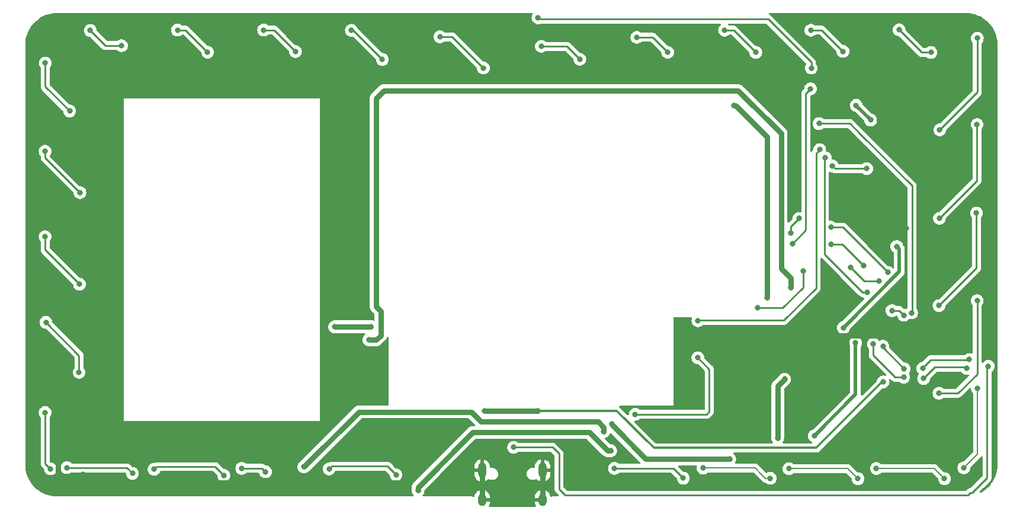
<source format=gbr>
%TF.GenerationSoftware,KiCad,Pcbnew,(6.0.4-0)*%
%TF.CreationDate,2022-06-17T15:17:00+02:00*%
%TF.ProjectId,GlowSignMainPCB,476c6f77-5369-4676-9e4d-61696e504342,rev?*%
%TF.SameCoordinates,Original*%
%TF.FileFunction,Copper,L2,Bot*%
%TF.FilePolarity,Positive*%
%FSLAX46Y46*%
G04 Gerber Fmt 4.6, Leading zero omitted, Abs format (unit mm)*
G04 Created by KiCad (PCBNEW (6.0.4-0)) date 2022-06-17 15:17:00*
%MOMM*%
%LPD*%
G01*
G04 APERTURE LIST*
%TA.AperFunction,ComponentPad*%
%ADD10O,1.200000X2.200000*%
%TD*%
%TA.AperFunction,ComponentPad*%
%ADD11O,1.200000X1.800000*%
%TD*%
%TA.AperFunction,ViaPad*%
%ADD12C,0.800000*%
%TD*%
%TA.AperFunction,Conductor*%
%ADD13C,0.800000*%
%TD*%
%TA.AperFunction,Conductor*%
%ADD14C,0.400000*%
%TD*%
%TA.AperFunction,Conductor*%
%ADD15C,0.250000*%
%TD*%
%TA.AperFunction,Conductor*%
%ADD16C,0.550000*%
%TD*%
%TA.AperFunction,Conductor*%
%ADD17C,0.500000*%
%TD*%
%TA.AperFunction,Conductor*%
%ADD18C,0.300000*%
%TD*%
%TA.AperFunction,Conductor*%
%ADD19C,0.160000*%
%TD*%
%TA.AperFunction,Conductor*%
%ADD20C,0.200000*%
%TD*%
G04 APERTURE END LIST*
D10*
%TO.P,USB1,SHELL,SHELL*%
%TO.N,GND*%
X155467241Y-126812408D03*
D11*
X146827159Y-130992494D03*
D10*
X146827159Y-126812408D03*
D11*
X155467241Y-130992494D03*
%TD*%
D12*
%TO.N,GND*%
X181110000Y-106830000D03*
X180150000Y-127760000D03*
X203680000Y-93490000D03*
X89790000Y-127370000D03*
X212250000Y-65540000D03*
X141265000Y-123105000D03*
X122110000Y-120420000D03*
X137470000Y-126330000D03*
X171400000Y-128090000D03*
X180180000Y-110070000D03*
X205010000Y-127860000D03*
X166810000Y-129340000D03*
X124600000Y-97470000D03*
X159520000Y-123000000D03*
X192560000Y-127980000D03*
X88250000Y-118420000D03*
X128830000Y-110740000D03*
X114660000Y-127590000D03*
X101940000Y-127660000D03*
X201320000Y-92970000D03*
X207430000Y-92220000D03*
X195067437Y-111787437D03*
X193710000Y-105930000D03*
X217640000Y-127450000D03*
X151250000Y-65160000D03*
X126820000Y-127480000D03*
X144560000Y-119810000D03*
X210280000Y-97200000D03*
X214660000Y-64130000D03*
X202720000Y-107540000D03*
%TO.N,+3V3*%
X198470000Y-106430000D03*
X202350000Y-76780000D03*
X200300000Y-74670000D03*
X206090000Y-94840000D03*
%TO.N,+5V*%
X200210000Y-108610000D03*
X165195000Y-123985000D03*
X137670000Y-129690000D03*
X194300000Y-121880000D03*
%TO.N,RESET*%
X192700000Y-98340000D03*
X199470000Y-97800000D03*
X186170000Y-103560000D03*
X203580000Y-99780000D03*
%TO.N,USB-C 5V*%
X154800000Y-118310000D03*
X147160000Y-118280000D03*
X204140000Y-114170000D03*
%TO.N,Net-(R1-Pad1)*%
X177660000Y-110720000D03*
X168710000Y-118800000D03*
%TO.N,IO33{slash}MAINBUTTON*%
X193880000Y-69360000D03*
X193770000Y-72320000D03*
X154810000Y-62180000D03*
X191170000Y-94430000D03*
%TO.N,IO16{slash}LED1*%
X177670000Y-105430000D03*
X195080000Y-81010000D03*
%TO.N,Net-(C12-Pad1)*%
X189070000Y-122190000D03*
X190060000Y-113780000D03*
X165340000Y-120200000D03*
X182210000Y-125170000D03*
%TO.N,+BATT*%
X190940000Y-100730000D03*
X130630000Y-108160000D03*
%TO.N,-BATT*%
X187540000Y-102170000D03*
X125750000Y-106310000D03*
X130930000Y-106260000D03*
X182780000Y-74700000D03*
%TO.N,IO32{slash}SD*%
X204840000Y-98540000D03*
X190960000Y-92930000D03*
X196680000Y-92070000D03*
X192130000Y-90820000D03*
%TO.N,IO14{slash}SCK*%
X196690000Y-94500000D03*
X201380000Y-97600000D03*
%TO.N,Net-(F2-Pad2)*%
X164220000Y-121280000D03*
X121340000Y-126310000D03*
%TO.N,IO15{slash}WS*%
X201790000Y-83720000D03*
X196910000Y-83340000D03*
%TO.N,RXD0*%
X205430000Y-103990000D03*
X195890000Y-82160000D03*
X201860000Y-101410000D03*
X207104620Y-104646339D03*
%TO.N,TXD0*%
X208210000Y-104300000D03*
X194980000Y-77290000D03*
%TO.N,USB-C DATA+*%
X202740000Y-108750000D03*
X216070000Y-112230000D03*
X207080000Y-113500000D03*
X209930000Y-113690000D03*
%TO.N,USB-C DATA-*%
X204119848Y-109078627D03*
X207160000Y-112320000D03*
X219170000Y-111940000D03*
X216470000Y-110970000D03*
X209810000Y-112230000D03*
X151330000Y-123510000D03*
%TO.N,Net-(D3-Pad3)*%
X175570000Y-127910000D03*
X165740000Y-126510000D03*
%TO.N,Net-(D4-Pad3)*%
X178420000Y-126480000D03*
X188000000Y-127930000D03*
%TO.N,Net-(D5-Pad3)*%
X190690000Y-126560000D03*
X200540000Y-128000000D03*
%TO.N,Net-(D6-Pad3)*%
X203179584Y-126531403D03*
X212910000Y-128000000D03*
%TO.N,Net-(D7-Pad3)*%
X217620000Y-115090000D03*
X215676241Y-126434051D03*
%TO.N,Net-(D8-Pad2)*%
X217590000Y-102570000D03*
X212130000Y-115790000D03*
%TO.N,Net-(D10-Pad4)*%
X212130000Y-103270000D03*
X217490000Y-90070000D03*
%TO.N,Net-(D10-Pad2)*%
X212190000Y-90800000D03*
X217570000Y-77420000D03*
%TO.N,Net-(D11-Pad2)*%
X217610000Y-65080000D03*
X212230000Y-78180000D03*
%TO.N,Net-(D12-Pad2)*%
X206430000Y-63890000D03*
X210980000Y-67130000D03*
%TO.N,Net-(D13-Pad2)*%
X193830000Y-63950000D03*
X198400000Y-66980000D03*
%TO.N,Net-(D14-Pad2)*%
X185940000Y-67110000D03*
X181480000Y-63950000D03*
%TO.N,Net-(D15-Pad2)*%
X168940000Y-64970000D03*
X173350000Y-67090000D03*
%TO.N,Net-(D16-Pad2)*%
X155290000Y-66250000D03*
X160790000Y-68100000D03*
%TO.N,Net-(D18-Pad2)*%
X128140000Y-63970000D03*
X132560000Y-68120000D03*
%TO.N,Net-(D19-Pad2)*%
X115600000Y-63930000D03*
X120150000Y-67000000D03*
%TO.N,Net-(D20-Pad2)*%
X107590000Y-67090000D03*
X103290000Y-63930000D03*
%TO.N,Net-(D21-Pad2)*%
X95280000Y-66150000D03*
X90820000Y-63990000D03*
%TO.N,Net-(D22-Pad2)*%
X84380000Y-68640000D03*
X87870000Y-75490000D03*
%TO.N,Net-(D23-Pad2)*%
X84360000Y-81220000D03*
X89340000Y-87140000D03*
%TO.N,Net-(D24-Pad2)*%
X84360000Y-93420000D03*
X89280000Y-100210000D03*
%TO.N,Net-(D25-Pad2)*%
X89220000Y-112800000D03*
X84490000Y-105670000D03*
%TO.N,Net-(D27-Pad3)*%
X96850000Y-127230000D03*
X87476516Y-126418584D03*
%TO.N,Net-(D28-Pad3)*%
X99940000Y-126644500D03*
X109910000Y-127520000D03*
%TO.N,Net-(D29-Pad3)*%
X115860000Y-127000000D03*
X112470000Y-126510000D03*
%TO.N,Net-(D17-Pad2)*%
X140800000Y-64890000D03*
X147010000Y-69350000D03*
%TO.N,Net-(D26-Pad2)*%
X85130000Y-126590000D03*
X84360000Y-118530000D03*
%TO.N,Net-(D30-Pad3)*%
X124960000Y-126600000D03*
X134520000Y-127440000D03*
%TD*%
D13*
%TO.N,GND*%
X180440000Y-129340000D02*
X192830000Y-129340000D01*
X114810000Y-128530000D02*
X102040000Y-128530000D01*
X126930000Y-128530000D02*
X117800000Y-128530000D01*
D14*
X89790000Y-127370000D02*
X90040000Y-127620000D01*
D15*
X203680000Y-93490000D02*
X206160000Y-93490000D01*
D14*
X101940000Y-127660000D02*
X102040000Y-127760000D01*
D13*
X144560000Y-119810000D02*
X141265000Y-123105000D01*
X193710000Y-107540000D02*
X193710000Y-110430000D01*
X207570000Y-107540000D02*
X208400000Y-108370000D01*
D15*
X206160000Y-93490000D02*
X207430000Y-92220000D01*
D14*
X205010000Y-127860000D02*
X204870000Y-128000000D01*
X192560000Y-127980000D02*
X192830000Y-128250000D01*
D13*
X162880000Y-129340000D02*
X166810000Y-129340000D01*
X135840000Y-128530000D02*
X126930000Y-128530000D01*
D15*
X203160000Y-92970000D02*
X203680000Y-93490000D01*
D14*
X204870000Y-128000000D02*
X204870000Y-129340000D01*
D13*
X141265000Y-123105000D02*
X137760000Y-126610000D01*
X93184600Y-78290000D02*
X93184600Y-115680000D01*
D14*
X102040000Y-127760000D02*
X102040000Y-128530000D01*
X180440000Y-128050000D02*
X180440000Y-129340000D01*
D16*
X120510000Y-120420000D02*
X117800000Y-123130000D01*
D14*
X192830000Y-128250000D02*
X192830000Y-129340000D01*
D13*
X193710000Y-110430000D02*
X195067437Y-111787437D01*
D14*
X114660000Y-127590000D02*
X114810000Y-127740000D01*
D13*
X127710000Y-110740000D02*
X128830000Y-110740000D01*
D14*
X137470000Y-126330000D02*
X137750000Y-126610000D01*
D13*
X159520000Y-123000000D02*
X159520000Y-125980000D01*
D16*
X117800000Y-123130000D02*
X117800000Y-128530000D01*
D15*
X151140000Y-65270000D02*
X151140000Y-70580000D01*
D13*
X137760000Y-126610000D02*
X135840000Y-128530000D01*
X90040000Y-128530000D02*
X87710000Y-128530000D01*
D14*
X114810000Y-127740000D02*
X114810000Y-128530000D01*
D15*
X201320000Y-92970000D02*
X203160000Y-92970000D01*
D13*
X208400000Y-108370000D02*
X208400000Y-115680000D01*
X124130000Y-97940000D02*
X124130000Y-107160000D01*
X210280000Y-80170000D02*
X210280000Y-97200000D01*
X193710000Y-105930000D02*
X193710000Y-107540000D01*
D15*
X181110000Y-106830000D02*
X181110000Y-109140000D01*
X151250000Y-65160000D02*
X151140000Y-65270000D01*
D13*
X86250000Y-120420000D02*
X88250000Y-118420000D01*
X146827159Y-130992494D02*
X146827159Y-126812408D01*
D14*
X180150000Y-127760000D02*
X180440000Y-128050000D01*
X137750000Y-126610000D02*
X137760000Y-126610000D01*
X90040000Y-127620000D02*
X90040000Y-128530000D01*
D13*
X168030000Y-129340000D02*
X170150000Y-129340000D01*
X159520000Y-125980000D02*
X162880000Y-129340000D01*
X98394600Y-71400000D02*
X99214600Y-70580000D01*
X170150000Y-129340000D02*
X171400000Y-128090000D01*
X99214600Y-70580000D02*
X151140000Y-70580000D01*
X202720000Y-107540000D02*
X207570000Y-107540000D01*
X151140000Y-70580000D02*
X202864600Y-70580000D01*
X208400000Y-78290000D02*
X210280000Y-80170000D01*
X214660000Y-64130000D02*
X213660000Y-64130000D01*
X210280000Y-97200000D02*
X210280000Y-106490000D01*
X168030000Y-129340000D02*
X180440000Y-129340000D01*
D14*
X126930000Y-127590000D02*
X126930000Y-128530000D01*
D13*
X193710000Y-107540000D02*
X202720000Y-107540000D01*
X124600000Y-97470000D02*
X124130000Y-97940000D01*
X117800000Y-128530000D02*
X114810000Y-128530000D01*
X155467241Y-130992494D02*
X155467241Y-126812408D01*
D16*
X122110000Y-120420000D02*
X120510000Y-120420000D01*
D13*
X102040000Y-128530000D02*
X90040000Y-128530000D01*
D15*
X181110000Y-109140000D02*
X180180000Y-110070000D01*
D13*
X192830000Y-129340000D02*
X204870000Y-129340000D01*
X213660000Y-64130000D02*
X212250000Y-65540000D01*
X86250000Y-127070000D02*
X86250000Y-120420000D01*
X166810000Y-129340000D02*
X168030000Y-129340000D01*
X204870000Y-129340000D02*
X215750000Y-129340000D01*
X87710000Y-128530000D02*
X86250000Y-127070000D01*
X210280000Y-106490000D02*
X208400000Y-108370000D01*
X215750000Y-129340000D02*
X217640000Y-127450000D01*
D14*
X126820000Y-127480000D02*
X126930000Y-127590000D01*
D13*
X124130000Y-107160000D02*
X127710000Y-110740000D01*
X202864600Y-70580000D02*
X203684600Y-71400000D01*
D17*
%TO.N,+3V3*%
X202350000Y-76720000D02*
X200300000Y-74670000D01*
X206480000Y-95230000D02*
X206480000Y-98420000D01*
X206090000Y-94840000D02*
X206480000Y-95230000D01*
X206480000Y-98420000D02*
X198470000Y-106430000D01*
X202350000Y-76780000D02*
X202350000Y-76720000D01*
%TO.N,+5V*%
X200210000Y-115970000D02*
X194300000Y-121880000D01*
D13*
X162160000Y-121390000D02*
X164755000Y-123985000D01*
X137670000Y-129210000D02*
X145490000Y-121390000D01*
D17*
X200210000Y-108610000D02*
X200210000Y-115970000D01*
D13*
X137670000Y-129690000D02*
X137670000Y-129210000D01*
X145490000Y-121390000D02*
X162160000Y-121390000D01*
X164755000Y-123985000D02*
X165195000Y-123985000D01*
D15*
%TO.N,RESET*%
X203580000Y-99780000D02*
X201450000Y-99780000D01*
X189800000Y-103560000D02*
X186170000Y-103560000D01*
X201450000Y-99780000D02*
X199470000Y-97800000D01*
X192700000Y-100660000D02*
X189800000Y-103560000D01*
X192700000Y-98340000D02*
X192700000Y-100660000D01*
D13*
%TO.N,USB-C 5V*%
X147160000Y-118280000D02*
X154770000Y-118280000D01*
D18*
X194590000Y-123600000D02*
X171350000Y-123600000D01*
X204020000Y-114170000D02*
X194590000Y-123600000D01*
X171350000Y-123600000D02*
X166060000Y-118310000D01*
D13*
X154770000Y-118280000D02*
X154800000Y-118310000D01*
D18*
X204140000Y-114170000D02*
X204020000Y-114170000D01*
X166060000Y-118310000D02*
X154800000Y-118310000D01*
D15*
%TO.N,Net-(R1-Pad1)*%
X177660000Y-110720000D02*
X179290000Y-112350000D01*
X179290000Y-112350000D02*
X179290000Y-118430000D01*
X178920000Y-118800000D02*
X168710000Y-118800000D01*
X179290000Y-118430000D02*
X178920000Y-118800000D01*
%TO.N,IO33{slash}MAINBUTTON*%
X154810000Y-62180000D02*
X154990000Y-62360000D01*
X193100000Y-72990000D02*
X193100000Y-92500000D01*
X193770000Y-72320000D02*
X193100000Y-72990000D01*
X154990000Y-62360000D02*
X187690000Y-62360000D01*
X193100000Y-92500000D02*
X191170000Y-94430000D01*
X193880000Y-68550000D02*
X193880000Y-69360000D01*
X187690000Y-62360000D02*
X193880000Y-68550000D01*
%TO.N,IO16{slash}LED1*%
X194560000Y-81530000D02*
X195080000Y-81010000D01*
X189970000Y-105390000D02*
X194560000Y-100800000D01*
X177670000Y-105430000D02*
X177710000Y-105390000D01*
X177710000Y-105390000D02*
X189970000Y-105390000D01*
X194560000Y-100800000D02*
X194560000Y-81530000D01*
D13*
%TO.N,Net-(C12-Pad1)*%
X170240000Y-125170000D02*
X165340000Y-120270000D01*
X165340000Y-120270000D02*
X165340000Y-120200000D01*
X189070000Y-114770000D02*
X190060000Y-113780000D01*
X182210000Y-125170000D02*
X170240000Y-125170000D01*
X189070000Y-122190000D02*
X189070000Y-114770000D01*
%TO.N,+BATT*%
X131700000Y-108160000D02*
X130630000Y-108160000D01*
X190940000Y-100730000D02*
X190940000Y-99370000D01*
X132750000Y-72590000D02*
X131680000Y-73660000D01*
X132340000Y-107520000D02*
X131700000Y-108160000D01*
X131680000Y-103420000D02*
X132340000Y-104080000D01*
X189570000Y-78730000D02*
X183430000Y-72590000D01*
X189570000Y-98000000D02*
X189570000Y-78730000D01*
X132340000Y-104080000D02*
X132340000Y-107520000D01*
X131680000Y-73660000D02*
X131680000Y-103420000D01*
X190940000Y-99370000D02*
X189570000Y-98000000D01*
X183430000Y-72590000D02*
X132750000Y-72590000D01*
%TO.N,-BATT*%
X187520000Y-102150000D02*
X187520000Y-79180000D01*
X125760000Y-106300000D02*
X130890000Y-106300000D01*
X183040000Y-74700000D02*
X182780000Y-74700000D01*
X130890000Y-106300000D02*
X130930000Y-106260000D01*
X187540000Y-102170000D02*
X187520000Y-102150000D01*
X125750000Y-106310000D02*
X125760000Y-106300000D01*
X187520000Y-79180000D02*
X183040000Y-74700000D01*
D15*
%TO.N,IO32{slash}SD*%
X190960000Y-91990000D02*
X190960000Y-92930000D01*
X204840000Y-98540000D02*
X198370000Y-92070000D01*
X198370000Y-92070000D02*
X196680000Y-92070000D01*
X192130000Y-90820000D02*
X190960000Y-91990000D01*
%TO.N,IO14{slash}SCK*%
X201380000Y-97600000D02*
X198280000Y-94500000D01*
X198280000Y-94500000D02*
X196690000Y-94500000D01*
D13*
%TO.N,Net-(F2-Pad2)*%
X163420000Y-119870000D02*
X146690000Y-119870000D01*
X146690000Y-119870000D02*
X145270000Y-118450000D01*
X129200000Y-118450000D02*
X121340000Y-126310000D01*
X145270000Y-118450000D02*
X129200000Y-118450000D01*
X164220000Y-121280000D02*
X164220000Y-120670000D01*
X164220000Y-120670000D02*
X163420000Y-119870000D01*
D15*
%TO.N,IO15{slash}WS*%
X201790000Y-83720000D02*
X197290000Y-83720000D01*
X197290000Y-83720000D02*
X196910000Y-83340000D01*
%TO.N,RXD0*%
X195760000Y-95950000D02*
X201220000Y-101410000D01*
D19*
X195890000Y-82160000D02*
X195760000Y-82290000D01*
D15*
X207104620Y-104646339D02*
X206448281Y-103990000D01*
X206448281Y-103990000D02*
X205430000Y-103990000D01*
X201220000Y-101410000D02*
X201860000Y-101410000D01*
X195760000Y-82290000D02*
X195760000Y-95950000D01*
%TO.N,TXD0*%
X208300000Y-86180000D02*
X200890000Y-78770000D01*
X199410000Y-77290000D02*
X194980000Y-77290000D01*
X200890000Y-78770000D02*
X199410000Y-77290000D01*
X208300000Y-104210000D02*
X208300000Y-92040000D01*
X208300000Y-92040000D02*
X208300000Y-86180000D01*
D19*
X208210000Y-104300000D02*
X208300000Y-104210000D01*
D15*
%TO.N,USB-C DATA+*%
X209930000Y-113690000D02*
X211560000Y-112060000D01*
X205850000Y-113500000D02*
X202740000Y-110390000D01*
X202740000Y-110390000D02*
X202740000Y-108750000D01*
X207080000Y-113500000D02*
X205850000Y-113500000D01*
X211560000Y-112060000D02*
X215900000Y-112060000D01*
X215900000Y-112060000D02*
X216070000Y-112230000D01*
%TO.N,USB-C DATA-*%
X218990000Y-127860000D02*
X218990000Y-112120000D01*
X204119848Y-109279848D02*
X204119848Y-109078627D01*
X157820000Y-124440000D02*
X157820000Y-129460000D01*
X151350000Y-123490000D02*
X156870000Y-123490000D01*
X210470000Y-111480000D02*
X209810000Y-112140000D01*
X216870000Y-129980000D02*
X218990000Y-127860000D01*
X216620000Y-129980000D02*
X216870000Y-129980000D01*
X216450000Y-110990000D02*
X210960000Y-110990000D01*
X156870000Y-123490000D02*
X157820000Y-124440000D01*
X207160000Y-112320000D02*
X204119848Y-109279848D01*
X157820000Y-129460000D02*
X158720000Y-130360000D01*
X210960000Y-110990000D02*
X210470000Y-111480000D01*
X158720000Y-130360000D02*
X216240000Y-130360000D01*
X151330000Y-123510000D02*
X151350000Y-123490000D01*
X216240000Y-130360000D02*
X216620000Y-129980000D01*
X209810000Y-112140000D02*
X209810000Y-112230000D01*
X218990000Y-112120000D02*
X219170000Y-111940000D01*
X216470000Y-110970000D02*
X216450000Y-110990000D01*
%TO.N,Net-(D3-Pad3)*%
X174170000Y-126510000D02*
X175570000Y-127910000D01*
X165740000Y-126510000D02*
X174170000Y-126510000D01*
D20*
%TO.N,Net-(D4-Pad3)*%
X186820000Y-127440000D02*
X187310000Y-127930000D01*
X178420000Y-126480000D02*
X185860000Y-126480000D01*
X187310000Y-127930000D02*
X188000000Y-127930000D01*
X185860000Y-126480000D02*
X186820000Y-127440000D01*
%TO.N,Net-(D5-Pad3)*%
X199120000Y-126570000D02*
X200540000Y-127990000D01*
X200540000Y-127990000D02*
X200540000Y-128000000D01*
X190690000Y-126560000D02*
X199110000Y-126560000D01*
X199110000Y-126560000D02*
X199120000Y-126570000D01*
%TO.N,Net-(D6-Pad3)*%
X210210000Y-126520000D02*
X211430000Y-126520000D01*
X203179584Y-126531403D02*
X203190987Y-126520000D01*
X211430000Y-126520000D02*
X212910000Y-128000000D01*
X203190987Y-126520000D02*
X210210000Y-126520000D01*
%TO.N,Net-(D7-Pad3)*%
X217620000Y-124490292D02*
X217620000Y-115090000D01*
X215676241Y-126434051D02*
X217620000Y-124490292D01*
D15*
%TO.N,Net-(D8-Pad2)*%
X217590000Y-113030000D02*
X217590000Y-102570000D01*
X212130000Y-115790000D02*
X214830000Y-115790000D01*
X214830000Y-115790000D02*
X217590000Y-113030000D01*
%TO.N,Net-(D10-Pad4)*%
X217490000Y-97910000D02*
X217490000Y-90070000D01*
X212130000Y-103270000D02*
X217490000Y-97910000D01*
%TO.N,Net-(D10-Pad2)*%
X217570000Y-85420000D02*
X217570000Y-77420000D01*
X212190000Y-90800000D02*
X217570000Y-85420000D01*
%TO.N,Net-(D11-Pad2)*%
X217610000Y-72800000D02*
X217610000Y-65080000D01*
X212230000Y-78180000D02*
X217610000Y-72800000D01*
%TO.N,Net-(D12-Pad2)*%
X209670000Y-67130000D02*
X206430000Y-63890000D01*
X210980000Y-67130000D02*
X209670000Y-67130000D01*
%TO.N,Net-(D13-Pad2)*%
X198400000Y-66980000D02*
X195370000Y-63950000D01*
X195370000Y-63950000D02*
X193830000Y-63950000D01*
%TO.N,Net-(D14-Pad2)*%
X185940000Y-67110000D02*
X182780000Y-63950000D01*
X182780000Y-63950000D02*
X181480000Y-63950000D01*
%TO.N,Net-(D15-Pad2)*%
X171230000Y-64970000D02*
X168940000Y-64970000D01*
X173350000Y-67090000D02*
X171230000Y-64970000D01*
%TO.N,Net-(D16-Pad2)*%
X160790000Y-68100000D02*
X158940000Y-66250000D01*
X158940000Y-66250000D02*
X155290000Y-66250000D01*
%TO.N,Net-(D18-Pad2)*%
X128410000Y-63970000D02*
X128140000Y-63970000D01*
X132560000Y-68120000D02*
X128410000Y-63970000D01*
%TO.N,Net-(D19-Pad2)*%
X117080000Y-63930000D02*
X115600000Y-63930000D01*
X120150000Y-67000000D02*
X117080000Y-63930000D01*
%TO.N,Net-(D20-Pad2)*%
X104430000Y-63930000D02*
X103290000Y-63930000D01*
X107590000Y-67090000D02*
X104430000Y-63930000D01*
%TO.N,Net-(D21-Pad2)*%
X95280000Y-66150000D02*
X92980000Y-66150000D01*
X92980000Y-66150000D02*
X90820000Y-63990000D01*
%TO.N,Net-(D22-Pad2)*%
X84380000Y-68640000D02*
X84380000Y-72000000D01*
X84380000Y-72000000D02*
X87870000Y-75490000D01*
%TO.N,Net-(D23-Pad2)*%
X84360000Y-82160000D02*
X89340000Y-87140000D01*
X84360000Y-81220000D02*
X84360000Y-82160000D01*
%TO.N,Net-(D24-Pad2)*%
X84360000Y-95290000D02*
X89280000Y-100210000D01*
X84360000Y-93420000D02*
X84360000Y-95290000D01*
%TO.N,Net-(D25-Pad2)*%
X84490000Y-105670000D02*
X89220000Y-110400000D01*
X89220000Y-110400000D02*
X89220000Y-112800000D01*
D19*
%TO.N,Net-(D27-Pad3)*%
X87476516Y-126418584D02*
X87507932Y-126450000D01*
D15*
X96070000Y-126450000D02*
X96850000Y-127230000D01*
X87507932Y-126450000D02*
X94640000Y-126450000D01*
X94640000Y-126450000D02*
X96070000Y-126450000D01*
%TO.N,Net-(D28-Pad3)*%
X107550000Y-126270000D02*
X108660000Y-126270000D01*
X108660000Y-126270000D02*
X109910000Y-127520000D01*
X100314500Y-126270000D02*
X107550000Y-126270000D01*
X99940000Y-126644500D02*
X100314500Y-126270000D01*
%TO.N,Net-(D29-Pad3)*%
X112470000Y-126510000D02*
X115370000Y-126510000D01*
X115370000Y-126510000D02*
X115860000Y-127000000D01*
%TO.N,Net-(D17-Pad2)*%
X142550000Y-64890000D02*
X140800000Y-64890000D01*
X147010000Y-69350000D02*
X142550000Y-64890000D01*
%TO.N,Net-(D26-Pad2)*%
X85130000Y-126590000D02*
X84360000Y-125820000D01*
X84360000Y-125820000D02*
X84360000Y-118530000D01*
%TO.N,Net-(D30-Pad3)*%
X125370000Y-126190000D02*
X132510000Y-126190000D01*
X133270000Y-126190000D02*
X134520000Y-127440000D01*
X124960000Y-126600000D02*
X125370000Y-126190000D01*
X132510000Y-126190000D02*
X133270000Y-126190000D01*
%TD*%
%TA.AperFunction,Conductor*%
%TO.N,GND*%
G36*
X153995334Y-61534036D02*
G01*
X154041827Y-61587692D01*
X154051931Y-61657966D01*
X154036333Y-61703032D01*
X153975473Y-61808444D01*
X153916458Y-61990072D01*
X153896496Y-62180000D01*
X153916458Y-62369928D01*
X153975473Y-62551556D01*
X154070960Y-62716944D01*
X154075378Y-62721851D01*
X154075379Y-62721852D01*
X154176020Y-62833625D01*
X154198747Y-62858866D01*
X154353248Y-62971118D01*
X154359276Y-62973802D01*
X154359278Y-62973803D01*
X154511329Y-63041500D01*
X154527712Y-63048794D01*
X154621112Y-63068647D01*
X154708056Y-63087128D01*
X154708061Y-63087128D01*
X154714513Y-63088500D01*
X154905487Y-63088500D01*
X154911939Y-63087128D01*
X154911944Y-63087128D01*
X154998888Y-63068647D01*
X155092288Y-63048794D01*
X155130714Y-63031686D01*
X155192015Y-63004393D01*
X155243264Y-62993500D01*
X180863089Y-62993500D01*
X180931210Y-63013502D01*
X180977703Y-63067158D01*
X180987807Y-63137432D01*
X180958313Y-63202012D01*
X180937150Y-63221436D01*
X180868747Y-63271134D01*
X180864326Y-63276044D01*
X180864325Y-63276045D01*
X180753820Y-63398774D01*
X180740960Y-63413056D01*
X180645473Y-63578444D01*
X180586458Y-63760072D01*
X180585768Y-63766633D01*
X180585768Y-63766635D01*
X180583216Y-63790917D01*
X180566496Y-63950000D01*
X180586458Y-64139928D01*
X180645473Y-64321556D01*
X180648776Y-64327278D01*
X180648777Y-64327279D01*
X180664938Y-64355271D01*
X180740960Y-64486944D01*
X180745378Y-64491851D01*
X180745379Y-64491852D01*
X180854235Y-64612749D01*
X180868747Y-64628866D01*
X181023248Y-64741118D01*
X181029276Y-64743802D01*
X181029278Y-64743803D01*
X181191681Y-64816109D01*
X181197712Y-64818794D01*
X181283966Y-64837128D01*
X181378056Y-64857128D01*
X181378061Y-64857128D01*
X181384513Y-64858500D01*
X181575487Y-64858500D01*
X181581939Y-64857128D01*
X181581944Y-64857128D01*
X181676034Y-64837128D01*
X181762288Y-64818794D01*
X181768319Y-64816109D01*
X181930722Y-64743803D01*
X181930724Y-64743802D01*
X181936752Y-64741118D01*
X182030854Y-64672749D01*
X182070485Y-64643955D01*
X182091253Y-64628866D01*
X182095668Y-64623963D01*
X182100580Y-64619540D01*
X182101705Y-64620789D01*
X182155014Y-64587949D01*
X182188200Y-64583500D01*
X182465406Y-64583500D01*
X182533527Y-64603502D01*
X182554501Y-64620405D01*
X183774261Y-65840166D01*
X184992878Y-67058783D01*
X185026904Y-67121095D01*
X185029093Y-67134706D01*
X185032105Y-67163365D01*
X185035557Y-67196206D01*
X185046458Y-67299928D01*
X185105473Y-67481556D01*
X185200960Y-67646944D01*
X185205378Y-67651851D01*
X185205379Y-67651852D01*
X185312767Y-67771118D01*
X185328747Y-67788866D01*
X185483248Y-67901118D01*
X185489276Y-67903802D01*
X185489278Y-67903803D01*
X185629077Y-67966045D01*
X185657712Y-67978794D01*
X185743966Y-67997128D01*
X185838056Y-68017128D01*
X185838061Y-68017128D01*
X185844513Y-68018500D01*
X186035487Y-68018500D01*
X186041939Y-68017128D01*
X186041944Y-68017128D01*
X186136034Y-67997128D01*
X186222288Y-67978794D01*
X186250923Y-67966045D01*
X186390722Y-67903803D01*
X186390724Y-67903802D01*
X186396752Y-67901118D01*
X186551253Y-67788866D01*
X186567233Y-67771118D01*
X186674621Y-67651852D01*
X186674622Y-67651851D01*
X186679040Y-67646944D01*
X186774527Y-67481556D01*
X186833542Y-67299928D01*
X186844444Y-67196206D01*
X186852814Y-67116565D01*
X186853504Y-67110000D01*
X186847947Y-67057128D01*
X186834232Y-66926635D01*
X186834232Y-66926633D01*
X186833542Y-66920072D01*
X186774527Y-66738444D01*
X186679040Y-66573056D01*
X186666181Y-66558774D01*
X186555675Y-66436045D01*
X186555674Y-66436044D01*
X186551253Y-66431134D01*
X186396752Y-66318882D01*
X186390724Y-66316198D01*
X186390722Y-66316197D01*
X186228319Y-66243891D01*
X186228318Y-66243891D01*
X186222288Y-66241206D01*
X186121741Y-66219834D01*
X186041944Y-66202872D01*
X186041939Y-66202872D01*
X186035487Y-66201500D01*
X185979594Y-66201500D01*
X185911473Y-66181498D01*
X185890499Y-66164595D01*
X184591230Y-64865325D01*
X183283652Y-63557747D01*
X183276112Y-63549461D01*
X183272000Y-63542982D01*
X183257077Y-63528968D01*
X183222349Y-63496357D01*
X183219507Y-63493602D01*
X183199770Y-63473865D01*
X183196573Y-63471385D01*
X183187551Y-63463680D01*
X183161100Y-63438841D01*
X183155321Y-63433414D01*
X183148375Y-63429595D01*
X183148372Y-63429593D01*
X183137566Y-63423652D01*
X183121047Y-63412801D01*
X183115048Y-63408148D01*
X183105041Y-63400386D01*
X183097772Y-63397241D01*
X183097768Y-63397238D01*
X183064463Y-63382826D01*
X183053813Y-63377609D01*
X183015060Y-63356305D01*
X182995437Y-63351267D01*
X182976734Y-63344863D01*
X182965420Y-63339967D01*
X182965419Y-63339967D01*
X182958145Y-63336819D01*
X182950322Y-63335580D01*
X182950312Y-63335577D01*
X182914476Y-63329901D01*
X182902856Y-63327495D01*
X182867711Y-63318472D01*
X182867710Y-63318472D01*
X182860030Y-63316500D01*
X182839776Y-63316500D01*
X182820065Y-63314949D01*
X182807886Y-63313020D01*
X182800057Y-63311780D01*
X182759890Y-63315577D01*
X182756039Y-63315941D01*
X182744181Y-63316500D01*
X182188200Y-63316500D01*
X182120079Y-63296498D01*
X182100853Y-63280157D01*
X182100580Y-63280460D01*
X182095668Y-63276037D01*
X182091253Y-63271134D01*
X182070485Y-63256045D01*
X182022850Y-63221436D01*
X181979496Y-63165213D01*
X181973421Y-63094477D01*
X182006553Y-63031686D01*
X182068373Y-62996774D01*
X182096911Y-62993500D01*
X187375406Y-62993500D01*
X187443527Y-63013502D01*
X187464501Y-63030405D01*
X193115124Y-68681029D01*
X193149150Y-68743341D01*
X193144085Y-68814156D01*
X193135154Y-68833112D01*
X193045473Y-68988444D01*
X192986458Y-69170072D01*
X192985768Y-69176633D01*
X192985768Y-69176635D01*
X192973416Y-69294158D01*
X192966496Y-69360000D01*
X192986458Y-69549928D01*
X193045473Y-69731556D01*
X193140960Y-69896944D01*
X193268747Y-70038866D01*
X193367843Y-70110864D01*
X193404143Y-70137237D01*
X193423248Y-70151118D01*
X193429276Y-70153802D01*
X193429278Y-70153803D01*
X193578333Y-70220166D01*
X193597712Y-70228794D01*
X193691112Y-70248647D01*
X193778056Y-70267128D01*
X193778061Y-70267128D01*
X193784513Y-70268500D01*
X193975487Y-70268500D01*
X193981939Y-70267128D01*
X193981944Y-70267128D01*
X194068888Y-70248647D01*
X194162288Y-70228794D01*
X194181667Y-70220166D01*
X194330722Y-70153803D01*
X194330724Y-70153802D01*
X194336752Y-70151118D01*
X194355858Y-70137237D01*
X194392157Y-70110864D01*
X194491253Y-70038866D01*
X194619040Y-69896944D01*
X194714527Y-69731556D01*
X194773542Y-69549928D01*
X194793504Y-69360000D01*
X194786584Y-69294158D01*
X194774232Y-69176635D01*
X194774232Y-69176633D01*
X194773542Y-69170072D01*
X194714527Y-68988444D01*
X194708754Y-68978444D01*
X194624853Y-68833125D01*
X194619040Y-68823056D01*
X194545863Y-68741785D01*
X194515147Y-68677779D01*
X194513500Y-68657476D01*
X194513500Y-68628767D01*
X194514027Y-68617584D01*
X194515702Y-68610091D01*
X194513562Y-68542000D01*
X194513500Y-68538043D01*
X194513500Y-68510144D01*
X194512996Y-68506153D01*
X194512063Y-68494311D01*
X194511977Y-68491556D01*
X194510674Y-68450111D01*
X194508462Y-68442497D01*
X194508461Y-68442492D01*
X194505023Y-68430659D01*
X194501012Y-68411295D01*
X194499467Y-68399064D01*
X194498474Y-68391203D01*
X194495557Y-68383836D01*
X194495556Y-68383831D01*
X194482198Y-68350092D01*
X194478354Y-68338865D01*
X194468230Y-68304022D01*
X194466018Y-68296407D01*
X194455707Y-68278972D01*
X194447012Y-68261224D01*
X194439552Y-68242383D01*
X194413564Y-68206613D01*
X194407048Y-68196693D01*
X194388580Y-68165465D01*
X194388578Y-68165462D01*
X194384542Y-68158638D01*
X194370221Y-68144317D01*
X194357380Y-68129283D01*
X194354056Y-68124708D01*
X194345472Y-68112893D01*
X194311395Y-68084702D01*
X194302616Y-68076712D01*
X190175905Y-63950000D01*
X192916496Y-63950000D01*
X192936458Y-64139928D01*
X192995473Y-64321556D01*
X192998776Y-64327278D01*
X192998777Y-64327279D01*
X193014938Y-64355271D01*
X193090960Y-64486944D01*
X193095378Y-64491851D01*
X193095379Y-64491852D01*
X193204235Y-64612749D01*
X193218747Y-64628866D01*
X193373248Y-64741118D01*
X193379276Y-64743802D01*
X193379278Y-64743803D01*
X193541681Y-64816109D01*
X193547712Y-64818794D01*
X193633966Y-64837128D01*
X193728056Y-64857128D01*
X193728061Y-64857128D01*
X193734513Y-64858500D01*
X193925487Y-64858500D01*
X193931939Y-64857128D01*
X193931944Y-64857128D01*
X194026034Y-64837128D01*
X194112288Y-64818794D01*
X194118319Y-64816109D01*
X194280722Y-64743803D01*
X194280724Y-64743802D01*
X194286752Y-64741118D01*
X194380854Y-64672749D01*
X194420485Y-64643955D01*
X194441253Y-64628866D01*
X194445668Y-64623963D01*
X194450580Y-64619540D01*
X194451705Y-64620789D01*
X194505014Y-64587949D01*
X194538200Y-64583500D01*
X195055406Y-64583500D01*
X195123527Y-64603502D01*
X195144501Y-64620405D01*
X196300764Y-65776669D01*
X197452878Y-66928783D01*
X197486904Y-66991095D01*
X197489093Y-67004708D01*
X197505113Y-67157128D01*
X197506458Y-67169928D01*
X197565473Y-67351556D01*
X197660960Y-67516944D01*
X197665378Y-67521851D01*
X197665379Y-67521852D01*
X197784325Y-67653955D01*
X197788747Y-67658866D01*
X197816275Y-67678866D01*
X197937553Y-67766980D01*
X197943248Y-67771118D01*
X197949276Y-67773802D01*
X197949278Y-67773803D01*
X198036744Y-67812745D01*
X198117712Y-67848794D01*
X198211113Y-67868647D01*
X198298056Y-67887128D01*
X198298061Y-67887128D01*
X198304513Y-67888500D01*
X198495487Y-67888500D01*
X198501939Y-67887128D01*
X198501944Y-67887128D01*
X198588887Y-67868647D01*
X198682288Y-67848794D01*
X198763256Y-67812745D01*
X198850722Y-67773803D01*
X198850724Y-67773802D01*
X198856752Y-67771118D01*
X198862448Y-67766980D01*
X198983725Y-67678866D01*
X199011253Y-67658866D01*
X199015675Y-67653955D01*
X199134621Y-67521852D01*
X199134622Y-67521851D01*
X199139040Y-67516944D01*
X199234527Y-67351556D01*
X199293542Y-67169928D01*
X199294888Y-67157128D01*
X199312814Y-66986565D01*
X199313504Y-66980000D01*
X199309307Y-66940072D01*
X199294232Y-66796635D01*
X199294232Y-66796633D01*
X199293542Y-66790072D01*
X199234527Y-66608444D01*
X199139040Y-66443056D01*
X199128306Y-66431134D01*
X199015675Y-66306045D01*
X199015674Y-66306044D01*
X199011253Y-66301134D01*
X198856752Y-66188882D01*
X198850724Y-66186198D01*
X198850722Y-66186197D01*
X198688319Y-66113891D01*
X198688318Y-66113891D01*
X198682288Y-66111206D01*
X198588887Y-66091353D01*
X198501944Y-66072872D01*
X198501939Y-66072872D01*
X198495487Y-66071500D01*
X198439594Y-66071500D01*
X198371473Y-66051498D01*
X198350499Y-66034595D01*
X197116071Y-64800166D01*
X196205905Y-63890000D01*
X205516496Y-63890000D01*
X205536458Y-64079928D01*
X205595473Y-64261556D01*
X205598776Y-64267278D01*
X205598777Y-64267279D01*
X205617759Y-64300157D01*
X205690960Y-64426944D01*
X205695378Y-64431851D01*
X205695379Y-64431852D01*
X205800656Y-64548774D01*
X205818747Y-64568866D01*
X205889684Y-64620405D01*
X205956385Y-64668866D01*
X205973248Y-64681118D01*
X205979276Y-64683802D01*
X205979278Y-64683803D01*
X206114041Y-64743803D01*
X206147712Y-64758794D01*
X206234479Y-64777237D01*
X206328056Y-64797128D01*
X206328061Y-64797128D01*
X206334513Y-64798500D01*
X206390406Y-64798500D01*
X206458527Y-64818502D01*
X206479501Y-64835405D01*
X207825593Y-66181498D01*
X209166348Y-67522253D01*
X209173888Y-67530539D01*
X209178000Y-67537018D01*
X209183777Y-67542443D01*
X209227651Y-67583643D01*
X209230493Y-67586398D01*
X209250230Y-67606135D01*
X209253427Y-67608615D01*
X209262447Y-67616318D01*
X209294679Y-67646586D01*
X209301625Y-67650405D01*
X209301628Y-67650407D01*
X209312434Y-67656348D01*
X209328953Y-67667199D01*
X209344959Y-67679614D01*
X209352228Y-67682759D01*
X209352232Y-67682762D01*
X209385537Y-67697174D01*
X209396187Y-67702391D01*
X209434940Y-67723695D01*
X209442615Y-67725666D01*
X209442616Y-67725666D01*
X209454562Y-67728733D01*
X209473267Y-67735137D01*
X209491855Y-67743181D01*
X209499678Y-67744420D01*
X209499688Y-67744423D01*
X209535524Y-67750099D01*
X209547144Y-67752505D01*
X209582289Y-67761528D01*
X209589970Y-67763500D01*
X209610224Y-67763500D01*
X209629934Y-67765051D01*
X209649943Y-67768220D01*
X209657835Y-67767474D01*
X209693961Y-67764059D01*
X209705819Y-67763500D01*
X210271800Y-67763500D01*
X210339921Y-67783502D01*
X210359147Y-67799843D01*
X210359420Y-67799540D01*
X210364332Y-67803963D01*
X210368747Y-67808866D01*
X210390329Y-67824546D01*
X210517078Y-67916635D01*
X210523248Y-67921118D01*
X210529276Y-67923802D01*
X210529278Y-67923803D01*
X210691681Y-67996109D01*
X210697712Y-67998794D01*
X210783966Y-68017128D01*
X210878056Y-68037128D01*
X210878061Y-68037128D01*
X210884513Y-68038500D01*
X211075487Y-68038500D01*
X211081939Y-68037128D01*
X211081944Y-68037128D01*
X211176034Y-68017128D01*
X211262288Y-67998794D01*
X211268319Y-67996109D01*
X211430722Y-67923803D01*
X211430724Y-67923802D01*
X211436752Y-67921118D01*
X211442923Y-67916635D01*
X211506881Y-67870166D01*
X211591253Y-67808866D01*
X211625162Y-67771206D01*
X211714621Y-67671852D01*
X211714622Y-67671851D01*
X211719040Y-67666944D01*
X211814527Y-67501556D01*
X211873542Y-67319928D01*
X211893504Y-67130000D01*
X211885845Y-67057128D01*
X211874232Y-66946635D01*
X211874232Y-66946633D01*
X211873542Y-66940072D01*
X211814527Y-66758444D01*
X211719040Y-66593056D01*
X211706181Y-66578774D01*
X211595675Y-66456045D01*
X211595674Y-66456044D01*
X211591253Y-66451134D01*
X211436752Y-66338882D01*
X211430724Y-66336198D01*
X211430722Y-66336197D01*
X211268319Y-66263891D01*
X211268318Y-66263891D01*
X211262288Y-66261206D01*
X211161741Y-66239834D01*
X211081944Y-66222872D01*
X211081939Y-66222872D01*
X211075487Y-66221500D01*
X210884513Y-66221500D01*
X210878061Y-66222872D01*
X210878056Y-66222872D01*
X210798259Y-66239834D01*
X210697712Y-66261206D01*
X210691682Y-66263891D01*
X210691681Y-66263891D01*
X210529278Y-66336197D01*
X210529276Y-66336198D01*
X210523248Y-66338882D01*
X210517907Y-66342762D01*
X210517906Y-66342763D01*
X210423802Y-66411134D01*
X210368747Y-66451134D01*
X210364332Y-66456037D01*
X210359420Y-66460460D01*
X210358295Y-66459211D01*
X210304986Y-66492051D01*
X210271800Y-66496500D01*
X209984594Y-66496500D01*
X209916473Y-66476498D01*
X209895499Y-66459595D01*
X207377122Y-63941217D01*
X207343096Y-63878905D01*
X207340907Y-63865292D01*
X207324232Y-63706635D01*
X207324232Y-63706633D01*
X207323542Y-63700072D01*
X207264527Y-63518444D01*
X207250185Y-63493602D01*
X207225814Y-63451392D01*
X207169040Y-63353056D01*
X207153958Y-63336305D01*
X207045675Y-63216045D01*
X207045674Y-63216044D01*
X207041253Y-63211134D01*
X206939811Y-63137432D01*
X206892094Y-63102763D01*
X206892093Y-63102762D01*
X206886752Y-63098882D01*
X206880724Y-63096198D01*
X206880722Y-63096197D01*
X206718319Y-63023891D01*
X206718318Y-63023891D01*
X206712288Y-63021206D01*
X206618887Y-63001353D01*
X206531944Y-62982872D01*
X206531939Y-62982872D01*
X206525487Y-62981500D01*
X206334513Y-62981500D01*
X206328061Y-62982872D01*
X206328056Y-62982872D01*
X206241113Y-63001353D01*
X206147712Y-63021206D01*
X206141682Y-63023891D01*
X206141681Y-63023891D01*
X205979278Y-63096197D01*
X205979276Y-63096198D01*
X205973248Y-63098882D01*
X205967907Y-63102762D01*
X205967906Y-63102763D01*
X205920189Y-63137432D01*
X205818747Y-63211134D01*
X205814326Y-63216044D01*
X205814325Y-63216045D01*
X205706043Y-63336305D01*
X205690960Y-63353056D01*
X205634186Y-63451392D01*
X205609816Y-63493602D01*
X205595473Y-63518444D01*
X205536458Y-63700072D01*
X205535768Y-63706633D01*
X205535768Y-63706635D01*
X205525948Y-63800072D01*
X205516496Y-63890000D01*
X196205905Y-63890000D01*
X195873652Y-63557747D01*
X195866112Y-63549461D01*
X195862000Y-63542982D01*
X195847077Y-63528968D01*
X195812349Y-63496357D01*
X195809507Y-63493602D01*
X195789770Y-63473865D01*
X195786573Y-63471385D01*
X195777551Y-63463680D01*
X195751100Y-63438841D01*
X195745321Y-63433414D01*
X195738375Y-63429595D01*
X195738372Y-63429593D01*
X195727566Y-63423652D01*
X195711047Y-63412801D01*
X195705048Y-63408148D01*
X195695041Y-63400386D01*
X195687772Y-63397241D01*
X195687768Y-63397238D01*
X195654463Y-63382826D01*
X195643813Y-63377609D01*
X195605060Y-63356305D01*
X195585437Y-63351267D01*
X195566734Y-63344863D01*
X195555420Y-63339967D01*
X195555419Y-63339967D01*
X195548145Y-63336819D01*
X195540322Y-63335580D01*
X195540312Y-63335577D01*
X195504476Y-63329901D01*
X195492856Y-63327495D01*
X195457711Y-63318472D01*
X195457710Y-63318472D01*
X195450030Y-63316500D01*
X195429776Y-63316500D01*
X195410065Y-63314949D01*
X195397886Y-63313020D01*
X195390057Y-63311780D01*
X195349890Y-63315577D01*
X195346039Y-63315941D01*
X195334181Y-63316500D01*
X194538200Y-63316500D01*
X194470079Y-63296498D01*
X194450853Y-63280157D01*
X194450580Y-63280460D01*
X194445668Y-63276037D01*
X194441253Y-63271134D01*
X194365430Y-63216045D01*
X194292094Y-63162763D01*
X194292093Y-63162762D01*
X194286752Y-63158882D01*
X194280724Y-63156198D01*
X194280722Y-63156197D01*
X194118319Y-63083891D01*
X194118318Y-63083891D01*
X194112288Y-63081206D01*
X194011741Y-63059834D01*
X193931944Y-63042872D01*
X193931939Y-63042872D01*
X193925487Y-63041500D01*
X193734513Y-63041500D01*
X193728061Y-63042872D01*
X193728056Y-63042872D01*
X193648259Y-63059834D01*
X193547712Y-63081206D01*
X193541682Y-63083891D01*
X193541681Y-63083891D01*
X193379278Y-63156197D01*
X193379276Y-63156198D01*
X193373248Y-63158882D01*
X193367907Y-63162762D01*
X193367906Y-63162763D01*
X193318193Y-63198882D01*
X193218747Y-63271134D01*
X193214326Y-63276044D01*
X193214325Y-63276045D01*
X193103820Y-63398774D01*
X193090960Y-63413056D01*
X192995473Y-63578444D01*
X192936458Y-63760072D01*
X192935768Y-63766633D01*
X192935768Y-63766635D01*
X192933216Y-63790917D01*
X192916496Y-63950000D01*
X190175905Y-63950000D01*
X188193652Y-61967747D01*
X188186112Y-61959461D01*
X188182000Y-61952982D01*
X188132348Y-61906356D01*
X188129507Y-61903602D01*
X188109770Y-61883865D01*
X188106573Y-61881385D01*
X188097551Y-61873680D01*
X188071100Y-61848841D01*
X188065321Y-61843414D01*
X188058375Y-61839595D01*
X188058372Y-61839593D01*
X188047566Y-61833652D01*
X188031047Y-61822801D01*
X188030583Y-61822441D01*
X188015041Y-61810386D01*
X188007772Y-61807241D01*
X188007768Y-61807238D01*
X187974463Y-61792826D01*
X187963813Y-61787609D01*
X187925060Y-61766305D01*
X187908582Y-61762074D01*
X187847579Y-61725761D01*
X187815890Y-61662229D01*
X187823580Y-61591650D01*
X187868207Y-61536433D01*
X187939920Y-61514034D01*
X215966165Y-61514034D01*
X215985551Y-61515534D01*
X216000383Y-61517844D01*
X216000386Y-61517844D01*
X216009255Y-61519225D01*
X216029715Y-61516550D01*
X216051538Y-61515606D01*
X216369087Y-61529473D01*
X216401490Y-61530888D01*
X216412441Y-61531846D01*
X216790017Y-61581558D01*
X216800834Y-61583465D01*
X216837752Y-61591650D01*
X217172633Y-61665894D01*
X217183251Y-61668739D01*
X217292019Y-61703034D01*
X217546462Y-61783261D01*
X217556785Y-61787019D01*
X217608509Y-61808444D01*
X217908616Y-61932755D01*
X217918578Y-61937400D01*
X218256380Y-62113252D01*
X218265899Y-62118748D01*
X218587080Y-62323366D01*
X218596085Y-62329671D01*
X218898222Y-62561512D01*
X218906642Y-62568578D01*
X219187405Y-62825853D01*
X219195178Y-62833625D01*
X219338568Y-62990110D01*
X219435778Y-63096197D01*
X219452471Y-63114415D01*
X219459535Y-63122835D01*
X219691367Y-63424968D01*
X219697657Y-63433951D01*
X219902279Y-63755146D01*
X219902282Y-63755151D01*
X219907778Y-63764671D01*
X220083627Y-64102480D01*
X220088272Y-64112442D01*
X220234000Y-64464268D01*
X220237760Y-64474597D01*
X220352279Y-64837815D01*
X220355123Y-64848432D01*
X220437545Y-65220222D01*
X220439453Y-65231044D01*
X220484437Y-65572749D01*
X220489159Y-65608618D01*
X220490117Y-65619565D01*
X220501418Y-65878444D01*
X220505084Y-65962423D01*
X220503704Y-65987303D01*
X220501843Y-65999255D01*
X220503007Y-66008158D01*
X220503007Y-66008163D01*
X220505970Y-66030825D01*
X220507034Y-66047161D01*
X220507034Y-125956165D01*
X220505534Y-125975551D01*
X220503881Y-125986170D01*
X220501843Y-125999255D01*
X220504518Y-126019715D01*
X220505462Y-126041538D01*
X220492100Y-126347532D01*
X220490180Y-126391493D01*
X220489222Y-126402443D01*
X220484196Y-126440616D01*
X220441351Y-126766045D01*
X220439511Y-126780018D01*
X220437603Y-126790839D01*
X220410420Y-126913449D01*
X220355173Y-127162645D01*
X220352328Y-127173262D01*
X220326227Y-127256045D01*
X220243002Y-127520000D01*
X220237812Y-127536460D01*
X220234059Y-127546774D01*
X220088874Y-127897279D01*
X220088312Y-127898636D01*
X220083666Y-127908598D01*
X219907816Y-128246398D01*
X219902320Y-128255917D01*
X219697699Y-128577107D01*
X219691394Y-128586111D01*
X219459562Y-128888239D01*
X219452497Y-128896659D01*
X219200022Y-129172188D01*
X219195211Y-129177438D01*
X219187442Y-129185207D01*
X219173923Y-129197595D01*
X218906659Y-129442497D01*
X218898239Y-129449562D01*
X218596111Y-129681394D01*
X218587107Y-129687699D01*
X218265917Y-129892320D01*
X218256398Y-129897816D01*
X218130881Y-129963157D01*
X218061221Y-129976870D01*
X217995206Y-129950745D01*
X217953795Y-129893077D01*
X217950135Y-129822175D01*
X217983605Y-129762299D01*
X218454488Y-129291417D01*
X219382253Y-128363652D01*
X219390539Y-128356112D01*
X219397018Y-128352000D01*
X219443644Y-128302348D01*
X219446398Y-128299507D01*
X219466135Y-128279770D01*
X219468615Y-128276573D01*
X219476320Y-128267551D01*
X219501159Y-128241100D01*
X219506586Y-128235321D01*
X219510405Y-128228375D01*
X219510407Y-128228372D01*
X219516348Y-128217566D01*
X219527199Y-128201047D01*
X219534758Y-128191301D01*
X219539614Y-128185041D01*
X219542759Y-128177772D01*
X219542762Y-128177768D01*
X219557174Y-128144463D01*
X219562391Y-128133813D01*
X219583695Y-128095060D01*
X219588733Y-128075437D01*
X219595137Y-128056734D01*
X219600033Y-128045420D01*
X219600033Y-128045419D01*
X219603181Y-128038145D01*
X219604420Y-128030322D01*
X219604423Y-128030312D01*
X219610099Y-127994476D01*
X219612505Y-127982856D01*
X219621528Y-127947711D01*
X219621528Y-127947710D01*
X219623500Y-127940030D01*
X219623500Y-127919776D01*
X219625051Y-127900065D01*
X219626980Y-127887886D01*
X219628220Y-127880057D01*
X219624059Y-127836038D01*
X219623500Y-127824181D01*
X219623500Y-112797681D01*
X219643502Y-112729560D01*
X219675439Y-112695745D01*
X219755176Y-112637812D01*
X219781253Y-112618866D01*
X219820300Y-112575500D01*
X219904621Y-112481852D01*
X219904622Y-112481851D01*
X219909040Y-112476944D01*
X220004527Y-112311556D01*
X220063542Y-112129928D01*
X220066266Y-112104016D01*
X220082814Y-111946565D01*
X220083504Y-111940000D01*
X220063542Y-111750072D01*
X220004527Y-111568444D01*
X219997369Y-111556045D01*
X219912341Y-111408774D01*
X219909040Y-111403056D01*
X219900846Y-111393955D01*
X219785675Y-111266045D01*
X219785674Y-111266044D01*
X219781253Y-111261134D01*
X219626752Y-111148882D01*
X219620724Y-111146198D01*
X219620722Y-111146197D01*
X219458319Y-111073891D01*
X219458318Y-111073891D01*
X219452288Y-111071206D01*
X219358888Y-111051353D01*
X219271944Y-111032872D01*
X219271939Y-111032872D01*
X219265487Y-111031500D01*
X219074513Y-111031500D01*
X219068061Y-111032872D01*
X219068056Y-111032872D01*
X218981112Y-111051353D01*
X218887712Y-111071206D01*
X218881682Y-111073891D01*
X218881681Y-111073891D01*
X218719278Y-111146197D01*
X218719276Y-111146198D01*
X218713248Y-111148882D01*
X218558747Y-111261134D01*
X218554326Y-111266044D01*
X218554325Y-111266045D01*
X218443136Y-111389533D01*
X218382690Y-111426773D01*
X218311706Y-111425421D01*
X218252722Y-111385908D01*
X218224464Y-111320777D01*
X218223500Y-111305223D01*
X218223500Y-103272524D01*
X218243502Y-103204403D01*
X218255858Y-103188221D01*
X218329040Y-103106944D01*
X218387314Y-103006010D01*
X218421223Y-102947279D01*
X218421224Y-102947278D01*
X218424527Y-102941556D01*
X218483542Y-102759928D01*
X218485581Y-102740533D01*
X218502814Y-102576565D01*
X218503504Y-102570000D01*
X218497006Y-102508174D01*
X218484232Y-102386635D01*
X218484232Y-102386633D01*
X218483542Y-102380072D01*
X218424527Y-102198444D01*
X218329040Y-102033056D01*
X218307140Y-102008733D01*
X218205675Y-101896045D01*
X218205674Y-101896044D01*
X218201253Y-101891134D01*
X218102157Y-101819136D01*
X218052094Y-101782763D01*
X218052093Y-101782762D01*
X218046752Y-101778882D01*
X218040724Y-101776198D01*
X218040722Y-101776197D01*
X217878319Y-101703891D01*
X217878318Y-101703891D01*
X217872288Y-101701206D01*
X217778888Y-101681353D01*
X217691944Y-101662872D01*
X217691939Y-101662872D01*
X217685487Y-101661500D01*
X217494513Y-101661500D01*
X217488061Y-101662872D01*
X217488056Y-101662872D01*
X217401112Y-101681353D01*
X217307712Y-101701206D01*
X217301682Y-101703891D01*
X217301681Y-101703891D01*
X217139278Y-101776197D01*
X217139276Y-101776198D01*
X217133248Y-101778882D01*
X217127907Y-101782762D01*
X217127906Y-101782763D01*
X217077843Y-101819136D01*
X216978747Y-101891134D01*
X216974326Y-101896044D01*
X216974325Y-101896045D01*
X216872861Y-102008733D01*
X216850960Y-102033056D01*
X216755473Y-102198444D01*
X216696458Y-102380072D01*
X216695768Y-102386633D01*
X216695768Y-102386635D01*
X216682994Y-102508174D01*
X216676496Y-102570000D01*
X216677186Y-102576565D01*
X216694420Y-102740533D01*
X216696458Y-102759928D01*
X216755473Y-102941556D01*
X216758776Y-102947278D01*
X216758777Y-102947279D01*
X216792686Y-103006010D01*
X216850960Y-103106944D01*
X216924137Y-103188215D01*
X216954853Y-103252221D01*
X216956500Y-103272524D01*
X216956500Y-109998104D01*
X216936498Y-110066225D01*
X216882842Y-110112718D01*
X216812568Y-110122822D01*
X216779250Y-110113210D01*
X216758323Y-110103892D01*
X216758315Y-110103889D01*
X216752288Y-110101206D01*
X216630905Y-110075405D01*
X216571944Y-110062872D01*
X216571939Y-110062872D01*
X216565487Y-110061500D01*
X216374513Y-110061500D01*
X216368061Y-110062872D01*
X216368056Y-110062872D01*
X216309095Y-110075405D01*
X216187712Y-110101206D01*
X216181682Y-110103891D01*
X216181681Y-110103891D01*
X216019278Y-110176197D01*
X216019276Y-110176198D01*
X216013248Y-110178882D01*
X216007907Y-110182762D01*
X216007906Y-110182763D01*
X215899802Y-110261306D01*
X215858747Y-110291134D01*
X215854334Y-110296036D01*
X215854332Y-110296037D01*
X215837428Y-110314811D01*
X215776982Y-110352050D01*
X215743792Y-110356500D01*
X211038768Y-110356500D01*
X211027585Y-110355973D01*
X211020092Y-110354298D01*
X211012166Y-110354547D01*
X211012165Y-110354547D01*
X210952002Y-110356438D01*
X210948044Y-110356500D01*
X210920144Y-110356500D01*
X210916154Y-110357004D01*
X210904320Y-110357936D01*
X210860111Y-110359326D01*
X210852495Y-110361539D01*
X210852493Y-110361539D01*
X210840652Y-110364979D01*
X210821293Y-110368988D01*
X210819983Y-110369154D01*
X210801203Y-110371526D01*
X210793837Y-110374442D01*
X210793831Y-110374444D01*
X210760098Y-110387800D01*
X210748868Y-110391645D01*
X210714017Y-110401770D01*
X210706407Y-110403981D01*
X210699584Y-110408016D01*
X210688966Y-110414295D01*
X210671213Y-110422992D01*
X210663568Y-110426019D01*
X210652383Y-110430448D01*
X210645968Y-110435109D01*
X210616612Y-110456437D01*
X210606695Y-110462951D01*
X210568638Y-110485458D01*
X210554317Y-110499779D01*
X210539284Y-110512619D01*
X210522893Y-110524528D01*
X210502816Y-110548797D01*
X210494712Y-110558593D01*
X210486722Y-110567374D01*
X209993865Y-111060230D01*
X209993852Y-111060244D01*
X209763870Y-111290226D01*
X209700972Y-111324378D01*
X209645099Y-111336254D01*
X209527712Y-111361206D01*
X209521682Y-111363891D01*
X209521681Y-111363891D01*
X209359278Y-111436197D01*
X209359276Y-111436198D01*
X209353248Y-111438882D01*
X209347907Y-111442762D01*
X209347906Y-111442763D01*
X209332590Y-111453891D01*
X209198747Y-111551134D01*
X209194326Y-111556044D01*
X209194325Y-111556045D01*
X209111077Y-111648502D01*
X209070960Y-111693056D01*
X208975473Y-111858444D01*
X208916458Y-112040072D01*
X208915768Y-112046633D01*
X208915768Y-112046635D01*
X208907014Y-112129928D01*
X208896496Y-112230000D01*
X208897186Y-112236565D01*
X208908896Y-112347976D01*
X208916458Y-112419928D01*
X208975473Y-112601556D01*
X208978776Y-112607278D01*
X208978777Y-112607279D01*
X208984179Y-112616635D01*
X209070960Y-112766944D01*
X209075378Y-112771851D01*
X209075379Y-112771852D01*
X209176813Y-112884506D01*
X209198747Y-112908866D01*
X209204088Y-112912746D01*
X209204093Y-112912751D01*
X209213744Y-112919762D01*
X209257099Y-112975983D01*
X209263176Y-113046719D01*
X209233323Y-113106007D01*
X209190960Y-113153056D01*
X209145033Y-113232603D01*
X209100307Y-113310072D01*
X209095473Y-113318444D01*
X209036458Y-113500072D01*
X209035768Y-113506633D01*
X209035768Y-113506635D01*
X209026309Y-113596637D01*
X209016496Y-113690000D01*
X209017186Y-113696565D01*
X209034918Y-113865271D01*
X209036458Y-113879928D01*
X209095473Y-114061556D01*
X209098776Y-114067278D01*
X209098777Y-114067279D01*
X209112550Y-114091134D01*
X209190960Y-114226944D01*
X209195378Y-114231851D01*
X209195379Y-114231852D01*
X209271996Y-114316944D01*
X209318747Y-114368866D01*
X209473248Y-114481118D01*
X209479276Y-114483802D01*
X209479278Y-114483803D01*
X209628488Y-114550235D01*
X209647712Y-114558794D01*
X209718286Y-114573795D01*
X209828056Y-114597128D01*
X209828061Y-114597128D01*
X209834513Y-114598500D01*
X210025487Y-114598500D01*
X210031939Y-114597128D01*
X210031944Y-114597128D01*
X210141714Y-114573795D01*
X210212288Y-114558794D01*
X210231512Y-114550235D01*
X210380722Y-114483803D01*
X210380724Y-114483802D01*
X210386752Y-114481118D01*
X210541253Y-114368866D01*
X210588004Y-114316944D01*
X210664621Y-114231852D01*
X210664622Y-114231851D01*
X210669040Y-114226944D01*
X210747450Y-114091134D01*
X210761223Y-114067279D01*
X210761224Y-114067278D01*
X210764527Y-114061556D01*
X210823542Y-113879928D01*
X210825083Y-113865271D01*
X210838377Y-113738784D01*
X210840907Y-113714706D01*
X210867920Y-113649050D01*
X210877113Y-113638791D01*
X211785502Y-112730403D01*
X211847812Y-112696379D01*
X211874595Y-112693500D01*
X215215811Y-112693500D01*
X215283932Y-112713502D01*
X215324929Y-112756498D01*
X215330960Y-112766944D01*
X215335378Y-112771851D01*
X215335379Y-112771852D01*
X215436813Y-112884506D01*
X215458747Y-112908866D01*
X215526675Y-112958219D01*
X215580265Y-112997154D01*
X215613248Y-113021118D01*
X215619276Y-113023802D01*
X215619278Y-113023803D01*
X215774384Y-113092860D01*
X215787712Y-113098794D01*
X215857077Y-113113538D01*
X215968056Y-113137128D01*
X215968061Y-113137128D01*
X215974513Y-113138500D01*
X216165487Y-113138500D01*
X216171939Y-113137128D01*
X216171944Y-113137128D01*
X216282923Y-113113538D01*
X216353714Y-113118940D01*
X216410346Y-113161757D01*
X216434840Y-113228394D01*
X216419419Y-113297696D01*
X216398215Y-113325880D01*
X214604500Y-115119595D01*
X214542188Y-115153621D01*
X214515405Y-115156500D01*
X212838200Y-115156500D01*
X212770079Y-115136498D01*
X212750853Y-115120157D01*
X212750580Y-115120460D01*
X212745668Y-115116037D01*
X212741253Y-115111134D01*
X212641686Y-115038794D01*
X212592094Y-115002763D01*
X212592093Y-115002762D01*
X212586752Y-114998882D01*
X212580724Y-114996198D01*
X212580722Y-114996197D01*
X212418319Y-114923891D01*
X212418318Y-114923891D01*
X212412288Y-114921206D01*
X212312861Y-114900072D01*
X212231944Y-114882872D01*
X212231939Y-114882872D01*
X212225487Y-114881500D01*
X212034513Y-114881500D01*
X212028061Y-114882872D01*
X212028056Y-114882872D01*
X211947139Y-114900072D01*
X211847712Y-114921206D01*
X211841682Y-114923891D01*
X211841681Y-114923891D01*
X211679278Y-114996197D01*
X211679276Y-114996198D01*
X211673248Y-114998882D01*
X211518747Y-115111134D01*
X211514326Y-115116044D01*
X211514325Y-115116045D01*
X211480492Y-115153621D01*
X211390960Y-115253056D01*
X211295473Y-115418444D01*
X211236458Y-115600072D01*
X211235768Y-115606633D01*
X211235768Y-115606635D01*
X211233337Y-115629765D01*
X211216496Y-115790000D01*
X211236458Y-115979928D01*
X211295473Y-116161556D01*
X211390960Y-116326944D01*
X211395378Y-116331851D01*
X211395379Y-116331852D01*
X211510350Y-116459540D01*
X211518747Y-116468866D01*
X211673248Y-116581118D01*
X211679276Y-116583802D01*
X211679278Y-116583803D01*
X211841681Y-116656109D01*
X211847712Y-116658794D01*
X211941112Y-116678647D01*
X212028056Y-116697128D01*
X212028061Y-116697128D01*
X212034513Y-116698500D01*
X212225487Y-116698500D01*
X212231939Y-116697128D01*
X212231944Y-116697128D01*
X212318888Y-116678647D01*
X212412288Y-116658794D01*
X212418319Y-116656109D01*
X212580722Y-116583803D01*
X212580724Y-116583802D01*
X212586752Y-116581118D01*
X212633676Y-116547026D01*
X212732781Y-116475021D01*
X212741253Y-116468866D01*
X212745668Y-116463963D01*
X212750580Y-116459540D01*
X212751705Y-116460789D01*
X212805014Y-116427949D01*
X212838200Y-116423500D01*
X214751233Y-116423500D01*
X214762416Y-116424027D01*
X214769909Y-116425702D01*
X214777835Y-116425453D01*
X214777836Y-116425453D01*
X214837986Y-116423562D01*
X214841945Y-116423500D01*
X214869856Y-116423500D01*
X214873791Y-116423003D01*
X214873856Y-116422995D01*
X214885693Y-116422062D01*
X214917951Y-116421048D01*
X214921970Y-116420922D01*
X214929889Y-116420673D01*
X214949343Y-116415021D01*
X214968700Y-116411013D01*
X214980930Y-116409468D01*
X214980931Y-116409468D01*
X214988797Y-116408474D01*
X214996168Y-116405555D01*
X214996170Y-116405555D01*
X215029912Y-116392196D01*
X215041142Y-116388351D01*
X215075983Y-116378229D01*
X215075984Y-116378229D01*
X215083593Y-116376018D01*
X215090412Y-116371985D01*
X215090417Y-116371983D01*
X215101028Y-116365707D01*
X215118776Y-116357012D01*
X215137617Y-116349552D01*
X215173387Y-116323564D01*
X215183307Y-116317048D01*
X215214535Y-116298580D01*
X215214538Y-116298578D01*
X215221362Y-116294542D01*
X215235683Y-116280221D01*
X215250717Y-116267380D01*
X215260694Y-116260131D01*
X215267107Y-116255472D01*
X215295298Y-116221395D01*
X215303288Y-116212616D01*
X216493017Y-115022887D01*
X216555329Y-114988861D01*
X216626144Y-114993926D01*
X216682980Y-115036473D01*
X216707422Y-115098811D01*
X216724235Y-115258774D01*
X216726458Y-115279928D01*
X216785473Y-115461556D01*
X216880960Y-115626944D01*
X216885378Y-115631851D01*
X216885379Y-115631852D01*
X216979136Y-115735980D01*
X217009854Y-115799987D01*
X217011500Y-115820290D01*
X217011500Y-124186053D01*
X216991498Y-124254174D01*
X216974595Y-124275148D01*
X215761097Y-125488646D01*
X215698785Y-125522672D01*
X215672002Y-125525551D01*
X215580754Y-125525551D01*
X215574302Y-125526923D01*
X215574297Y-125526923D01*
X215487354Y-125545404D01*
X215393953Y-125565257D01*
X215387923Y-125567942D01*
X215387922Y-125567942D01*
X215225519Y-125640248D01*
X215225517Y-125640249D01*
X215219489Y-125642933D01*
X215214148Y-125646813D01*
X215214147Y-125646814D01*
X215192407Y-125662609D01*
X215064988Y-125755185D01*
X215060567Y-125760095D01*
X215060566Y-125760096D01*
X214945856Y-125887495D01*
X214937201Y-125897107D01*
X214894284Y-125971441D01*
X214845249Y-126056373D01*
X214841714Y-126062495D01*
X214782699Y-126244123D01*
X214782009Y-126250684D01*
X214782009Y-126250686D01*
X214765483Y-126407928D01*
X214762737Y-126434051D01*
X214763427Y-126440616D01*
X214781584Y-126613367D01*
X214782699Y-126623979D01*
X214841714Y-126805607D01*
X214845017Y-126811329D01*
X214845018Y-126811330D01*
X214873352Y-126860405D01*
X214937201Y-126970995D01*
X214941619Y-126975902D01*
X214941620Y-126975903D01*
X215059519Y-127106843D01*
X215064988Y-127112917D01*
X215148055Y-127173269D01*
X215214054Y-127221220D01*
X215219489Y-127225169D01*
X215225517Y-127227853D01*
X215225519Y-127227854D01*
X215359213Y-127287378D01*
X215393953Y-127302845D01*
X215486521Y-127322521D01*
X215574297Y-127341179D01*
X215574302Y-127341179D01*
X215580754Y-127342551D01*
X215771728Y-127342551D01*
X215778180Y-127341179D01*
X215778185Y-127341179D01*
X215865961Y-127322521D01*
X215958529Y-127302845D01*
X215993269Y-127287378D01*
X216126963Y-127227854D01*
X216126965Y-127227853D01*
X216132993Y-127225169D01*
X216138429Y-127221220D01*
X216204427Y-127173269D01*
X216287494Y-127112917D01*
X216292963Y-127106843D01*
X216410862Y-126975903D01*
X216410863Y-126975902D01*
X216415281Y-126970995D01*
X216479130Y-126860405D01*
X216507464Y-126811330D01*
X216507465Y-126811329D01*
X216510768Y-126805607D01*
X216569783Y-126623979D01*
X216570899Y-126613367D01*
X216589055Y-126440616D01*
X216589745Y-126434051D01*
X216589557Y-126432265D01*
X216609057Y-126365855D01*
X216625960Y-126344881D01*
X218016234Y-124954607D01*
X218028625Y-124943740D01*
X218047437Y-124929305D01*
X218053987Y-124924279D01*
X218078474Y-124892367D01*
X218078477Y-124892364D01*
X218125225Y-124831441D01*
X218130537Y-124824518D01*
X218187875Y-124782651D01*
X218258746Y-124778429D01*
X218320649Y-124813193D01*
X218353930Y-124875906D01*
X218356500Y-124901222D01*
X218356500Y-127545406D01*
X218336498Y-127613527D01*
X218319595Y-127634501D01*
X216642791Y-129311304D01*
X216580479Y-129345330D01*
X216557657Y-129348147D01*
X216531369Y-129348973D01*
X216528029Y-129349078D01*
X216520110Y-129349327D01*
X216502454Y-129354456D01*
X216500658Y-129354978D01*
X216481306Y-129358986D01*
X216474235Y-129359880D01*
X216461203Y-129361526D01*
X216453834Y-129364443D01*
X216453832Y-129364444D01*
X216420097Y-129377800D01*
X216408869Y-129381645D01*
X216366407Y-129393982D01*
X216359584Y-129398017D01*
X216359582Y-129398018D01*
X216348972Y-129404293D01*
X216331224Y-129412988D01*
X216312383Y-129420448D01*
X216305967Y-129425110D01*
X216305966Y-129425110D01*
X216276613Y-129446436D01*
X216266692Y-129452952D01*
X216228638Y-129475458D01*
X216223031Y-129481064D01*
X216214315Y-129489780D01*
X216199282Y-129502620D01*
X216182893Y-129514528D01*
X216177841Y-129520635D01*
X216154713Y-129548592D01*
X216146723Y-129557373D01*
X216014499Y-129689596D01*
X215952187Y-129723621D01*
X215925404Y-129726500D01*
X159034595Y-129726500D01*
X158966474Y-129706498D01*
X158945500Y-129689595D01*
X158490405Y-129234500D01*
X158456379Y-129172188D01*
X158453500Y-129145405D01*
X158453500Y-124518767D01*
X158454027Y-124507584D01*
X158455702Y-124500091D01*
X158455421Y-124491134D01*
X158453562Y-124432001D01*
X158453500Y-124428043D01*
X158453500Y-124400144D01*
X158452996Y-124396153D01*
X158452063Y-124384311D01*
X158451893Y-124378882D01*
X158450674Y-124340111D01*
X158448462Y-124332497D01*
X158448461Y-124332492D01*
X158445023Y-124320659D01*
X158441012Y-124301295D01*
X158439467Y-124289064D01*
X158438474Y-124281203D01*
X158435557Y-124273836D01*
X158435556Y-124273831D01*
X158422198Y-124240092D01*
X158418354Y-124228865D01*
X158412624Y-124209145D01*
X158406018Y-124186407D01*
X158395707Y-124168972D01*
X158387012Y-124151224D01*
X158379552Y-124132383D01*
X158371172Y-124120848D01*
X158353564Y-124096613D01*
X158347048Y-124086693D01*
X158328580Y-124055465D01*
X158328578Y-124055462D01*
X158324542Y-124048638D01*
X158310221Y-124034317D01*
X158297380Y-124019283D01*
X158285472Y-124002893D01*
X158279367Y-123997842D01*
X158279362Y-123997837D01*
X158251396Y-123974701D01*
X158242618Y-123966713D01*
X157373652Y-123097747D01*
X157366112Y-123089461D01*
X157362000Y-123082982D01*
X157312348Y-123036356D01*
X157309507Y-123033602D01*
X157289770Y-123013865D01*
X157286573Y-123011385D01*
X157277551Y-123003680D01*
X157251100Y-122978841D01*
X157245321Y-122973414D01*
X157238375Y-122969595D01*
X157238372Y-122969593D01*
X157227566Y-122963652D01*
X157211047Y-122952801D01*
X157210583Y-122952441D01*
X157195041Y-122940386D01*
X157187772Y-122937241D01*
X157187768Y-122937238D01*
X157154463Y-122922826D01*
X157143813Y-122917609D01*
X157105060Y-122896305D01*
X157085437Y-122891267D01*
X157066734Y-122884863D01*
X157055420Y-122879967D01*
X157055419Y-122879967D01*
X157048145Y-122876819D01*
X157040322Y-122875580D01*
X157040312Y-122875577D01*
X157004476Y-122869901D01*
X156992856Y-122867495D01*
X156957711Y-122858472D01*
X156957710Y-122858472D01*
X156950030Y-122856500D01*
X156929776Y-122856500D01*
X156910065Y-122854949D01*
X156897886Y-122853020D01*
X156890057Y-122851780D01*
X156882165Y-122852526D01*
X156846039Y-122855941D01*
X156834181Y-122856500D01*
X152016760Y-122856500D01*
X151948639Y-122836498D01*
X151941382Y-122830957D01*
X151941253Y-122831134D01*
X151792094Y-122722763D01*
X151792093Y-122722762D01*
X151786752Y-122718882D01*
X151780724Y-122716198D01*
X151780722Y-122716197D01*
X151618319Y-122643891D01*
X151618318Y-122643891D01*
X151612288Y-122641206D01*
X151518887Y-122621353D01*
X151431944Y-122602872D01*
X151431939Y-122602872D01*
X151425487Y-122601500D01*
X151234513Y-122601500D01*
X151228061Y-122602872D01*
X151228056Y-122602872D01*
X151141113Y-122621353D01*
X151047712Y-122641206D01*
X151041682Y-122643891D01*
X151041681Y-122643891D01*
X150879278Y-122716197D01*
X150879276Y-122716198D01*
X150873248Y-122718882D01*
X150867907Y-122722762D01*
X150867906Y-122722763D01*
X150846864Y-122738051D01*
X150718747Y-122831134D01*
X150714326Y-122836044D01*
X150714325Y-122836045D01*
X150609198Y-122952801D01*
X150590960Y-122973056D01*
X150567399Y-123013865D01*
X150525490Y-123086454D01*
X150495473Y-123138444D01*
X150436458Y-123320072D01*
X150435768Y-123326633D01*
X150435768Y-123326635D01*
X150430256Y-123379084D01*
X150416496Y-123510000D01*
X150417186Y-123516565D01*
X150432154Y-123658974D01*
X150436458Y-123699928D01*
X150495473Y-123881556D01*
X150498776Y-123887278D01*
X150498777Y-123887279D01*
X150523895Y-123930784D01*
X150590960Y-124046944D01*
X150595378Y-124051851D01*
X150595379Y-124051852D01*
X150712236Y-124181635D01*
X150718747Y-124188866D01*
X150793093Y-124242882D01*
X150859669Y-124291252D01*
X150873248Y-124301118D01*
X150879276Y-124303802D01*
X150879278Y-124303803D01*
X151010614Y-124362277D01*
X151047712Y-124378794D01*
X151129384Y-124396154D01*
X151228056Y-124417128D01*
X151228061Y-124417128D01*
X151234513Y-124418500D01*
X151425487Y-124418500D01*
X151431939Y-124417128D01*
X151431944Y-124417128D01*
X151530616Y-124396154D01*
X151612288Y-124378794D01*
X151649386Y-124362277D01*
X151780722Y-124303803D01*
X151780724Y-124303802D01*
X151786752Y-124301118D01*
X151800332Y-124291252D01*
X151935314Y-124193181D01*
X151941253Y-124188866D01*
X151948148Y-124181209D01*
X151962572Y-124165189D01*
X152023018Y-124127950D01*
X152056208Y-124123500D01*
X156555405Y-124123500D01*
X156623526Y-124143502D01*
X156644501Y-124160405D01*
X157149596Y-124665501D01*
X157183621Y-124727813D01*
X157186500Y-124754596D01*
X157186500Y-129381233D01*
X157185973Y-129392416D01*
X157184298Y-129399909D01*
X157184547Y-129407835D01*
X157184547Y-129407836D01*
X157186438Y-129467986D01*
X157186500Y-129471945D01*
X157186500Y-129499856D01*
X157186997Y-129503790D01*
X157186997Y-129503791D01*
X157187005Y-129503856D01*
X157187938Y-129515693D01*
X157189327Y-129559889D01*
X157194978Y-129579339D01*
X157198987Y-129598700D01*
X157201526Y-129618797D01*
X157204445Y-129626168D01*
X157204445Y-129626170D01*
X157217804Y-129659912D01*
X157221649Y-129671142D01*
X157225235Y-129683484D01*
X157233982Y-129713593D01*
X157238015Y-129720412D01*
X157238017Y-129720417D01*
X157244293Y-129731028D01*
X157252988Y-129748776D01*
X157260448Y-129767617D01*
X157265110Y-129774033D01*
X157265110Y-129774034D01*
X157286436Y-129803387D01*
X157292952Y-129813307D01*
X157298197Y-129822175D01*
X157315458Y-129851362D01*
X157329779Y-129865683D01*
X157342619Y-129880716D01*
X157354528Y-129897107D01*
X157360634Y-129902158D01*
X157388605Y-129925298D01*
X157397384Y-129933288D01*
X157746035Y-130281939D01*
X157780061Y-130344251D01*
X157774996Y-130415066D01*
X157732449Y-130471902D01*
X157665929Y-130496713D01*
X157656940Y-130497034D01*
X157168801Y-130497034D01*
X157147888Y-130495286D01*
X157132922Y-130492767D01*
X157132921Y-130492767D01*
X157128121Y-130491959D01*
X157123262Y-130491899D01*
X157123258Y-130491899D01*
X157121961Y-130491883D01*
X157115569Y-130491805D01*
X157110758Y-130492494D01*
X157110753Y-130492494D01*
X157094275Y-130494853D01*
X157087407Y-130495644D01*
X156939766Y-130508552D01*
X156846239Y-130533608D01*
X156774621Y-130552794D01*
X156774618Y-130552795D01*
X156769303Y-130554219D01*
X156736075Y-130569712D01*
X156665885Y-130580371D01*
X156601073Y-130551390D01*
X156562218Y-130491969D01*
X156559101Y-130479331D01*
X156558511Y-130476266D01*
X156502369Y-130284895D01*
X156497939Y-130273819D01*
X156406622Y-130096516D01*
X156400172Y-130086470D01*
X156276979Y-129929637D01*
X156268742Y-129920988D01*
X156118118Y-129790282D01*
X156108394Y-129783347D01*
X155935774Y-129683484D01*
X155924910Y-129678510D01*
X155736514Y-129613087D01*
X155735525Y-129612846D01*
X155725233Y-129614314D01*
X155721241Y-129627879D01*
X155721241Y-131120494D01*
X155701239Y-131188615D01*
X155647583Y-131235108D01*
X155595241Y-131246494D01*
X154377356Y-131246494D01*
X154362117Y-131250969D01*
X154360912Y-131252359D01*
X154359241Y-131260042D01*
X154359241Y-131342326D01*
X154359526Y-131348302D01*
X154373712Y-131496988D01*
X154375971Y-131508722D01*
X154432113Y-131700093D01*
X154436543Y-131711168D01*
X154489166Y-131813342D01*
X154502575Y-131883060D01*
X154476162Y-131948961D01*
X154418314Y-131990120D01*
X154377150Y-131997034D01*
X147922237Y-131997034D01*
X147854116Y-131977032D01*
X147807623Y-131923376D01*
X147797519Y-131853102D01*
X147810369Y-131813054D01*
X147817577Y-131799146D01*
X147892120Y-131614182D01*
X147895514Y-131602724D01*
X147934016Y-131405566D01*
X147935093Y-131396703D01*
X147935159Y-131393994D01*
X147935159Y-131264609D01*
X147930684Y-131249370D01*
X147929294Y-131248165D01*
X147921611Y-131246494D01*
X146699159Y-131246494D01*
X146631038Y-131226492D01*
X146584545Y-131172836D01*
X146573159Y-131120494D01*
X146573159Y-130720379D01*
X147081159Y-130720379D01*
X147085634Y-130735618D01*
X147087024Y-130736823D01*
X147094707Y-130738494D01*
X147917044Y-130738494D01*
X147932283Y-130734019D01*
X147933488Y-130732629D01*
X147935159Y-130724946D01*
X147935159Y-130720379D01*
X154359241Y-130720379D01*
X154363716Y-130735618D01*
X154365106Y-130736823D01*
X154372789Y-130738494D01*
X155195126Y-130738494D01*
X155210365Y-130734019D01*
X155211570Y-130732629D01*
X155213241Y-130724946D01*
X155213241Y-129632092D01*
X155209268Y-129618561D01*
X155199842Y-129617206D01*
X155110704Y-129638688D01*
X155099409Y-129642577D01*
X154917859Y-129725123D01*
X154907517Y-129731070D01*
X154744844Y-129846462D01*
X154735816Y-129854255D01*
X154597899Y-129998325D01*
X154590503Y-130007690D01*
X154482320Y-130175235D01*
X154476824Y-130185839D01*
X154402280Y-130370806D01*
X154398886Y-130382264D01*
X154360384Y-130579422D01*
X154359307Y-130588285D01*
X154359241Y-130590994D01*
X154359241Y-130720379D01*
X147935159Y-130720379D01*
X147935159Y-130642662D01*
X147934874Y-130636686D01*
X147920688Y-130488000D01*
X147918429Y-130476266D01*
X147862287Y-130284895D01*
X147857857Y-130273819D01*
X147766540Y-130096516D01*
X147760090Y-130086470D01*
X147636897Y-129929637D01*
X147628660Y-129920988D01*
X147478036Y-129790282D01*
X147468312Y-129783347D01*
X147295692Y-129683484D01*
X147284828Y-129678510D01*
X147096432Y-129613087D01*
X147095443Y-129612846D01*
X147085151Y-129614314D01*
X147081159Y-129627879D01*
X147081159Y-130720379D01*
X146573159Y-130720379D01*
X146573159Y-129632092D01*
X146569186Y-129618561D01*
X146559760Y-129617206D01*
X146470622Y-129638688D01*
X146459327Y-129642577D01*
X146277777Y-129725123D01*
X146267435Y-129731070D01*
X146104762Y-129846462D01*
X146095734Y-129854255D01*
X145957817Y-129998325D01*
X145950421Y-130007690D01*
X145842238Y-130175235D01*
X145836742Y-130185839D01*
X145762198Y-130370806D01*
X145758803Y-130382266D01*
X145734112Y-130508704D01*
X145701425Y-130571729D01*
X145639853Y-130607076D01*
X145568945Y-130603524D01*
X145557191Y-130598746D01*
X145466786Y-130556582D01*
X145466783Y-130556581D01*
X145461798Y-130554256D01*
X145456488Y-130552833D01*
X145456483Y-130552831D01*
X145296673Y-130509998D01*
X145296669Y-130509997D01*
X145291355Y-130508573D01*
X145161852Y-130497234D01*
X145151938Y-130495967D01*
X145132929Y-130492768D01*
X145132927Y-130492768D01*
X145128121Y-130491959D01*
X145123258Y-130491899D01*
X145123254Y-130491899D01*
X145122069Y-130491885D01*
X145115569Y-130491805D01*
X145105656Y-130493224D01*
X145087916Y-130495763D01*
X145070063Y-130497034D01*
X138448850Y-130497034D01*
X138380729Y-130477032D01*
X138334236Y-130423376D01*
X138324132Y-130353102D01*
X138355214Y-130286724D01*
X138404621Y-130231852D01*
X138404622Y-130231851D01*
X138409040Y-130226944D01*
X138504527Y-130061556D01*
X138563542Y-129879928D01*
X138566545Y-129851362D01*
X138582814Y-129696565D01*
X138583504Y-129690000D01*
X138582602Y-129681416D01*
X138579449Y-129651413D01*
X138592222Y-129581575D01*
X138615664Y-129549149D01*
X140802573Y-127362240D01*
X145719159Y-127362240D01*
X145719444Y-127368216D01*
X145733630Y-127516902D01*
X145735889Y-127528636D01*
X145792031Y-127720007D01*
X145796461Y-127731083D01*
X145887778Y-127908386D01*
X145894228Y-127918432D01*
X146017421Y-128075265D01*
X146025658Y-128083914D01*
X146176282Y-128214620D01*
X146186006Y-128221555D01*
X146358626Y-128321418D01*
X146369490Y-128326392D01*
X146557886Y-128391815D01*
X146558875Y-128392056D01*
X146569167Y-128390588D01*
X146573159Y-128377023D01*
X146573159Y-128372810D01*
X147081159Y-128372810D01*
X147085132Y-128386341D01*
X147094558Y-128387696D01*
X147183696Y-128366214D01*
X147194991Y-128362325D01*
X147376541Y-128279779D01*
X147386883Y-128273832D01*
X147549556Y-128158440D01*
X147558590Y-128150642D01*
X147641753Y-128063768D01*
X147703308Y-128028391D01*
X147774217Y-128031910D01*
X147797887Y-128044657D01*
X147798572Y-128043527D01*
X147804407Y-128047061D01*
X147809827Y-128051205D01*
X147816007Y-128054087D01*
X147816009Y-128054088D01*
X147972705Y-128127157D01*
X147972708Y-128127158D01*
X147978882Y-128130037D01*
X147985530Y-128131523D01*
X147985533Y-128131524D01*
X148155877Y-128169600D01*
X148155880Y-128169600D01*
X148160920Y-128170727D01*
X148166643Y-128171047D01*
X148303779Y-128171047D01*
X148442622Y-128155964D01*
X148619410Y-128096468D01*
X148779298Y-128000398D01*
X148784260Y-127995706D01*
X148909869Y-127876923D01*
X148909871Y-127876921D01*
X148914827Y-127872234D01*
X149019673Y-127717958D01*
X149088944Y-127544767D01*
X149108143Y-127428794D01*
X149118294Y-127367479D01*
X149118294Y-127367475D01*
X149119409Y-127360741D01*
X149119046Y-127353803D01*
X149114357Y-127264329D01*
X153174991Y-127264329D01*
X153175348Y-127271146D01*
X153175348Y-127271150D01*
X153181737Y-127393056D01*
X153184753Y-127450604D01*
X153186564Y-127457177D01*
X153186564Y-127457180D01*
X153212435Y-127551104D01*
X153234287Y-127630438D01*
X153321283Y-127795439D01*
X153441680Y-127937911D01*
X153447103Y-127942058D01*
X153447105Y-127942059D01*
X153474681Y-127963142D01*
X153589863Y-128051205D01*
X153596043Y-128054087D01*
X153596045Y-128054088D01*
X153752741Y-128127157D01*
X153752744Y-128127158D01*
X153758918Y-128130037D01*
X153765566Y-128131523D01*
X153765569Y-128131524D01*
X153935913Y-128169600D01*
X153935916Y-128169600D01*
X153940956Y-128170727D01*
X153946679Y-128171047D01*
X154083815Y-128171047D01*
X154222658Y-128155964D01*
X154399446Y-128096468D01*
X154490772Y-128041594D01*
X154559465Y-128023654D01*
X154626952Y-128045701D01*
X154654749Y-128071759D01*
X154657501Y-128075262D01*
X154665740Y-128083914D01*
X154816364Y-128214620D01*
X154826088Y-128221555D01*
X154998708Y-128321418D01*
X155009572Y-128326392D01*
X155197968Y-128391815D01*
X155198957Y-128392056D01*
X155209249Y-128390588D01*
X155213241Y-128377023D01*
X155213241Y-128372810D01*
X155721241Y-128372810D01*
X155725214Y-128386341D01*
X155734640Y-128387696D01*
X155823778Y-128366214D01*
X155835073Y-128362325D01*
X156016623Y-128279779D01*
X156026965Y-128273832D01*
X156189638Y-128158440D01*
X156198666Y-128150647D01*
X156336583Y-128006577D01*
X156343979Y-127997212D01*
X156452162Y-127829667D01*
X156457658Y-127819063D01*
X156532202Y-127634096D01*
X156535596Y-127622638D01*
X156574098Y-127425480D01*
X156575175Y-127416617D01*
X156575241Y-127413908D01*
X156575241Y-127084523D01*
X156570766Y-127069284D01*
X156569376Y-127068079D01*
X156561693Y-127066408D01*
X155739356Y-127066408D01*
X155724117Y-127070883D01*
X155722912Y-127072273D01*
X155721241Y-127079956D01*
X155721241Y-128372810D01*
X155213241Y-128372810D01*
X155213241Y-126540293D01*
X155721241Y-126540293D01*
X155725716Y-126555532D01*
X155727106Y-126556737D01*
X155734789Y-126558408D01*
X156557126Y-126558408D01*
X156572365Y-126553933D01*
X156573570Y-126552543D01*
X156575241Y-126544860D01*
X156575241Y-126262576D01*
X156574956Y-126256600D01*
X156560770Y-126107914D01*
X156558511Y-126096180D01*
X156502369Y-125904809D01*
X156497939Y-125893733D01*
X156406622Y-125716430D01*
X156400172Y-125706384D01*
X156276979Y-125549551D01*
X156268742Y-125540902D01*
X156118118Y-125410196D01*
X156108394Y-125403261D01*
X155935774Y-125303398D01*
X155924910Y-125298424D01*
X155736514Y-125233001D01*
X155735525Y-125232760D01*
X155725233Y-125234228D01*
X155721241Y-125247793D01*
X155721241Y-126540293D01*
X155213241Y-126540293D01*
X155213241Y-125252006D01*
X155209268Y-125238475D01*
X155199842Y-125237120D01*
X155110704Y-125258602D01*
X155099409Y-125262491D01*
X154917859Y-125345037D01*
X154907517Y-125350984D01*
X154744844Y-125466376D01*
X154735816Y-125474169D01*
X154597899Y-125618239D01*
X154590503Y-125627604D01*
X154482320Y-125795149D01*
X154476824Y-125805753D01*
X154402280Y-125990720D01*
X154398886Y-126002178D01*
X154360384Y-126199336D01*
X154359307Y-126208199D01*
X154359241Y-126210908D01*
X154359241Y-126347532D01*
X154339239Y-126415653D01*
X154285583Y-126462146D01*
X154215309Y-126472250D01*
X154205756Y-126470498D01*
X154138526Y-126455471D01*
X154138527Y-126455471D01*
X154133480Y-126454343D01*
X154127757Y-126454023D01*
X153990621Y-126454023D01*
X153851778Y-126469106D01*
X153674990Y-126528602D01*
X153515102Y-126624672D01*
X153510142Y-126629363D01*
X153510140Y-126629364D01*
X153400800Y-126732763D01*
X153379573Y-126752836D01*
X153274727Y-126907112D01*
X153205456Y-127080303D01*
X153190575Y-127170190D01*
X153176265Y-127256635D01*
X153174991Y-127264329D01*
X149114357Y-127264329D01*
X149110004Y-127181279D01*
X149109647Y-127174466D01*
X149107152Y-127165405D01*
X149061926Y-127001214D01*
X149060113Y-126994632D01*
X148973117Y-126829631D01*
X148852720Y-126687159D01*
X148704537Y-126573865D01*
X148698357Y-126570983D01*
X148698355Y-126570982D01*
X148541659Y-126497913D01*
X148541656Y-126497912D01*
X148535482Y-126495033D01*
X148528834Y-126493547D01*
X148528831Y-126493546D01*
X148358487Y-126455470D01*
X148358484Y-126455470D01*
X148353444Y-126454343D01*
X148347721Y-126454023D01*
X148210585Y-126454023D01*
X148207191Y-126454392D01*
X148207186Y-126454392D01*
X148074766Y-126468777D01*
X148004884Y-126456249D01*
X147952868Y-126407928D01*
X147935159Y-126343514D01*
X147935159Y-126262576D01*
X147934874Y-126256600D01*
X147920688Y-126107914D01*
X147918429Y-126096180D01*
X147862287Y-125904809D01*
X147857857Y-125893733D01*
X147766540Y-125716430D01*
X147760090Y-125706384D01*
X147636897Y-125549551D01*
X147628660Y-125540902D01*
X147478036Y-125410196D01*
X147468312Y-125403261D01*
X147295692Y-125303398D01*
X147284828Y-125298424D01*
X147096432Y-125233001D01*
X147095443Y-125232760D01*
X147085151Y-125234228D01*
X147081159Y-125247793D01*
X147081159Y-128372810D01*
X146573159Y-128372810D01*
X146573159Y-127084523D01*
X146568684Y-127069284D01*
X146567294Y-127068079D01*
X146559611Y-127066408D01*
X145737274Y-127066408D01*
X145722035Y-127070883D01*
X145720830Y-127072273D01*
X145719159Y-127079956D01*
X145719159Y-127362240D01*
X140802573Y-127362240D01*
X141624520Y-126540293D01*
X145719159Y-126540293D01*
X145723634Y-126555532D01*
X145725024Y-126556737D01*
X145732707Y-126558408D01*
X146555044Y-126558408D01*
X146570283Y-126553933D01*
X146571488Y-126552543D01*
X146573159Y-126544860D01*
X146573159Y-125252006D01*
X146569186Y-125238475D01*
X146559760Y-125237120D01*
X146470622Y-125258602D01*
X146459327Y-125262491D01*
X146277777Y-125345037D01*
X146267435Y-125350984D01*
X146104762Y-125466376D01*
X146095734Y-125474169D01*
X145957817Y-125618239D01*
X145950421Y-125627604D01*
X145842238Y-125795149D01*
X145836742Y-125805753D01*
X145762198Y-125990720D01*
X145758804Y-126002178D01*
X145720302Y-126199336D01*
X145719225Y-126208199D01*
X145719159Y-126210908D01*
X145719159Y-126540293D01*
X141624520Y-126540293D01*
X145829408Y-122335405D01*
X145891720Y-122301379D01*
X145918503Y-122298500D01*
X161731497Y-122298500D01*
X161799618Y-122318502D01*
X161820592Y-122335405D01*
X164055019Y-124569832D01*
X164067860Y-124584865D01*
X164076134Y-124596253D01*
X164117008Y-124633056D01*
X164126959Y-124642016D01*
X164131744Y-124646557D01*
X164146259Y-124661072D01*
X164153718Y-124667112D01*
X164162216Y-124673994D01*
X164167231Y-124678278D01*
X164213145Y-124719619D01*
X164213150Y-124719623D01*
X164218056Y-124724040D01*
X164223772Y-124727340D01*
X164223776Y-124727343D01*
X164230237Y-124731073D01*
X164246533Y-124742273D01*
X164257470Y-124751129D01*
X164318421Y-124782185D01*
X164324215Y-124785331D01*
X164383444Y-124819527D01*
X164389726Y-124821568D01*
X164389728Y-124821569D01*
X164396826Y-124823875D01*
X164415092Y-124831440D01*
X164427630Y-124837829D01*
X164434006Y-124839538D01*
X164434010Y-124839539D01*
X164493685Y-124855529D01*
X164500010Y-124857402D01*
X164565072Y-124878542D01*
X164571640Y-124879232D01*
X164571644Y-124879233D01*
X164579061Y-124880012D01*
X164598508Y-124883616D01*
X164612096Y-124887257D01*
X164618695Y-124887603D01*
X164618696Y-124887603D01*
X164680385Y-124890836D01*
X164686960Y-124891353D01*
X164701222Y-124892852D01*
X164707390Y-124893500D01*
X164727925Y-124893500D01*
X164734519Y-124893673D01*
X164796217Y-124896907D01*
X164796222Y-124896907D01*
X164802809Y-124897252D01*
X164816707Y-124895051D01*
X164836416Y-124893500D01*
X165290487Y-124893500D01*
X165330864Y-124884918D01*
X165343872Y-124882857D01*
X165364310Y-124880709D01*
X165378365Y-124879232D01*
X165378367Y-124879232D01*
X165384928Y-124878542D01*
X165391202Y-124876503D01*
X165391209Y-124876502D01*
X165424183Y-124865788D01*
X165436920Y-124862375D01*
X165470831Y-124855167D01*
X165470835Y-124855166D01*
X165477288Y-124853794D01*
X165515006Y-124837001D01*
X165527304Y-124832281D01*
X165560272Y-124821569D01*
X165560273Y-124821568D01*
X165566556Y-124819527D01*
X165602292Y-124798895D01*
X165614041Y-124792908D01*
X165645724Y-124778802D01*
X165645725Y-124778801D01*
X165651752Y-124776118D01*
X165657091Y-124772239D01*
X165657096Y-124772236D01*
X165685149Y-124751854D01*
X165696202Y-124744675D01*
X165731944Y-124724040D01*
X165736854Y-124719619D01*
X165736857Y-124719617D01*
X165762614Y-124696425D01*
X165772857Y-124688129D01*
X165806253Y-124663866D01*
X165819511Y-124649142D01*
X165833871Y-124633194D01*
X165843194Y-124623871D01*
X165868962Y-124600669D01*
X165868964Y-124600667D01*
X165873866Y-124596253D01*
X165898129Y-124562857D01*
X165906425Y-124552614D01*
X165929617Y-124526857D01*
X165929620Y-124526853D01*
X165934040Y-124521944D01*
X165954675Y-124486202D01*
X165961854Y-124475149D01*
X165982236Y-124447096D01*
X165982239Y-124447091D01*
X165986118Y-124441752D01*
X165990460Y-124432001D01*
X165997081Y-124417128D01*
X166002909Y-124404039D01*
X166008896Y-124392290D01*
X166026224Y-124362277D01*
X166029527Y-124356556D01*
X166032296Y-124348036D01*
X166042281Y-124317304D01*
X166047001Y-124305006D01*
X166063794Y-124267288D01*
X166065544Y-124259059D01*
X166072375Y-124226920D01*
X166075788Y-124214183D01*
X166086502Y-124181209D01*
X166086503Y-124181202D01*
X166088542Y-124174928D01*
X166092857Y-124133872D01*
X166094918Y-124120864D01*
X166103500Y-124080487D01*
X166103500Y-124039216D01*
X166104190Y-124026045D01*
X166107814Y-123991565D01*
X166108504Y-123985000D01*
X166104190Y-123943955D01*
X166103500Y-123930784D01*
X166103500Y-123889513D01*
X166094918Y-123849136D01*
X166092856Y-123836122D01*
X166089232Y-123801635D01*
X166089232Y-123801633D01*
X166088542Y-123795072D01*
X166086503Y-123788798D01*
X166086502Y-123788791D01*
X166075788Y-123755817D01*
X166072375Y-123743080D01*
X166065167Y-123709169D01*
X166065166Y-123709165D01*
X166063794Y-123702712D01*
X166047001Y-123664994D01*
X166042281Y-123652696D01*
X166031569Y-123619728D01*
X166031568Y-123619727D01*
X166029527Y-123613444D01*
X166008895Y-123577708D01*
X166002908Y-123565959D01*
X165988802Y-123534276D01*
X165988801Y-123534275D01*
X165986118Y-123528248D01*
X165982239Y-123522909D01*
X165982236Y-123522904D01*
X165961854Y-123494851D01*
X165954675Y-123483798D01*
X165934040Y-123448056D01*
X165929620Y-123443147D01*
X165929617Y-123443143D01*
X165906425Y-123417386D01*
X165898129Y-123407143D01*
X165873866Y-123373747D01*
X165843194Y-123346129D01*
X165833871Y-123336806D01*
X165810669Y-123311038D01*
X165810667Y-123311036D01*
X165806253Y-123306134D01*
X165772857Y-123281871D01*
X165762614Y-123273575D01*
X165736857Y-123250383D01*
X165736853Y-123250380D01*
X165731944Y-123245960D01*
X165696202Y-123225325D01*
X165685149Y-123218146D01*
X165657096Y-123197764D01*
X165657091Y-123197761D01*
X165651752Y-123193882D01*
X165614039Y-123177091D01*
X165602290Y-123171104D01*
X165572277Y-123153776D01*
X165566556Y-123150473D01*
X165527302Y-123137718D01*
X165515006Y-123132999D01*
X165477288Y-123116206D01*
X165470835Y-123114834D01*
X165470831Y-123114833D01*
X165436920Y-123107625D01*
X165424183Y-123104212D01*
X165391209Y-123093498D01*
X165391202Y-123093497D01*
X165384928Y-123091458D01*
X165378367Y-123090768D01*
X165378365Y-123090768D01*
X165361236Y-123088968D01*
X165343872Y-123087143D01*
X165330864Y-123085082D01*
X165290487Y-123076500D01*
X165183503Y-123076500D01*
X165115382Y-123056498D01*
X165094408Y-123039595D01*
X164420058Y-122365245D01*
X164386032Y-122302933D01*
X164391097Y-122232118D01*
X164433644Y-122175282D01*
X164482957Y-122152903D01*
X164495830Y-122150167D01*
X164495833Y-122150166D01*
X164502288Y-122148794D01*
X164531509Y-122135784D01*
X164670722Y-122073803D01*
X164670724Y-122073802D01*
X164676752Y-122071118D01*
X164685666Y-122064642D01*
X164732157Y-122030864D01*
X164831253Y-121958866D01*
X164959040Y-121816944D01*
X165054527Y-121651556D01*
X165084723Y-121558623D01*
X165124797Y-121500017D01*
X165190193Y-121472380D01*
X165260150Y-121484487D01*
X165293651Y-121508464D01*
X169446592Y-125661405D01*
X169480618Y-125723717D01*
X169475553Y-125794532D01*
X169433006Y-125851368D01*
X169366486Y-125876179D01*
X169357497Y-125876500D01*
X166448200Y-125876500D01*
X166380079Y-125856498D01*
X166360853Y-125840157D01*
X166360580Y-125840460D01*
X166355668Y-125836037D01*
X166351253Y-125831134D01*
X166299905Y-125793827D01*
X166202094Y-125722763D01*
X166202093Y-125722762D01*
X166196752Y-125718882D01*
X166190724Y-125716198D01*
X166190722Y-125716197D01*
X166028319Y-125643891D01*
X166028318Y-125643891D01*
X166022288Y-125641206D01*
X165919427Y-125619342D01*
X165841944Y-125602872D01*
X165841939Y-125602872D01*
X165835487Y-125601500D01*
X165644513Y-125601500D01*
X165638061Y-125602872D01*
X165638056Y-125602872D01*
X165560573Y-125619342D01*
X165457712Y-125641206D01*
X165451682Y-125643891D01*
X165451681Y-125643891D01*
X165289278Y-125716197D01*
X165289276Y-125716198D01*
X165283248Y-125718882D01*
X165277907Y-125722762D01*
X165277906Y-125722763D01*
X165250713Y-125742520D01*
X165128747Y-125831134D01*
X165124326Y-125836044D01*
X165124325Y-125836045D01*
X165007238Y-125966084D01*
X165000960Y-125973056D01*
X164952282Y-126057368D01*
X164912285Y-126126646D01*
X164905473Y-126138444D01*
X164846458Y-126320072D01*
X164845768Y-126326633D01*
X164845768Y-126326635D01*
X164834486Y-126433976D01*
X164826496Y-126510000D01*
X164827186Y-126516565D01*
X164845128Y-126687269D01*
X164846458Y-126699928D01*
X164905473Y-126881556D01*
X165000960Y-127046944D01*
X165005378Y-127051851D01*
X165005379Y-127051852D01*
X165117262Y-127176111D01*
X165128747Y-127188866D01*
X165214451Y-127251134D01*
X165264337Y-127287378D01*
X165283248Y-127301118D01*
X165289276Y-127303802D01*
X165289278Y-127303803D01*
X165433953Y-127368216D01*
X165457712Y-127378794D01*
X165545773Y-127397512D01*
X165638056Y-127417128D01*
X165638061Y-127417128D01*
X165644513Y-127418500D01*
X165835487Y-127418500D01*
X165841939Y-127417128D01*
X165841944Y-127417128D01*
X165934227Y-127397512D01*
X166022288Y-127378794D01*
X166046047Y-127368216D01*
X166190722Y-127303803D01*
X166190724Y-127303802D01*
X166196752Y-127301118D01*
X166215664Y-127287378D01*
X166345544Y-127193014D01*
X166351253Y-127188866D01*
X166355668Y-127183963D01*
X166360580Y-127179540D01*
X166361705Y-127180789D01*
X166415014Y-127147949D01*
X166448200Y-127143500D01*
X173855406Y-127143500D01*
X173923527Y-127163502D01*
X173944501Y-127180405D01*
X174622878Y-127858782D01*
X174656904Y-127921094D01*
X174659092Y-127934703D01*
X174663532Y-127976944D01*
X174675725Y-128092951D01*
X174676458Y-128099928D01*
X174735473Y-128281556D01*
X174830960Y-128446944D01*
X174835378Y-128451851D01*
X174835379Y-128451852D01*
X174844088Y-128461524D01*
X174958747Y-128588866D01*
X175113248Y-128701118D01*
X175119276Y-128703802D01*
X175119278Y-128703803D01*
X175275644Y-128773421D01*
X175287712Y-128778794D01*
X175381113Y-128798647D01*
X175468056Y-128817128D01*
X175468061Y-128817128D01*
X175474513Y-128818500D01*
X175665487Y-128818500D01*
X175671939Y-128817128D01*
X175671944Y-128817128D01*
X175758887Y-128798647D01*
X175852288Y-128778794D01*
X175864356Y-128773421D01*
X176020722Y-128703803D01*
X176020724Y-128703802D01*
X176026752Y-128701118D01*
X176181253Y-128588866D01*
X176295912Y-128461524D01*
X176304621Y-128451852D01*
X176304622Y-128451851D01*
X176309040Y-128446944D01*
X176404527Y-128281556D01*
X176463542Y-128099928D01*
X176464276Y-128092951D01*
X176482814Y-127916565D01*
X176483504Y-127910000D01*
X176478121Y-127858782D01*
X176464232Y-127726635D01*
X176464232Y-127726633D01*
X176463542Y-127720072D01*
X176404527Y-127538444D01*
X176400284Y-127531094D01*
X176353812Y-127450604D01*
X176309040Y-127373056D01*
X176304019Y-127367479D01*
X176185675Y-127236045D01*
X176185674Y-127236044D01*
X176181253Y-127231134D01*
X176067449Y-127148450D01*
X176032094Y-127122763D01*
X176032093Y-127122762D01*
X176026752Y-127118882D01*
X176020724Y-127116198D01*
X176020722Y-127116197D01*
X175858319Y-127043891D01*
X175858318Y-127043891D01*
X175852288Y-127041206D01*
X175738145Y-127016944D01*
X175671944Y-127002872D01*
X175671939Y-127002872D01*
X175665487Y-127001500D01*
X175609595Y-127001500D01*
X175541474Y-126981498D01*
X175520499Y-126964595D01*
X174849500Y-126293595D01*
X174815475Y-126231283D01*
X174820540Y-126160467D01*
X174863087Y-126103632D01*
X174929607Y-126078821D01*
X174938596Y-126078500D01*
X177421778Y-126078500D01*
X177489899Y-126098502D01*
X177536392Y-126152158D01*
X177546496Y-126222432D01*
X177541611Y-126243436D01*
X177526458Y-126290072D01*
X177525768Y-126296633D01*
X177525768Y-126296635D01*
X177508277Y-126463056D01*
X177506496Y-126480000D01*
X177507186Y-126486565D01*
X177522195Y-126629364D01*
X177526458Y-126669928D01*
X177585473Y-126851556D01*
X177588776Y-126857278D01*
X177588777Y-126857279D01*
X177611522Y-126896674D01*
X177680960Y-127016944D01*
X177685378Y-127021851D01*
X177685379Y-127021852D01*
X177794210Y-127142721D01*
X177808747Y-127158866D01*
X177903700Y-127227854D01*
X177924202Y-127242749D01*
X177963248Y-127271118D01*
X177969276Y-127273802D01*
X177969278Y-127273803D01*
X178095661Y-127330072D01*
X178137712Y-127348794D01*
X178215230Y-127365271D01*
X178318056Y-127387128D01*
X178318061Y-127387128D01*
X178324513Y-127388500D01*
X178515487Y-127388500D01*
X178521939Y-127387128D01*
X178521944Y-127387128D01*
X178624770Y-127365271D01*
X178702288Y-127348794D01*
X178744339Y-127330072D01*
X178870722Y-127273803D01*
X178870724Y-127273802D01*
X178876752Y-127271118D01*
X178915799Y-127242749D01*
X179025798Y-127162829D01*
X179031253Y-127158866D01*
X179039569Y-127149631D01*
X179057074Y-127130189D01*
X179117520Y-127092950D01*
X179150710Y-127088500D01*
X185555761Y-127088500D01*
X185623882Y-127108502D01*
X185644856Y-127125405D01*
X186845685Y-128326234D01*
X186856552Y-128338625D01*
X186876013Y-128363987D01*
X186882563Y-128369013D01*
X186907921Y-128388471D01*
X186907937Y-128388485D01*
X186957305Y-128426366D01*
X187003124Y-128461524D01*
X187151149Y-128522838D01*
X187286738Y-128540689D01*
X187351664Y-128569410D01*
X187363923Y-128581296D01*
X187388747Y-128608866D01*
X187543248Y-128721118D01*
X187549276Y-128723802D01*
X187549278Y-128723803D01*
X187691754Y-128787237D01*
X187717712Y-128798794D01*
X187803966Y-128817128D01*
X187898056Y-128837128D01*
X187898061Y-128837128D01*
X187904513Y-128838500D01*
X188095487Y-128838500D01*
X188101939Y-128837128D01*
X188101944Y-128837128D01*
X188196034Y-128817128D01*
X188282288Y-128798794D01*
X188308246Y-128787237D01*
X188450722Y-128723803D01*
X188450724Y-128723802D01*
X188456752Y-128721118D01*
X188611253Y-128608866D01*
X188739040Y-128466944D01*
X188808216Y-128347128D01*
X188831223Y-128307279D01*
X188831224Y-128307278D01*
X188834527Y-128301556D01*
X188893542Y-128119928D01*
X188896046Y-128096109D01*
X188912814Y-127936565D01*
X188913504Y-127930000D01*
X188910358Y-127900065D01*
X188894232Y-127746635D01*
X188894232Y-127746633D01*
X188893542Y-127740072D01*
X188834527Y-127558444D01*
X188827000Y-127545406D01*
X188797314Y-127493990D01*
X188739040Y-127393056D01*
X188733703Y-127387128D01*
X188615675Y-127256045D01*
X188615674Y-127256044D01*
X188611253Y-127251134D01*
X188492064Y-127164538D01*
X188462094Y-127142763D01*
X188462093Y-127142762D01*
X188456752Y-127138882D01*
X188450724Y-127136198D01*
X188450722Y-127136197D01*
X188288319Y-127063891D01*
X188288318Y-127063891D01*
X188282288Y-127061206D01*
X188181741Y-127039834D01*
X188101944Y-127022872D01*
X188101939Y-127022872D01*
X188095487Y-127021500D01*
X187904513Y-127021500D01*
X187898061Y-127022872D01*
X187898056Y-127022872D01*
X187818259Y-127039834D01*
X187717712Y-127061206D01*
X187711682Y-127063891D01*
X187711681Y-127063891D01*
X187549279Y-127136197D01*
X187543248Y-127138882D01*
X187537911Y-127142759D01*
X187537905Y-127142763D01*
X187535422Y-127144567D01*
X187533743Y-127145166D01*
X187532186Y-127146065D01*
X187532022Y-127145780D01*
X187468553Y-127168422D01*
X187399402Y-127152338D01*
X187372271Y-127131722D01*
X186800549Y-126560000D01*
X189776496Y-126560000D01*
X189777186Y-126566565D01*
X189792763Y-126714768D01*
X189796458Y-126749928D01*
X189855473Y-126931556D01*
X189858776Y-126937278D01*
X189858777Y-126937279D01*
X189874548Y-126964595D01*
X189950960Y-127096944D01*
X189955378Y-127101851D01*
X189955379Y-127101852D01*
X190048993Y-127205821D01*
X190078747Y-127238866D01*
X190163111Y-127300160D01*
X190226354Y-127346109D01*
X190233248Y-127351118D01*
X190239276Y-127353802D01*
X190239278Y-127353803D01*
X190401681Y-127426109D01*
X190407712Y-127428794D01*
X190491318Y-127446565D01*
X190588056Y-127467128D01*
X190588061Y-127467128D01*
X190594513Y-127468500D01*
X190785487Y-127468500D01*
X190791939Y-127467128D01*
X190791944Y-127467128D01*
X190888682Y-127446565D01*
X190972288Y-127428794D01*
X190978319Y-127426109D01*
X191140722Y-127353803D01*
X191140724Y-127353802D01*
X191146752Y-127351118D01*
X191153647Y-127346109D01*
X191294470Y-127243794D01*
X191301253Y-127238866D01*
X191311169Y-127227854D01*
X191327074Y-127210189D01*
X191387520Y-127172950D01*
X191420710Y-127168500D01*
X198805761Y-127168500D01*
X198873882Y-127188502D01*
X198894856Y-127205405D01*
X199590281Y-127900830D01*
X199624307Y-127963142D01*
X199627186Y-127989925D01*
X199627186Y-127993434D01*
X199626496Y-128000000D01*
X199627186Y-128006565D01*
X199644474Y-128171047D01*
X199646458Y-128189928D01*
X199705473Y-128371556D01*
X199708776Y-128377278D01*
X199708777Y-128377279D01*
X199717309Y-128392056D01*
X199800960Y-128536944D01*
X199805378Y-128541851D01*
X199805379Y-128541852D01*
X199845230Y-128586111D01*
X199928747Y-128678866D01*
X199959947Y-128701534D01*
X200066286Y-128778794D01*
X200083248Y-128791118D01*
X200089276Y-128793802D01*
X200089278Y-128793803D01*
X200219601Y-128851826D01*
X200257712Y-128868794D01*
X200349193Y-128888239D01*
X200438056Y-128907128D01*
X200438061Y-128907128D01*
X200444513Y-128908500D01*
X200635487Y-128908500D01*
X200641939Y-128907128D01*
X200641944Y-128907128D01*
X200730807Y-128888239D01*
X200822288Y-128868794D01*
X200860399Y-128851826D01*
X200990722Y-128793803D01*
X200990724Y-128793802D01*
X200996752Y-128791118D01*
X201013715Y-128778794D01*
X201120053Y-128701534D01*
X201151253Y-128678866D01*
X201234770Y-128586111D01*
X201274621Y-128541852D01*
X201274622Y-128541851D01*
X201279040Y-128536944D01*
X201362691Y-128392056D01*
X201371223Y-128377279D01*
X201371224Y-128377278D01*
X201374527Y-128371556D01*
X201433542Y-128189928D01*
X201435527Y-128171047D01*
X201452814Y-128006565D01*
X201453504Y-128000000D01*
X201448008Y-127947711D01*
X201434232Y-127816635D01*
X201434232Y-127816633D01*
X201433542Y-127810072D01*
X201374527Y-127628444D01*
X201279040Y-127463056D01*
X201268270Y-127451094D01*
X201155675Y-127326045D01*
X201155674Y-127326044D01*
X201151253Y-127321134D01*
X201019169Y-127225169D01*
X201002094Y-127212763D01*
X201002093Y-127212762D01*
X200996752Y-127208882D01*
X200990724Y-127206198D01*
X200990722Y-127206197D01*
X200828319Y-127133891D01*
X200828318Y-127133891D01*
X200822288Y-127131206D01*
X200715475Y-127108502D01*
X200641944Y-127092872D01*
X200641939Y-127092872D01*
X200635487Y-127091500D01*
X200554239Y-127091500D01*
X200486118Y-127071498D01*
X200465144Y-127054595D01*
X199941952Y-126531403D01*
X202266080Y-126531403D01*
X202266770Y-126537968D01*
X202281862Y-126681556D01*
X202286042Y-126721331D01*
X202345057Y-126902959D01*
X202348360Y-126908681D01*
X202348361Y-126908682D01*
X202381036Y-126965277D01*
X202440544Y-127068347D01*
X202444962Y-127073254D01*
X202444963Y-127073255D01*
X202553150Y-127193409D01*
X202568331Y-127210269D01*
X202648983Y-127268866D01*
X202717236Y-127318455D01*
X202722832Y-127322521D01*
X202728860Y-127325205D01*
X202728862Y-127325206D01*
X202891265Y-127397512D01*
X202897296Y-127400197D01*
X202990123Y-127419928D01*
X203077640Y-127438531D01*
X203077645Y-127438531D01*
X203084097Y-127439903D01*
X203275071Y-127439903D01*
X203281523Y-127438531D01*
X203281528Y-127438531D01*
X203369045Y-127419928D01*
X203461872Y-127400197D01*
X203467903Y-127397512D01*
X203630306Y-127325206D01*
X203630308Y-127325205D01*
X203636336Y-127322521D01*
X203641933Y-127318455D01*
X203710185Y-127268866D01*
X203790837Y-127210269D01*
X203826926Y-127170188D01*
X203887369Y-127132950D01*
X203920560Y-127128500D01*
X211125761Y-127128500D01*
X211193882Y-127148502D01*
X211214856Y-127165405D01*
X211960281Y-127910830D01*
X211994307Y-127973142D01*
X211996841Y-127996716D01*
X211996496Y-128000000D01*
X211997186Y-128006565D01*
X212014474Y-128171047D01*
X212016458Y-128189928D01*
X212075473Y-128371556D01*
X212078776Y-128377278D01*
X212078777Y-128377279D01*
X212087309Y-128392056D01*
X212170960Y-128536944D01*
X212175378Y-128541851D01*
X212175379Y-128541852D01*
X212215230Y-128586111D01*
X212298747Y-128678866D01*
X212329947Y-128701534D01*
X212436286Y-128778794D01*
X212453248Y-128791118D01*
X212459276Y-128793802D01*
X212459278Y-128793803D01*
X212589601Y-128851826D01*
X212627712Y-128868794D01*
X212719193Y-128888239D01*
X212808056Y-128907128D01*
X212808061Y-128907128D01*
X212814513Y-128908500D01*
X213005487Y-128908500D01*
X213011939Y-128907128D01*
X213011944Y-128907128D01*
X213100807Y-128888239D01*
X213192288Y-128868794D01*
X213230399Y-128851826D01*
X213360722Y-128793803D01*
X213360724Y-128793802D01*
X213366752Y-128791118D01*
X213383715Y-128778794D01*
X213490053Y-128701534D01*
X213521253Y-128678866D01*
X213604770Y-128586111D01*
X213644621Y-128541852D01*
X213644622Y-128541851D01*
X213649040Y-128536944D01*
X213732691Y-128392056D01*
X213741223Y-128377279D01*
X213741224Y-128377278D01*
X213744527Y-128371556D01*
X213803542Y-128189928D01*
X213805527Y-128171047D01*
X213822814Y-128006565D01*
X213823504Y-128000000D01*
X213818008Y-127947711D01*
X213804232Y-127816635D01*
X213804232Y-127816633D01*
X213803542Y-127810072D01*
X213744527Y-127628444D01*
X213649040Y-127463056D01*
X213638270Y-127451094D01*
X213525675Y-127326045D01*
X213525674Y-127326044D01*
X213521253Y-127321134D01*
X213389169Y-127225169D01*
X213372094Y-127212763D01*
X213372093Y-127212762D01*
X213366752Y-127208882D01*
X213360724Y-127206198D01*
X213360722Y-127206197D01*
X213198319Y-127133891D01*
X213198318Y-127133891D01*
X213192288Y-127131206D01*
X213085475Y-127108502D01*
X213011944Y-127092872D01*
X213011939Y-127092872D01*
X213005487Y-127091500D01*
X212914239Y-127091500D01*
X212846118Y-127071498D01*
X212825144Y-127054595D01*
X211894315Y-126123766D01*
X211883448Y-126111375D01*
X211869013Y-126092563D01*
X211863987Y-126086013D01*
X211832075Y-126061526D01*
X211832072Y-126061523D01*
X211825360Y-126056373D01*
X211743429Y-125993504D01*
X211743427Y-125993503D01*
X211736876Y-125988476D01*
X211588851Y-125927162D01*
X211580664Y-125926084D01*
X211580663Y-125926084D01*
X211569458Y-125924609D01*
X211538262Y-125920502D01*
X211469885Y-125911500D01*
X211469882Y-125911500D01*
X211469874Y-125911499D01*
X211438189Y-125907328D01*
X211430000Y-125906250D01*
X211398307Y-125910422D01*
X211381864Y-125911500D01*
X203900027Y-125911500D01*
X203831906Y-125891498D01*
X203806392Y-125869811D01*
X203795263Y-125857451D01*
X203795255Y-125857444D01*
X203790837Y-125852537D01*
X203773798Y-125840157D01*
X203641678Y-125744166D01*
X203641677Y-125744165D01*
X203636336Y-125740285D01*
X203630308Y-125737601D01*
X203630306Y-125737600D01*
X203467903Y-125665294D01*
X203467902Y-125665294D01*
X203461872Y-125662609D01*
X203362746Y-125641539D01*
X203281528Y-125624275D01*
X203281523Y-125624275D01*
X203275071Y-125622903D01*
X203084097Y-125622903D01*
X203077645Y-125624275D01*
X203077640Y-125624275D01*
X202996422Y-125641539D01*
X202897296Y-125662609D01*
X202891266Y-125665294D01*
X202891265Y-125665294D01*
X202728862Y-125737600D01*
X202728860Y-125737601D01*
X202722832Y-125740285D01*
X202717491Y-125744165D01*
X202717490Y-125744166D01*
X202693152Y-125761849D01*
X202568331Y-125852537D01*
X202563910Y-125857447D01*
X202563909Y-125857448D01*
X202450275Y-125983652D01*
X202440544Y-125994459D01*
X202387685Y-126086013D01*
X202359937Y-126134075D01*
X202345057Y-126159847D01*
X202286042Y-126341475D01*
X202285352Y-126348036D01*
X202285352Y-126348038D01*
X202268728Y-126506207D01*
X202266080Y-126531403D01*
X199941952Y-126531403D01*
X199574315Y-126163766D01*
X199563448Y-126151375D01*
X199549013Y-126132563D01*
X199543987Y-126126013D01*
X199512075Y-126101526D01*
X199512072Y-126101523D01*
X199484566Y-126080417D01*
X199423429Y-126033504D01*
X199423427Y-126033503D01*
X199416876Y-126028476D01*
X199268851Y-125967162D01*
X199260664Y-125966084D01*
X199260663Y-125966084D01*
X199249458Y-125964609D01*
X199204574Y-125958700D01*
X199149885Y-125951500D01*
X199149882Y-125951500D01*
X199149874Y-125951499D01*
X199118189Y-125947328D01*
X199110000Y-125946250D01*
X199078307Y-125950422D01*
X199061864Y-125951500D01*
X191420710Y-125951500D01*
X191352589Y-125931498D01*
X191327074Y-125909811D01*
X191305668Y-125886037D01*
X191305666Y-125886036D01*
X191301253Y-125881134D01*
X191256548Y-125848654D01*
X191152094Y-125772763D01*
X191152093Y-125772762D01*
X191146752Y-125768882D01*
X191140724Y-125766198D01*
X191140722Y-125766197D01*
X190978319Y-125693891D01*
X190978318Y-125693891D01*
X190972288Y-125691206D01*
X190872466Y-125669988D01*
X190791944Y-125652872D01*
X190791939Y-125652872D01*
X190785487Y-125651500D01*
X190594513Y-125651500D01*
X190588061Y-125652872D01*
X190588056Y-125652872D01*
X190507534Y-125669988D01*
X190407712Y-125691206D01*
X190401682Y-125693891D01*
X190401681Y-125693891D01*
X190239278Y-125766197D01*
X190239276Y-125766198D01*
X190233248Y-125768882D01*
X190227907Y-125772762D01*
X190227906Y-125772763D01*
X190180315Y-125807340D01*
X190078747Y-125881134D01*
X190074326Y-125886044D01*
X190074325Y-125886045D01*
X189961089Y-126011807D01*
X189950960Y-126023056D01*
X189904815Y-126102982D01*
X189867166Y-126168192D01*
X189855473Y-126188444D01*
X189796458Y-126370072D01*
X189795768Y-126376633D01*
X189795768Y-126376635D01*
X189782810Y-126499928D01*
X189776496Y-126560000D01*
X186800549Y-126560000D01*
X186324315Y-126083766D01*
X186313448Y-126071375D01*
X186299809Y-126053600D01*
X186293987Y-126046013D01*
X186262075Y-126021526D01*
X186262072Y-126021523D01*
X186249410Y-126011807D01*
X186173429Y-125953504D01*
X186173427Y-125953503D01*
X186166876Y-125948476D01*
X186018851Y-125887162D01*
X186010666Y-125886084D01*
X186010664Y-125886084D01*
X185994771Y-125883992D01*
X185899893Y-125871501D01*
X185899891Y-125871501D01*
X185899885Y-125871500D01*
X185899883Y-125871500D01*
X185899874Y-125871499D01*
X185868189Y-125867328D01*
X185860000Y-125866250D01*
X185828307Y-125870422D01*
X185811864Y-125871500D01*
X183072272Y-125871500D01*
X183004151Y-125851498D01*
X182957658Y-125797842D01*
X182947554Y-125727568D01*
X182963150Y-125682505D01*
X182969667Y-125671216D01*
X182976854Y-125660149D01*
X182997236Y-125632096D01*
X182997239Y-125632091D01*
X183001118Y-125626752D01*
X183017909Y-125589039D01*
X183023896Y-125577290D01*
X183035070Y-125557937D01*
X183044527Y-125541556D01*
X183049728Y-125525551D01*
X183057281Y-125502304D01*
X183062001Y-125490006D01*
X183078794Y-125452288D01*
X183087375Y-125411920D01*
X183090788Y-125399183D01*
X183101502Y-125366209D01*
X183101503Y-125366202D01*
X183103542Y-125359928D01*
X183107857Y-125318872D01*
X183109918Y-125305864D01*
X183118500Y-125265487D01*
X183118500Y-125224216D01*
X183119190Y-125211045D01*
X183122814Y-125176565D01*
X183123504Y-125170000D01*
X183119190Y-125128955D01*
X183118500Y-125115784D01*
X183118500Y-125074513D01*
X183109918Y-125034136D01*
X183107856Y-125021122D01*
X183104232Y-124986635D01*
X183104232Y-124986633D01*
X183103542Y-124980072D01*
X183101503Y-124973798D01*
X183101502Y-124973791D01*
X183090788Y-124940817D01*
X183087375Y-124928080D01*
X183080167Y-124894169D01*
X183080166Y-124894165D01*
X183078794Y-124887712D01*
X183062001Y-124849994D01*
X183057281Y-124837696D01*
X183056351Y-124834832D01*
X183052041Y-124821569D01*
X183046569Y-124804728D01*
X183046568Y-124804727D01*
X183044527Y-124798444D01*
X183023895Y-124762708D01*
X183017908Y-124750959D01*
X183016580Y-124747975D01*
X183001118Y-124713248D01*
X182997239Y-124707909D01*
X182997236Y-124707904D01*
X182976854Y-124679851D01*
X182969675Y-124668798D01*
X182949040Y-124633056D01*
X182944620Y-124628147D01*
X182944617Y-124628143D01*
X182921425Y-124602386D01*
X182913129Y-124592143D01*
X182888866Y-124558747D01*
X182858194Y-124531129D01*
X182848871Y-124521806D01*
X182825669Y-124496038D01*
X182825667Y-124496036D01*
X182821253Y-124491134D01*
X182814785Y-124486434D01*
X182814289Y-124485792D01*
X182811005Y-124482835D01*
X182811546Y-124482234D01*
X182771432Y-124430212D01*
X182765358Y-124359475D01*
X182798491Y-124296684D01*
X182860312Y-124261774D01*
X182888848Y-124258500D01*
X194507944Y-124258500D01*
X194519800Y-124259059D01*
X194519803Y-124259059D01*
X194527537Y-124260788D01*
X194598369Y-124258562D01*
X194602327Y-124258500D01*
X194631432Y-124258500D01*
X194635832Y-124257944D01*
X194647664Y-124257012D01*
X194693831Y-124255562D01*
X194714421Y-124249580D01*
X194733782Y-124245570D01*
X194740770Y-124244688D01*
X194747204Y-124243875D01*
X194747205Y-124243875D01*
X194755064Y-124242882D01*
X194762429Y-124239966D01*
X194762433Y-124239965D01*
X194798021Y-124225874D01*
X194809231Y-124222035D01*
X194853600Y-124209145D01*
X194872065Y-124198225D01*
X194889805Y-124189534D01*
X194909756Y-124181635D01*
X194947129Y-124154482D01*
X194957048Y-124147967D01*
X194989977Y-124128493D01*
X194989981Y-124128490D01*
X194996807Y-124124453D01*
X195011971Y-124109289D01*
X195027005Y-124096448D01*
X195044357Y-124083841D01*
X195073803Y-124048247D01*
X195081792Y-124039468D01*
X204005855Y-115115405D01*
X204068167Y-115081379D01*
X204094950Y-115078500D01*
X204235487Y-115078500D01*
X204241939Y-115077128D01*
X204241944Y-115077128D01*
X204328888Y-115058647D01*
X204422288Y-115038794D01*
X204458016Y-115022887D01*
X204590722Y-114963803D01*
X204590724Y-114963802D01*
X204596752Y-114961118D01*
X204751253Y-114848866D01*
X204779216Y-114817810D01*
X204874621Y-114711852D01*
X204874622Y-114711851D01*
X204879040Y-114706944D01*
X204955914Y-114573795D01*
X204971223Y-114547279D01*
X204971224Y-114547278D01*
X204974527Y-114541556D01*
X205033542Y-114359928D01*
X205039340Y-114304768D01*
X205052814Y-114176565D01*
X205053504Y-114170000D01*
X205050085Y-114137474D01*
X205034232Y-113986635D01*
X205034232Y-113986633D01*
X205033542Y-113980072D01*
X205002898Y-113885760D01*
X205000870Y-113814794D01*
X205037533Y-113753996D01*
X205101245Y-113722671D01*
X205171778Y-113730763D01*
X205211826Y-113757730D01*
X205346343Y-113892247D01*
X205353887Y-113900537D01*
X205358000Y-113907018D01*
X205363777Y-113912443D01*
X205407667Y-113953658D01*
X205410509Y-113956413D01*
X205430230Y-113976134D01*
X205433425Y-113978612D01*
X205442447Y-113986318D01*
X205474679Y-114016586D01*
X205481628Y-114020406D01*
X205492432Y-114026346D01*
X205508956Y-114037199D01*
X205524959Y-114049613D01*
X205565543Y-114067176D01*
X205576173Y-114072383D01*
X205614940Y-114093695D01*
X205622617Y-114095666D01*
X205622622Y-114095668D01*
X205634558Y-114098732D01*
X205653266Y-114105137D01*
X205671855Y-114113181D01*
X205679683Y-114114421D01*
X205679690Y-114114423D01*
X205715524Y-114120099D01*
X205727144Y-114122505D01*
X205751434Y-114128741D01*
X205769970Y-114133500D01*
X205790224Y-114133500D01*
X205809934Y-114135051D01*
X205829943Y-114138220D01*
X205837835Y-114137474D01*
X205873961Y-114134059D01*
X205885819Y-114133500D01*
X206371800Y-114133500D01*
X206439921Y-114153502D01*
X206459147Y-114169843D01*
X206459420Y-114169540D01*
X206464332Y-114173963D01*
X206468747Y-114178866D01*
X206474261Y-114182872D01*
X206590521Y-114267340D01*
X206623248Y-114291118D01*
X206629276Y-114293802D01*
X206629278Y-114293803D01*
X206786843Y-114363955D01*
X206797712Y-114368794D01*
X206879478Y-114386174D01*
X206978056Y-114407128D01*
X206978061Y-114407128D01*
X206984513Y-114408500D01*
X207175487Y-114408500D01*
X207181939Y-114407128D01*
X207181944Y-114407128D01*
X207280522Y-114386174D01*
X207362288Y-114368794D01*
X207373157Y-114363955D01*
X207530722Y-114293803D01*
X207530724Y-114293802D01*
X207536752Y-114291118D01*
X207569480Y-114267340D01*
X207592157Y-114250864D01*
X207691253Y-114178866D01*
X207706891Y-114161498D01*
X207814621Y-114041852D01*
X207814622Y-114041851D01*
X207819040Y-114036944D01*
X207894053Y-113907018D01*
X207911223Y-113877279D01*
X207911224Y-113877278D01*
X207914527Y-113871556D01*
X207973542Y-113689928D01*
X207975209Y-113674074D01*
X207992814Y-113506565D01*
X207993504Y-113500000D01*
X207984541Y-113414720D01*
X207974232Y-113316635D01*
X207974232Y-113316633D01*
X207973542Y-113310072D01*
X207914527Y-113128444D01*
X207858739Y-113031816D01*
X207842001Y-112962822D01*
X207865221Y-112895730D01*
X207874213Y-112884518D01*
X207899040Y-112856944D01*
X207972585Y-112729560D01*
X207991223Y-112697279D01*
X207991224Y-112697278D01*
X207994527Y-112691556D01*
X208053542Y-112509928D01*
X208060724Y-112441601D01*
X208072814Y-112326565D01*
X208073504Y-112320000D01*
X208059192Y-112183832D01*
X208054232Y-112136635D01*
X208054232Y-112136633D01*
X208053542Y-112130072D01*
X207994527Y-111948444D01*
X207983465Y-111929283D01*
X207902341Y-111788774D01*
X207899040Y-111783056D01*
X207875251Y-111756635D01*
X207775675Y-111646045D01*
X207775674Y-111646044D01*
X207771253Y-111641134D01*
X207616752Y-111528882D01*
X207610724Y-111526198D01*
X207610722Y-111526197D01*
X207448319Y-111453891D01*
X207448318Y-111453891D01*
X207442288Y-111451206D01*
X207348887Y-111431353D01*
X207261944Y-111412872D01*
X207261939Y-111412872D01*
X207255487Y-111411500D01*
X207199595Y-111411500D01*
X207131474Y-111391498D01*
X207110500Y-111374595D01*
X205055038Y-109319133D01*
X205021012Y-109256821D01*
X205018823Y-109216868D01*
X205032662Y-109085192D01*
X205033352Y-109078627D01*
X205030788Y-109054232D01*
X205014080Y-108895262D01*
X205014080Y-108895260D01*
X205013390Y-108888699D01*
X204954375Y-108707071D01*
X204945228Y-108691227D01*
X204917162Y-108642617D01*
X204858888Y-108541683D01*
X204844112Y-108525272D01*
X204735523Y-108404672D01*
X204735522Y-108404671D01*
X204731101Y-108399761D01*
X204576600Y-108287509D01*
X204570572Y-108284825D01*
X204570570Y-108284824D01*
X204408167Y-108212518D01*
X204408166Y-108212518D01*
X204402136Y-108209833D01*
X204308736Y-108189980D01*
X204221792Y-108171499D01*
X204221787Y-108171499D01*
X204215335Y-108170127D01*
X204024361Y-108170127D01*
X204017909Y-108171499D01*
X204017904Y-108171499D01*
X203930960Y-108189980D01*
X203837560Y-108209833D01*
X203831530Y-108212518D01*
X203831529Y-108212518D01*
X203669126Y-108284824D01*
X203669124Y-108284825D01*
X203663096Y-108287509D01*
X203662923Y-108287122D01*
X203597764Y-108302930D01*
X203530672Y-108279711D01*
X203494639Y-108240074D01*
X203479040Y-108213056D01*
X203474137Y-108207610D01*
X203355675Y-108076045D01*
X203355674Y-108076044D01*
X203351253Y-108071134D01*
X203196752Y-107958882D01*
X203190724Y-107956198D01*
X203190722Y-107956197D01*
X203028319Y-107883891D01*
X203028318Y-107883891D01*
X203022288Y-107881206D01*
X202922066Y-107859903D01*
X202841944Y-107842872D01*
X202841939Y-107842872D01*
X202835487Y-107841500D01*
X202644513Y-107841500D01*
X202638061Y-107842872D01*
X202638056Y-107842872D01*
X202557934Y-107859903D01*
X202457712Y-107881206D01*
X202451682Y-107883891D01*
X202451681Y-107883891D01*
X202289278Y-107956197D01*
X202289276Y-107956198D01*
X202283248Y-107958882D01*
X202128747Y-108071134D01*
X202124326Y-108076044D01*
X202124325Y-108076045D01*
X202005864Y-108207610D01*
X202000960Y-108213056D01*
X201905473Y-108378444D01*
X201846458Y-108560072D01*
X201845768Y-108566633D01*
X201845768Y-108566635D01*
X201835828Y-108661212D01*
X201826496Y-108750000D01*
X201827186Y-108756565D01*
X201845323Y-108929125D01*
X201846458Y-108939928D01*
X201905473Y-109121556D01*
X201908776Y-109127278D01*
X201908777Y-109127279D01*
X201942686Y-109186010D01*
X202000960Y-109286944D01*
X202074137Y-109368215D01*
X202104853Y-109432221D01*
X202106500Y-109452524D01*
X202106500Y-110311233D01*
X202105973Y-110322416D01*
X202104298Y-110329909D01*
X202104547Y-110337835D01*
X202104547Y-110337836D01*
X202106438Y-110397986D01*
X202106500Y-110401945D01*
X202106500Y-110429856D01*
X202106997Y-110433790D01*
X202106997Y-110433791D01*
X202107005Y-110433856D01*
X202107938Y-110445693D01*
X202109327Y-110489889D01*
X202114238Y-110506793D01*
X202114978Y-110509339D01*
X202118987Y-110528700D01*
X202121526Y-110548797D01*
X202124445Y-110556168D01*
X202124445Y-110556170D01*
X202137804Y-110589912D01*
X202141649Y-110601142D01*
X202153982Y-110643593D01*
X202158015Y-110650412D01*
X202158017Y-110650417D01*
X202164293Y-110661028D01*
X202172988Y-110678776D01*
X202180448Y-110697617D01*
X202185110Y-110704033D01*
X202185110Y-110704034D01*
X202206436Y-110733387D01*
X202212952Y-110743307D01*
X202235458Y-110781362D01*
X202249779Y-110795683D01*
X202262619Y-110810716D01*
X202274528Y-110827107D01*
X202280634Y-110832158D01*
X202308605Y-110855298D01*
X202317384Y-110863288D01*
X204545549Y-113091453D01*
X204579575Y-113153765D01*
X204574510Y-113224580D01*
X204531963Y-113281416D01*
X204465443Y-113306227D01*
X204422338Y-113300969D01*
X204422288Y-113301206D01*
X204415841Y-113299836D01*
X204415839Y-113299835D01*
X204241944Y-113262872D01*
X204241939Y-113262872D01*
X204235487Y-113261500D01*
X204044513Y-113261500D01*
X204038061Y-113262872D01*
X204038056Y-113262872D01*
X203951113Y-113281353D01*
X203857712Y-113301206D01*
X203851682Y-113303891D01*
X203851681Y-113303891D01*
X203689278Y-113376197D01*
X203689276Y-113376198D01*
X203683248Y-113378882D01*
X203677907Y-113382762D01*
X203677906Y-113382763D01*
X203633921Y-113414720D01*
X203528747Y-113491134D01*
X203524326Y-113496044D01*
X203524325Y-113496045D01*
X203436304Y-113593803D01*
X203400960Y-113633056D01*
X203305473Y-113798444D01*
X203246458Y-113980072D01*
X203246010Y-113984331D01*
X203212267Y-114046473D01*
X201184358Y-116074382D01*
X201122046Y-116108408D01*
X201051231Y-116103343D01*
X200994395Y-116060796D01*
X200969309Y-115988693D01*
X200968895Y-115973365D01*
X200968546Y-115960478D01*
X200968500Y-115957072D01*
X200968500Y-109146999D01*
X200985381Y-109083999D01*
X200992363Y-109071907D01*
X201025485Y-109014537D01*
X201041223Y-108987279D01*
X201041224Y-108987278D01*
X201044527Y-108981556D01*
X201103542Y-108799928D01*
X201111143Y-108727614D01*
X201122814Y-108616565D01*
X201123504Y-108610000D01*
X201105877Y-108442288D01*
X201104232Y-108426635D01*
X201104232Y-108426633D01*
X201103542Y-108420072D01*
X201044527Y-108238444D01*
X201033868Y-108219981D01*
X200989570Y-108143256D01*
X200949040Y-108073056D01*
X200929383Y-108051224D01*
X200825675Y-107936045D01*
X200825674Y-107936044D01*
X200821253Y-107931134D01*
X200687524Y-107833974D01*
X200672094Y-107822763D01*
X200672093Y-107822762D01*
X200666752Y-107818882D01*
X200660724Y-107816198D01*
X200660722Y-107816197D01*
X200498319Y-107743891D01*
X200498318Y-107743891D01*
X200492288Y-107741206D01*
X200394446Y-107720409D01*
X200311944Y-107702872D01*
X200311939Y-107702872D01*
X200305487Y-107701500D01*
X200114513Y-107701500D01*
X200108061Y-107702872D01*
X200108056Y-107702872D01*
X200025554Y-107720409D01*
X199927712Y-107741206D01*
X199921682Y-107743891D01*
X199921681Y-107743891D01*
X199759278Y-107816197D01*
X199759276Y-107816198D01*
X199753248Y-107818882D01*
X199747907Y-107822762D01*
X199747906Y-107822763D01*
X199732476Y-107833974D01*
X199598747Y-107931134D01*
X199594326Y-107936044D01*
X199594325Y-107936045D01*
X199490618Y-108051224D01*
X199470960Y-108073056D01*
X199430430Y-108143256D01*
X199386133Y-108219981D01*
X199375473Y-108238444D01*
X199316458Y-108420072D01*
X199315768Y-108426633D01*
X199315768Y-108426635D01*
X199314123Y-108442288D01*
X199296496Y-108610000D01*
X199297186Y-108616565D01*
X199308858Y-108727614D01*
X199316458Y-108799928D01*
X199375473Y-108981556D01*
X199378776Y-108987278D01*
X199378777Y-108987279D01*
X199394515Y-109014537D01*
X199427638Y-109071907D01*
X199434619Y-109083999D01*
X199451500Y-109146999D01*
X199451500Y-115603629D01*
X199431498Y-115671750D01*
X199414595Y-115692724D01*
X194143669Y-120963650D01*
X194080772Y-120997801D01*
X194024176Y-121009831D01*
X194024167Y-121009834D01*
X194017712Y-121011206D01*
X194011682Y-121013891D01*
X194011681Y-121013891D01*
X193849278Y-121086197D01*
X193849276Y-121086198D01*
X193843248Y-121088882D01*
X193688747Y-121201134D01*
X193560960Y-121343056D01*
X193557659Y-121348774D01*
X193479305Y-121484487D01*
X193465473Y-121508444D01*
X193406458Y-121690072D01*
X193405768Y-121696633D01*
X193405768Y-121696635D01*
X193387186Y-121873435D01*
X193386496Y-121880000D01*
X193406458Y-122069928D01*
X193465473Y-122251556D01*
X193560960Y-122416944D01*
X193688747Y-122558866D01*
X193843248Y-122671118D01*
X193849276Y-122673802D01*
X193849278Y-122673803D01*
X193909001Y-122700393D01*
X193963097Y-122746373D01*
X193983746Y-122814300D01*
X193964394Y-122882608D01*
X193911183Y-122929610D01*
X193857752Y-122941500D01*
X189898853Y-122941500D01*
X189830732Y-122921498D01*
X189784239Y-122867842D01*
X189774135Y-122797568D01*
X189801983Y-122738094D01*
X189800741Y-122737192D01*
X189804620Y-122731852D01*
X189809040Y-122726944D01*
X189904527Y-122561556D01*
X189963542Y-122379928D01*
X189971635Y-122302933D01*
X189982814Y-122196565D01*
X189983504Y-122190000D01*
X189979190Y-122148955D01*
X189978500Y-122135784D01*
X189978500Y-115198503D01*
X189998502Y-115130382D01*
X190015405Y-115109408D01*
X190644832Y-114479981D01*
X190659865Y-114467140D01*
X190665913Y-114462746D01*
X190665914Y-114462745D01*
X190671253Y-114458866D01*
X190717016Y-114408041D01*
X190721557Y-114403256D01*
X190736072Y-114388741D01*
X190748997Y-114372780D01*
X190753269Y-114367779D01*
X190794619Y-114321855D01*
X190794623Y-114321850D01*
X190799040Y-114316944D01*
X190806073Y-114304763D01*
X190817267Y-114288474D01*
X190826129Y-114277531D01*
X190857189Y-114216572D01*
X190860336Y-114210777D01*
X190891223Y-114157279D01*
X190891223Y-114157278D01*
X190894527Y-114151556D01*
X190898875Y-114138173D01*
X190906441Y-114119907D01*
X190909832Y-114113252D01*
X190912829Y-114107370D01*
X190915865Y-114096043D01*
X190930529Y-114041315D01*
X190932402Y-114034991D01*
X190940146Y-114011158D01*
X190953542Y-113969928D01*
X190954232Y-113963362D01*
X190954233Y-113963357D01*
X190955012Y-113955939D01*
X190958617Y-113936488D01*
X190960547Y-113929285D01*
X190962257Y-113922904D01*
X190964204Y-113885762D01*
X190965836Y-113854615D01*
X190966353Y-113848040D01*
X190972814Y-113786566D01*
X190972814Y-113786565D01*
X190973504Y-113780000D01*
X190972033Y-113766001D01*
X190971516Y-113746241D01*
X190971907Y-113738784D01*
X190971907Y-113738780D01*
X190972252Y-113732191D01*
X190961550Y-113664619D01*
X190960692Y-113658102D01*
X190958662Y-113638781D01*
X190953542Y-113590072D01*
X190949195Y-113576693D01*
X190944578Y-113557464D01*
X190943410Y-113550091D01*
X190942377Y-113543568D01*
X190917861Y-113479701D01*
X190915664Y-113473497D01*
X190906918Y-113446581D01*
X190894527Y-113408444D01*
X190887493Y-113396261D01*
X190878981Y-113378414D01*
X190876307Y-113371448D01*
X190876304Y-113371443D01*
X190873938Y-113365278D01*
X190847559Y-113324657D01*
X190836679Y-113307904D01*
X190833233Y-113302280D01*
X190802343Y-113248777D01*
X190799040Y-113243056D01*
X190789628Y-113232603D01*
X190777592Y-113216917D01*
X190773524Y-113210653D01*
X190773522Y-113210651D01*
X190769926Y-113205113D01*
X190721557Y-113156744D01*
X190717016Y-113151959D01*
X190675673Y-113106043D01*
X190671253Y-113101134D01*
X190659865Y-113092860D01*
X190644832Y-113080019D01*
X190634887Y-113070074D01*
X190598924Y-113046719D01*
X190577525Y-113032822D01*
X190572090Y-113029087D01*
X190545236Y-113009577D01*
X190516752Y-112988882D01*
X190510722Y-112986197D01*
X190510718Y-112986195D01*
X190503894Y-112983157D01*
X190486520Y-112973724D01*
X190474722Y-112966062D01*
X190468561Y-112963697D01*
X190468557Y-112963695D01*
X190410867Y-112941550D01*
X190404794Y-112939035D01*
X190342288Y-112911206D01*
X190335834Y-112909834D01*
X190335830Y-112909833D01*
X190328527Y-112908281D01*
X190309568Y-112902666D01*
X190296432Y-112897623D01*
X190271993Y-112893752D01*
X190228883Y-112886924D01*
X190222399Y-112885722D01*
X190161946Y-112872873D01*
X190161947Y-112872873D01*
X190155487Y-112871500D01*
X190141416Y-112871500D01*
X190121707Y-112869949D01*
X190107809Y-112867748D01*
X190101222Y-112868093D01*
X190101217Y-112868093D01*
X190039519Y-112871327D01*
X190032925Y-112871500D01*
X189964513Y-112871500D01*
X189958053Y-112872873D01*
X189958046Y-112872874D01*
X189950747Y-112874426D01*
X189931142Y-112877007D01*
X189930471Y-112877042D01*
X189917096Y-112877743D01*
X189910721Y-112879451D01*
X189910716Y-112879452D01*
X189851034Y-112895444D01*
X189844626Y-112896983D01*
X189777712Y-112911206D01*
X189771677Y-112913893D01*
X189764853Y-112916931D01*
X189746221Y-112923529D01*
X189740817Y-112924977D01*
X189732630Y-112927171D01*
X189675244Y-112956410D01*
X189671693Y-112958219D01*
X189665741Y-112961058D01*
X189603248Y-112988882D01*
X189597906Y-112992763D01*
X189591862Y-112997154D01*
X189575011Y-113007480D01*
X189562469Y-113013871D01*
X189557335Y-113018028D01*
X189557331Y-113018031D01*
X189509307Y-113056920D01*
X189504085Y-113060929D01*
X189448747Y-113101134D01*
X189444327Y-113106043D01*
X189444325Y-113106045D01*
X189402984Y-113151959D01*
X189398443Y-113156744D01*
X188485168Y-114070019D01*
X188470135Y-114082860D01*
X188458747Y-114091134D01*
X188446138Y-114105138D01*
X188412984Y-114141959D01*
X188408443Y-114146744D01*
X188393928Y-114161259D01*
X188391852Y-114163823D01*
X188381006Y-114177216D01*
X188376722Y-114182231D01*
X188335381Y-114228145D01*
X188335377Y-114228150D01*
X188330960Y-114233056D01*
X188327660Y-114238772D01*
X188327657Y-114238776D01*
X188323927Y-114245237D01*
X188312727Y-114261533D01*
X188303871Y-114272470D01*
X188278708Y-114321855D01*
X188272815Y-114333421D01*
X188269669Y-114339215D01*
X188235473Y-114398444D01*
X188233432Y-114404726D01*
X188233431Y-114404728D01*
X188231125Y-114411826D01*
X188223560Y-114430092D01*
X188217171Y-114442630D01*
X188215463Y-114449003D01*
X188215463Y-114449004D01*
X188199469Y-114508695D01*
X188197600Y-114515003D01*
X188176458Y-114580072D01*
X188175768Y-114586637D01*
X188175766Y-114586646D01*
X188174985Y-114594075D01*
X188171383Y-114613509D01*
X188169453Y-114620714D01*
X188167743Y-114627097D01*
X188167398Y-114633688D01*
X188167397Y-114633692D01*
X188164164Y-114695384D01*
X188163647Y-114701958D01*
X188161844Y-114719116D01*
X188161500Y-114722390D01*
X188161500Y-114742926D01*
X188161327Y-114749520D01*
X188157748Y-114817810D01*
X188158780Y-114824325D01*
X188159949Y-114831705D01*
X188161500Y-114851417D01*
X188161500Y-122135784D01*
X188160810Y-122148955D01*
X188156496Y-122190000D01*
X188157186Y-122196565D01*
X188168366Y-122302933D01*
X188176458Y-122379928D01*
X188235473Y-122561556D01*
X188330960Y-122726944D01*
X188335380Y-122731852D01*
X188339259Y-122737192D01*
X188338077Y-122738051D01*
X188365501Y-122795199D01*
X188356736Y-122865652D01*
X188311272Y-122920183D01*
X188241147Y-122941500D01*
X171674950Y-122941500D01*
X171606829Y-122921498D01*
X171585855Y-122904595D01*
X168604855Y-119923595D01*
X168570829Y-119861283D01*
X168575894Y-119790468D01*
X168618441Y-119733632D01*
X168684961Y-119708821D01*
X168693950Y-119708500D01*
X168805487Y-119708500D01*
X168811939Y-119707128D01*
X168811944Y-119707128D01*
X168898888Y-119688647D01*
X168992288Y-119668794D01*
X169005176Y-119663056D01*
X169160722Y-119593803D01*
X169160724Y-119593802D01*
X169166752Y-119591118D01*
X169256323Y-119526041D01*
X169315914Y-119482745D01*
X169321253Y-119478866D01*
X169325668Y-119473963D01*
X169330580Y-119469540D01*
X169331705Y-119470789D01*
X169385014Y-119437949D01*
X169418200Y-119433500D01*
X178841233Y-119433500D01*
X178852416Y-119434027D01*
X178859909Y-119435702D01*
X178867835Y-119435453D01*
X178867836Y-119435453D01*
X178927986Y-119433562D01*
X178931945Y-119433500D01*
X178959856Y-119433500D01*
X178963791Y-119433003D01*
X178963856Y-119432995D01*
X178975693Y-119432062D01*
X179007951Y-119431048D01*
X179011970Y-119430922D01*
X179019889Y-119430673D01*
X179039343Y-119425021D01*
X179058700Y-119421013D01*
X179070930Y-119419468D01*
X179070931Y-119419468D01*
X179078797Y-119418474D01*
X179086168Y-119415555D01*
X179086170Y-119415555D01*
X179119912Y-119402196D01*
X179131142Y-119398351D01*
X179165983Y-119388229D01*
X179165984Y-119388229D01*
X179173593Y-119386018D01*
X179180412Y-119381985D01*
X179180417Y-119381983D01*
X179191028Y-119375707D01*
X179208776Y-119367012D01*
X179227617Y-119359552D01*
X179263387Y-119333564D01*
X179273307Y-119327048D01*
X179276687Y-119325049D01*
X179311362Y-119304542D01*
X179316969Y-119298936D01*
X179325685Y-119290220D01*
X179340719Y-119277379D01*
X179350695Y-119270131D01*
X179350696Y-119270130D01*
X179357107Y-119265472D01*
X179385288Y-119231407D01*
X179393278Y-119222626D01*
X179682258Y-118933647D01*
X179690537Y-118926113D01*
X179697018Y-118922000D01*
X179743645Y-118872347D01*
X179746399Y-118869506D01*
X179766135Y-118849770D01*
X179768615Y-118846573D01*
X179776320Y-118837551D01*
X179801159Y-118811100D01*
X179806586Y-118805321D01*
X179810405Y-118798375D01*
X179810407Y-118798372D01*
X179816348Y-118787566D01*
X179827199Y-118771047D01*
X179834758Y-118761301D01*
X179839614Y-118755041D01*
X179842759Y-118747772D01*
X179842762Y-118747768D01*
X179857174Y-118714463D01*
X179862391Y-118703813D01*
X179883695Y-118665060D01*
X179888733Y-118645437D01*
X179895137Y-118626734D01*
X179900033Y-118615420D01*
X179900033Y-118615419D01*
X179903181Y-118608145D01*
X179904420Y-118600322D01*
X179904423Y-118600312D01*
X179910099Y-118564476D01*
X179912505Y-118552856D01*
X179921528Y-118517711D01*
X179921528Y-118517710D01*
X179923500Y-118510030D01*
X179923500Y-118489776D01*
X179925051Y-118470065D01*
X179926980Y-118457886D01*
X179928220Y-118450057D01*
X179924059Y-118406038D01*
X179923500Y-118394181D01*
X179923500Y-112428767D01*
X179924027Y-112417584D01*
X179925702Y-112410091D01*
X179923562Y-112342014D01*
X179923500Y-112338055D01*
X179923500Y-112310144D01*
X179922995Y-112306144D01*
X179922062Y-112294301D01*
X179920922Y-112258029D01*
X179920673Y-112250110D01*
X179915022Y-112230658D01*
X179911014Y-112211306D01*
X179909467Y-112199063D01*
X179908474Y-112191203D01*
X179904746Y-112181787D01*
X179892200Y-112150097D01*
X179888355Y-112138870D01*
X179882227Y-112117779D01*
X179876018Y-112096407D01*
X179865707Y-112078972D01*
X179857012Y-112061224D01*
X179849552Y-112042383D01*
X179823564Y-112006613D01*
X179817048Y-111996693D01*
X179798580Y-111965465D01*
X179798578Y-111965462D01*
X179794542Y-111958638D01*
X179780221Y-111944317D01*
X179767380Y-111929283D01*
X179760131Y-111919306D01*
X179755472Y-111912893D01*
X179721395Y-111884702D01*
X179712616Y-111876712D01*
X178607122Y-110771217D01*
X178573096Y-110708905D01*
X178570907Y-110695292D01*
X178554232Y-110536635D01*
X178554232Y-110536633D01*
X178553542Y-110530072D01*
X178494527Y-110348444D01*
X178488403Y-110337836D01*
X178432611Y-110241203D01*
X178399040Y-110183056D01*
X178336151Y-110113210D01*
X178275675Y-110046045D01*
X178275674Y-110046044D01*
X178271253Y-110041134D01*
X178151635Y-109954226D01*
X178122094Y-109932763D01*
X178122093Y-109932762D01*
X178116752Y-109928882D01*
X178110724Y-109926198D01*
X178110722Y-109926197D01*
X177948319Y-109853891D01*
X177948318Y-109853891D01*
X177942288Y-109851206D01*
X177848887Y-109831353D01*
X177761944Y-109812872D01*
X177761939Y-109812872D01*
X177755487Y-109811500D01*
X177564513Y-109811500D01*
X177558061Y-109812872D01*
X177558056Y-109812872D01*
X177471113Y-109831353D01*
X177377712Y-109851206D01*
X177371682Y-109853891D01*
X177371681Y-109853891D01*
X177209278Y-109926197D01*
X177209276Y-109926198D01*
X177203248Y-109928882D01*
X177197907Y-109932762D01*
X177197906Y-109932763D01*
X177168365Y-109954226D01*
X177048747Y-110041134D01*
X177044326Y-110046044D01*
X177044325Y-110046045D01*
X176983850Y-110113210D01*
X176920960Y-110183056D01*
X176887389Y-110241203D01*
X176831598Y-110337836D01*
X176825473Y-110348444D01*
X176766458Y-110530072D01*
X176765768Y-110536633D01*
X176765768Y-110536635D01*
X176751797Y-110669563D01*
X176746496Y-110720000D01*
X176747186Y-110726565D01*
X176754451Y-110795683D01*
X176766458Y-110909928D01*
X176825473Y-111091556D01*
X176920960Y-111256944D01*
X176925378Y-111261851D01*
X176925379Y-111261852D01*
X177042113Y-111391498D01*
X177048747Y-111398866D01*
X177203248Y-111511118D01*
X177209276Y-111513802D01*
X177209278Y-111513803D01*
X177332005Y-111568444D01*
X177377712Y-111588794D01*
X177471112Y-111608647D01*
X177558056Y-111627128D01*
X177558061Y-111627128D01*
X177564513Y-111628500D01*
X177620406Y-111628500D01*
X177688527Y-111648502D01*
X177709497Y-111665401D01*
X178619597Y-112575502D01*
X178653621Y-112637812D01*
X178656500Y-112664595D01*
X178656500Y-118040500D01*
X178636498Y-118108621D01*
X178582842Y-118155114D01*
X178530500Y-118166500D01*
X169418200Y-118166500D01*
X169350079Y-118146498D01*
X169330853Y-118130157D01*
X169330580Y-118130460D01*
X169325668Y-118126037D01*
X169321253Y-118121134D01*
X169166752Y-118008882D01*
X169160724Y-118006198D01*
X169160722Y-118006197D01*
X168998319Y-117933891D01*
X168998318Y-117933891D01*
X168992288Y-117931206D01*
X168885202Y-117908444D01*
X168811944Y-117892872D01*
X168811939Y-117892872D01*
X168805487Y-117891500D01*
X168614513Y-117891500D01*
X168608061Y-117892872D01*
X168608056Y-117892872D01*
X168534798Y-117908444D01*
X168427712Y-117931206D01*
X168421682Y-117933891D01*
X168421681Y-117933891D01*
X168259278Y-118006197D01*
X168259276Y-118006198D01*
X168253248Y-118008882D01*
X168098747Y-118121134D01*
X167970960Y-118263056D01*
X167967659Y-118268774D01*
X167888409Y-118406039D01*
X167875473Y-118428444D01*
X167816458Y-118610072D01*
X167815768Y-118616633D01*
X167815768Y-118616635D01*
X167809949Y-118672001D01*
X167796496Y-118800000D01*
X167797186Y-118806565D01*
X167797186Y-118811736D01*
X167777184Y-118879857D01*
X167723528Y-118926350D01*
X167653254Y-118936454D01*
X167588674Y-118906960D01*
X167582091Y-118900831D01*
X166583655Y-117902395D01*
X166575665Y-117893615D01*
X166575663Y-117893613D01*
X166571416Y-117886920D01*
X166550190Y-117866987D01*
X166519743Y-117838396D01*
X166516901Y-117835641D01*
X166496333Y-117815073D01*
X166492826Y-117812353D01*
X166483804Y-117804647D01*
X166465917Y-117787850D01*
X166429952Y-117726637D01*
X166432789Y-117655697D01*
X166473530Y-117597553D01*
X166539238Y-117570665D01*
X166552170Y-117570000D01*
X174180000Y-117570000D01*
X174180000Y-105036000D01*
X174200002Y-104967879D01*
X174253658Y-104921386D01*
X174306000Y-104910000D01*
X176710281Y-104910000D01*
X176778402Y-104930002D01*
X176824895Y-104983658D01*
X176834999Y-105053932D01*
X176830114Y-105074936D01*
X176811230Y-105133056D01*
X176776458Y-105240072D01*
X176775768Y-105246633D01*
X176775768Y-105246635D01*
X176764602Y-105352872D01*
X176756496Y-105430000D01*
X176757186Y-105436565D01*
X176775116Y-105607155D01*
X176776458Y-105619928D01*
X176835473Y-105801556D01*
X176838776Y-105807278D01*
X176838777Y-105807279D01*
X176846927Y-105821395D01*
X176930960Y-105966944D01*
X176935378Y-105971851D01*
X176935379Y-105971852D01*
X176983642Y-106025453D01*
X177058747Y-106108866D01*
X177213248Y-106221118D01*
X177219276Y-106223802D01*
X177219278Y-106223803D01*
X177270560Y-106246635D01*
X177387712Y-106298794D01*
X177471332Y-106316568D01*
X177568056Y-106337128D01*
X177568061Y-106337128D01*
X177574513Y-106338500D01*
X177765487Y-106338500D01*
X177771939Y-106337128D01*
X177771944Y-106337128D01*
X177868668Y-106316568D01*
X177952288Y-106298794D01*
X178069440Y-106246635D01*
X178120722Y-106223803D01*
X178120724Y-106223802D01*
X178126752Y-106221118D01*
X178219808Y-106153509D01*
X178274469Y-106113795D01*
X178281253Y-106108866D01*
X178320580Y-106065189D01*
X178381026Y-106027950D01*
X178414216Y-106023500D01*
X189891233Y-106023500D01*
X189902416Y-106024027D01*
X189909909Y-106025702D01*
X189917835Y-106025453D01*
X189917836Y-106025453D01*
X189977986Y-106023562D01*
X189981945Y-106023500D01*
X190009856Y-106023500D01*
X190013791Y-106023003D01*
X190013856Y-106022995D01*
X190025693Y-106022062D01*
X190057951Y-106021048D01*
X190061970Y-106020922D01*
X190069889Y-106020673D01*
X190089343Y-106015021D01*
X190108700Y-106011013D01*
X190120930Y-106009468D01*
X190120931Y-106009468D01*
X190128797Y-106008474D01*
X190136168Y-106005555D01*
X190136170Y-106005555D01*
X190169912Y-105992196D01*
X190181142Y-105988351D01*
X190215983Y-105978229D01*
X190215984Y-105978229D01*
X190223593Y-105976018D01*
X190230412Y-105971985D01*
X190230417Y-105971983D01*
X190241028Y-105965707D01*
X190258776Y-105957012D01*
X190277617Y-105949552D01*
X190313387Y-105923564D01*
X190323307Y-105917048D01*
X190354535Y-105898580D01*
X190354538Y-105898578D01*
X190361362Y-105894542D01*
X190375683Y-105880221D01*
X190390717Y-105867380D01*
X190400694Y-105860131D01*
X190407107Y-105855472D01*
X190435298Y-105821395D01*
X190443288Y-105812616D01*
X194952247Y-101303657D01*
X194960537Y-101296113D01*
X194967018Y-101292000D01*
X195013659Y-101242332D01*
X195016413Y-101239491D01*
X195036134Y-101219770D01*
X195038612Y-101216575D01*
X195046318Y-101207553D01*
X195071158Y-101181101D01*
X195076586Y-101175321D01*
X195086346Y-101157568D01*
X195097199Y-101141045D01*
X195104753Y-101131306D01*
X195109613Y-101125041D01*
X195127176Y-101084457D01*
X195132383Y-101073827D01*
X195153695Y-101035060D01*
X195155666Y-101027383D01*
X195155668Y-101027378D01*
X195158732Y-101015442D01*
X195165138Y-100996730D01*
X195170033Y-100985419D01*
X195173181Y-100978145D01*
X195174421Y-100970317D01*
X195174423Y-100970310D01*
X195180099Y-100934476D01*
X195182505Y-100922856D01*
X195191528Y-100887711D01*
X195191528Y-100887710D01*
X195193500Y-100880030D01*
X195193500Y-100859776D01*
X195195051Y-100840065D01*
X195196980Y-100827886D01*
X195198220Y-100820057D01*
X195194059Y-100776038D01*
X195193500Y-100764181D01*
X195193500Y-96583594D01*
X195213502Y-96515473D01*
X195267158Y-96468980D01*
X195337432Y-96458876D01*
X195402012Y-96488370D01*
X195408595Y-96494499D01*
X198083726Y-99169631D01*
X200716348Y-101802253D01*
X200723888Y-101810539D01*
X200728000Y-101817018D01*
X200733777Y-101822443D01*
X200777651Y-101863643D01*
X200780493Y-101866398D01*
X200800230Y-101886135D01*
X200803427Y-101888615D01*
X200812447Y-101896318D01*
X200844679Y-101926586D01*
X200851625Y-101930405D01*
X200851628Y-101930407D01*
X200862434Y-101936348D01*
X200878953Y-101947199D01*
X200894959Y-101959614D01*
X200902228Y-101962759D01*
X200902232Y-101962762D01*
X200935537Y-101977174D01*
X200946187Y-101982391D01*
X200984940Y-102003695D01*
X200992615Y-102005666D01*
X200992616Y-102005666D01*
X201004562Y-102008733D01*
X201023267Y-102015137D01*
X201041855Y-102023181D01*
X201049678Y-102024420D01*
X201049688Y-102024423D01*
X201085524Y-102030099D01*
X201097144Y-102032505D01*
X201132289Y-102041528D01*
X201139970Y-102043500D01*
X201151800Y-102043500D01*
X201154745Y-102044365D01*
X201155760Y-102044493D01*
X201155739Y-102044657D01*
X201219921Y-102063502D01*
X201239147Y-102079843D01*
X201239420Y-102079540D01*
X201244332Y-102083963D01*
X201248747Y-102088866D01*
X201403248Y-102201118D01*
X201404293Y-102201583D01*
X201451889Y-102251502D01*
X201465323Y-102321216D01*
X201438935Y-102387126D01*
X201428989Y-102398331D01*
X199870375Y-103956944D01*
X198313669Y-105513650D01*
X198250772Y-105547801D01*
X198194176Y-105559831D01*
X198194167Y-105559834D01*
X198187712Y-105561206D01*
X198181682Y-105563891D01*
X198181681Y-105563891D01*
X198019278Y-105636197D01*
X198019276Y-105636198D01*
X198013248Y-105638882D01*
X197858747Y-105751134D01*
X197854326Y-105756044D01*
X197854325Y-105756045D01*
X197742517Y-105880221D01*
X197730960Y-105893056D01*
X197704755Y-105938444D01*
X197641102Y-106048695D01*
X197635473Y-106058444D01*
X197576458Y-106240072D01*
X197575768Y-106246633D01*
X197575768Y-106246635D01*
X197565023Y-106348866D01*
X197556496Y-106430000D01*
X197557186Y-106436565D01*
X197571960Y-106577128D01*
X197576458Y-106619928D01*
X197635473Y-106801556D01*
X197730960Y-106966944D01*
X197735378Y-106971851D01*
X197735379Y-106971852D01*
X197851771Y-107101118D01*
X197858747Y-107108866D01*
X197919257Y-107152829D01*
X197998016Y-107210051D01*
X198013248Y-107221118D01*
X198019276Y-107223802D01*
X198019278Y-107223803D01*
X198170669Y-107291206D01*
X198187712Y-107298794D01*
X198281113Y-107318647D01*
X198368056Y-107337128D01*
X198368061Y-107337128D01*
X198374513Y-107338500D01*
X198565487Y-107338500D01*
X198571939Y-107337128D01*
X198571944Y-107337128D01*
X198658888Y-107318647D01*
X198752288Y-107298794D01*
X198769331Y-107291206D01*
X198920722Y-107223803D01*
X198920724Y-107223802D01*
X198926752Y-107221118D01*
X198941985Y-107210051D01*
X199020743Y-107152829D01*
X199081253Y-107108866D01*
X199088229Y-107101118D01*
X199204621Y-106971852D01*
X199204622Y-106971851D01*
X199209040Y-106966944D01*
X199304527Y-106801556D01*
X199359387Y-106632714D01*
X199390125Y-106582556D01*
X206968911Y-99003770D01*
X206983323Y-98991384D01*
X206994918Y-98982851D01*
X206994923Y-98982846D01*
X207000818Y-98978508D01*
X207005557Y-98972930D01*
X207005560Y-98972927D01*
X207035035Y-98938232D01*
X207041965Y-98930716D01*
X207047661Y-98925020D01*
X207049924Y-98922159D01*
X207049929Y-98922154D01*
X207065285Y-98902744D01*
X207068074Y-98899342D01*
X207110596Y-98849291D01*
X207110597Y-98849290D01*
X207115333Y-98843715D01*
X207118661Y-98837198D01*
X207122027Y-98832150D01*
X207125190Y-98827028D01*
X207129735Y-98821284D01*
X207160664Y-98755105D01*
X207162563Y-98751221D01*
X207195769Y-98686192D01*
X207197510Y-98679077D01*
X207199613Y-98673422D01*
X207201522Y-98667683D01*
X207204622Y-98661050D01*
X207219491Y-98589565D01*
X207220461Y-98585282D01*
X207237808Y-98514390D01*
X207238174Y-98508500D01*
X207238500Y-98503236D01*
X207238535Y-98503238D01*
X207238775Y-98499266D01*
X207239152Y-98495045D01*
X207240641Y-98487885D01*
X207238546Y-98410458D01*
X207238500Y-98407050D01*
X207238500Y-95297069D01*
X207239933Y-95278118D01*
X207242099Y-95263883D01*
X207242099Y-95263881D01*
X207243199Y-95256651D01*
X207241010Y-95229731D01*
X207238915Y-95203982D01*
X207238500Y-95193767D01*
X207238500Y-95185707D01*
X207235211Y-95157493D01*
X207234778Y-95153118D01*
X207229454Y-95087661D01*
X207229453Y-95087658D01*
X207228860Y-95080363D01*
X207226604Y-95073399D01*
X207225413Y-95067440D01*
X207224029Y-95061585D01*
X207223182Y-95054319D01*
X207198265Y-94985673D01*
X207196848Y-94981545D01*
X207176607Y-94919064D01*
X207176606Y-94919062D01*
X207174351Y-94912101D01*
X207170555Y-94905846D01*
X207168049Y-94900372D01*
X207165330Y-94894942D01*
X207162833Y-94888063D01*
X207122809Y-94827016D01*
X207120472Y-94823312D01*
X207085509Y-94765693D01*
X207085505Y-94765688D01*
X207082595Y-94760892D01*
X207075197Y-94752516D01*
X207075223Y-94752493D01*
X207072574Y-94749503D01*
X207069866Y-94746265D01*
X207065856Y-94740148D01*
X207012493Y-94689597D01*
X206979314Y-94637061D01*
X206973748Y-94619928D01*
X206924527Y-94468444D01*
X206829040Y-94303056D01*
X206701253Y-94161134D01*
X206546752Y-94048882D01*
X206540724Y-94046198D01*
X206540722Y-94046197D01*
X206378319Y-93973891D01*
X206378318Y-93973891D01*
X206372288Y-93971206D01*
X206274338Y-93950386D01*
X206191944Y-93932872D01*
X206191939Y-93932872D01*
X206185487Y-93931500D01*
X205994513Y-93931500D01*
X205988061Y-93932872D01*
X205988056Y-93932872D01*
X205905662Y-93950386D01*
X205807712Y-93971206D01*
X205801682Y-93973891D01*
X205801681Y-93973891D01*
X205639278Y-94046197D01*
X205639276Y-94046198D01*
X205633248Y-94048882D01*
X205478747Y-94161134D01*
X205350960Y-94303056D01*
X205255473Y-94468444D01*
X205196458Y-94650072D01*
X205195768Y-94656633D01*
X205195768Y-94656635D01*
X205185693Y-94752493D01*
X205176496Y-94840000D01*
X205177186Y-94846565D01*
X205195388Y-95019743D01*
X205196458Y-95029928D01*
X205255473Y-95211556D01*
X205258776Y-95217278D01*
X205258777Y-95217279D01*
X205262134Y-95223093D01*
X205350960Y-95376944D01*
X205355378Y-95381851D01*
X205355379Y-95381852D01*
X205388702Y-95418861D01*
X205478747Y-95518866D01*
X205633248Y-95631118D01*
X205639275Y-95633801D01*
X205639283Y-95633806D01*
X205646752Y-95637131D01*
X205700846Y-95683112D01*
X205721500Y-95752236D01*
X205721500Y-97833033D01*
X205701498Y-97901154D01*
X205647842Y-97947647D01*
X205577568Y-97957751D01*
X205512988Y-97928257D01*
X205501870Y-97917350D01*
X205451253Y-97861134D01*
X205296752Y-97748882D01*
X205290724Y-97746198D01*
X205290722Y-97746197D01*
X205128319Y-97673891D01*
X205128318Y-97673891D01*
X205122288Y-97671206D01*
X205028888Y-97651353D01*
X204941944Y-97632872D01*
X204941939Y-97632872D01*
X204935487Y-97631500D01*
X204879594Y-97631500D01*
X204811473Y-97611498D01*
X204790499Y-97594595D01*
X201845977Y-94650072D01*
X198873652Y-91677747D01*
X198866112Y-91669461D01*
X198862000Y-91662982D01*
X198812348Y-91616356D01*
X198809507Y-91613602D01*
X198789770Y-91593865D01*
X198786573Y-91591385D01*
X198777551Y-91583680D01*
X198751100Y-91558841D01*
X198745321Y-91553414D01*
X198738375Y-91549595D01*
X198738372Y-91549593D01*
X198727566Y-91543652D01*
X198711047Y-91532801D01*
X198710583Y-91532441D01*
X198695041Y-91520386D01*
X198687772Y-91517241D01*
X198687768Y-91517238D01*
X198654463Y-91502826D01*
X198643813Y-91497609D01*
X198605060Y-91476305D01*
X198595908Y-91473955D01*
X198585438Y-91471267D01*
X198566734Y-91464863D01*
X198555420Y-91459967D01*
X198555419Y-91459967D01*
X198548145Y-91456819D01*
X198540322Y-91455580D01*
X198540312Y-91455577D01*
X198504476Y-91449901D01*
X198492856Y-91447495D01*
X198457711Y-91438472D01*
X198457710Y-91438472D01*
X198450030Y-91436500D01*
X198429776Y-91436500D01*
X198410065Y-91434949D01*
X198397886Y-91433020D01*
X198390057Y-91431780D01*
X198382165Y-91432526D01*
X198346039Y-91435941D01*
X198334181Y-91436500D01*
X197388200Y-91436500D01*
X197320079Y-91416498D01*
X197300853Y-91400157D01*
X197300580Y-91400460D01*
X197295668Y-91396037D01*
X197291253Y-91391134D01*
X197230388Y-91346913D01*
X197142094Y-91282763D01*
X197142093Y-91282762D01*
X197136752Y-91278882D01*
X197130724Y-91276198D01*
X197130722Y-91276197D01*
X196968319Y-91203891D01*
X196968318Y-91203891D01*
X196962288Y-91201206D01*
X196849721Y-91177279D01*
X196781944Y-91162872D01*
X196781939Y-91162872D01*
X196775487Y-91161500D01*
X196584513Y-91161500D01*
X196578058Y-91162872D01*
X196578049Y-91162873D01*
X196545698Y-91169750D01*
X196474907Y-91164349D01*
X196418274Y-91121533D01*
X196393780Y-91054896D01*
X196393500Y-91046504D01*
X196393500Y-84298540D01*
X196413502Y-84230419D01*
X196467158Y-84183926D01*
X196537432Y-84173822D01*
X196570748Y-84183433D01*
X196621677Y-84206108D01*
X196621685Y-84206111D01*
X196627712Y-84208794D01*
X196721113Y-84228647D01*
X196808056Y-84247128D01*
X196808061Y-84247128D01*
X196814513Y-84248500D01*
X196896741Y-84248500D01*
X196960078Y-84265827D01*
X196964959Y-84269613D01*
X197005543Y-84287176D01*
X197016173Y-84292383D01*
X197054940Y-84313695D01*
X197062617Y-84315666D01*
X197062622Y-84315668D01*
X197074558Y-84318732D01*
X197093266Y-84325137D01*
X197111855Y-84333181D01*
X197119683Y-84334421D01*
X197119690Y-84334423D01*
X197155524Y-84340099D01*
X197167144Y-84342505D01*
X197202289Y-84351528D01*
X197209970Y-84353500D01*
X197230224Y-84353500D01*
X197249934Y-84355051D01*
X197269943Y-84358220D01*
X197277835Y-84357474D01*
X197313961Y-84354059D01*
X197325819Y-84353500D01*
X201081800Y-84353500D01*
X201149921Y-84373502D01*
X201169147Y-84389843D01*
X201169420Y-84389540D01*
X201174332Y-84393963D01*
X201178747Y-84398866D01*
X201333248Y-84511118D01*
X201339276Y-84513802D01*
X201339278Y-84513803D01*
X201501681Y-84586109D01*
X201507712Y-84588794D01*
X201601112Y-84608647D01*
X201688056Y-84627128D01*
X201688061Y-84627128D01*
X201694513Y-84628500D01*
X201885487Y-84628500D01*
X201891939Y-84627128D01*
X201891944Y-84627128D01*
X201978888Y-84608647D01*
X202072288Y-84588794D01*
X202078319Y-84586109D01*
X202240722Y-84513803D01*
X202240724Y-84513802D01*
X202246752Y-84511118D01*
X202401253Y-84398866D01*
X202437851Y-84358220D01*
X202524621Y-84261852D01*
X202524622Y-84261851D01*
X202529040Y-84256944D01*
X202624527Y-84091556D01*
X202683542Y-83909928D01*
X202703504Y-83720000D01*
X202683542Y-83530072D01*
X202624527Y-83348444D01*
X202529040Y-83183056D01*
X202401253Y-83041134D01*
X202246752Y-82928882D01*
X202240724Y-82926198D01*
X202240722Y-82926197D01*
X202078319Y-82853891D01*
X202078318Y-82853891D01*
X202072288Y-82851206D01*
X201978887Y-82831353D01*
X201891944Y-82812872D01*
X201891939Y-82812872D01*
X201885487Y-82811500D01*
X201694513Y-82811500D01*
X201688061Y-82812872D01*
X201688056Y-82812872D01*
X201601113Y-82831353D01*
X201507712Y-82851206D01*
X201501682Y-82853891D01*
X201501681Y-82853891D01*
X201339278Y-82926197D01*
X201339276Y-82926198D01*
X201333248Y-82928882D01*
X201178747Y-83041134D01*
X201174332Y-83046037D01*
X201169420Y-83050460D01*
X201168295Y-83049211D01*
X201114986Y-83082051D01*
X201081800Y-83086500D01*
X197874430Y-83086500D01*
X197806309Y-83066498D01*
X197759816Y-83012842D01*
X197754597Y-82999436D01*
X197746569Y-82974729D01*
X197744527Y-82968444D01*
X197649040Y-82803056D01*
X197521253Y-82661134D01*
X197410569Y-82580717D01*
X197372094Y-82552763D01*
X197372093Y-82552762D01*
X197366752Y-82548882D01*
X197360724Y-82546198D01*
X197360722Y-82546197D01*
X197198319Y-82473891D01*
X197198318Y-82473891D01*
X197192288Y-82471206D01*
X197098887Y-82451353D01*
X197011944Y-82432872D01*
X197011939Y-82432872D01*
X197005487Y-82431500D01*
X196914906Y-82431500D01*
X196846785Y-82411498D01*
X196800292Y-82357842D01*
X196789596Y-82292330D01*
X196802814Y-82166565D01*
X196803504Y-82160000D01*
X196783542Y-81970072D01*
X196724527Y-81788444D01*
X196706341Y-81756944D01*
X196632341Y-81628774D01*
X196629040Y-81623056D01*
X196501253Y-81481134D01*
X196346752Y-81368882D01*
X196340724Y-81366198D01*
X196340722Y-81366197D01*
X196178319Y-81293891D01*
X196178318Y-81293891D01*
X196172288Y-81291206D01*
X196165833Y-81289834D01*
X196165824Y-81289831D01*
X196079472Y-81271476D01*
X196016999Y-81237748D01*
X195982678Y-81175598D01*
X195980360Y-81135060D01*
X195992814Y-81016565D01*
X195993504Y-81010000D01*
X195976524Y-80848444D01*
X195974232Y-80826635D01*
X195974232Y-80826633D01*
X195973542Y-80820072D01*
X195914527Y-80638444D01*
X195819040Y-80473056D01*
X195711744Y-80353891D01*
X195695675Y-80336045D01*
X195695674Y-80336044D01*
X195691253Y-80331134D01*
X195536752Y-80218882D01*
X195530724Y-80216198D01*
X195530722Y-80216197D01*
X195368319Y-80143891D01*
X195368318Y-80143891D01*
X195362288Y-80141206D01*
X195268887Y-80121353D01*
X195181944Y-80102872D01*
X195181939Y-80102872D01*
X195175487Y-80101500D01*
X194984513Y-80101500D01*
X194978061Y-80102872D01*
X194978056Y-80102872D01*
X194891112Y-80121353D01*
X194797712Y-80141206D01*
X194791682Y-80143891D01*
X194791681Y-80143891D01*
X194629278Y-80216197D01*
X194629276Y-80216198D01*
X194623248Y-80218882D01*
X194468747Y-80331134D01*
X194464326Y-80336044D01*
X194464325Y-80336045D01*
X194448257Y-80353891D01*
X194340960Y-80473056D01*
X194245473Y-80638444D01*
X194186458Y-80820072D01*
X194185768Y-80826633D01*
X194185768Y-80826635D01*
X194169318Y-80983153D01*
X194142305Y-81048810D01*
X194135865Y-81056227D01*
X194106357Y-81087651D01*
X194103602Y-81090493D01*
X194083865Y-81110230D01*
X194081385Y-81113427D01*
X194073682Y-81122447D01*
X194043414Y-81154679D01*
X194039595Y-81161625D01*
X194039593Y-81161628D01*
X194033652Y-81172434D01*
X194022801Y-81188953D01*
X194010386Y-81204959D01*
X194007241Y-81212228D01*
X194007238Y-81212232D01*
X193992826Y-81245537D01*
X193987609Y-81256187D01*
X193969915Y-81288374D01*
X193919569Y-81338433D01*
X193850152Y-81353326D01*
X193783703Y-81328325D01*
X193741319Y-81271368D01*
X193733500Y-81227673D01*
X193733500Y-77290000D01*
X194066496Y-77290000D01*
X194067186Y-77296565D01*
X194076607Y-77386197D01*
X194086458Y-77479928D01*
X194145473Y-77661556D01*
X194240960Y-77826944D01*
X194368747Y-77968866D01*
X194523248Y-78081118D01*
X194529276Y-78083802D01*
X194529278Y-78083803D01*
X194691681Y-78156109D01*
X194697712Y-78158794D01*
X194791113Y-78178647D01*
X194878056Y-78197128D01*
X194878061Y-78197128D01*
X194884513Y-78198500D01*
X195075487Y-78198500D01*
X195081939Y-78197128D01*
X195081944Y-78197128D01*
X195168887Y-78178647D01*
X195262288Y-78158794D01*
X195268319Y-78156109D01*
X195430722Y-78083803D01*
X195430724Y-78083802D01*
X195436752Y-78081118D01*
X195489410Y-78042860D01*
X195570706Y-77983794D01*
X195591253Y-77968866D01*
X195595668Y-77963963D01*
X195600580Y-77959540D01*
X195601705Y-77960789D01*
X195655014Y-77927949D01*
X195688200Y-77923500D01*
X199095406Y-77923500D01*
X199163527Y-77943502D01*
X199184501Y-77960405D01*
X200470230Y-79246135D01*
X200470233Y-79246137D01*
X207629595Y-86405499D01*
X207663621Y-86467811D01*
X207666500Y-86494594D01*
X207666500Y-103507708D01*
X207646498Y-103575829D01*
X207614563Y-103609643D01*
X207598747Y-103621134D01*
X207495183Y-103736154D01*
X207434740Y-103773392D01*
X207375353Y-103775089D01*
X207299661Y-103759000D01*
X207206564Y-103739211D01*
X207206559Y-103739211D01*
X207200107Y-103737839D01*
X207144215Y-103737839D01*
X207076094Y-103717837D01*
X207055120Y-103700934D01*
X206951933Y-103597747D01*
X206944393Y-103589461D01*
X206940281Y-103582982D01*
X206890629Y-103536356D01*
X206887788Y-103533602D01*
X206868051Y-103513865D01*
X206864854Y-103511385D01*
X206855832Y-103503680D01*
X206829381Y-103478841D01*
X206823602Y-103473414D01*
X206816656Y-103469595D01*
X206816653Y-103469593D01*
X206805847Y-103463652D01*
X206789328Y-103452801D01*
X206781944Y-103447074D01*
X206773322Y-103440386D01*
X206766053Y-103437241D01*
X206766049Y-103437238D01*
X206732744Y-103422826D01*
X206722094Y-103417609D01*
X206683341Y-103396305D01*
X206663718Y-103391267D01*
X206645015Y-103384863D01*
X206633701Y-103379967D01*
X206633700Y-103379967D01*
X206626426Y-103376819D01*
X206618603Y-103375580D01*
X206618593Y-103375577D01*
X206582757Y-103369901D01*
X206571137Y-103367495D01*
X206535992Y-103358472D01*
X206535991Y-103358472D01*
X206528311Y-103356500D01*
X206508057Y-103356500D01*
X206488346Y-103354949D01*
X206476167Y-103353020D01*
X206468338Y-103351780D01*
X206460446Y-103352526D01*
X206424320Y-103355941D01*
X206412462Y-103356500D01*
X206138200Y-103356500D01*
X206070079Y-103336498D01*
X206050853Y-103320157D01*
X206050580Y-103320460D01*
X206045668Y-103316037D01*
X206041253Y-103311134D01*
X205928275Y-103229050D01*
X205892094Y-103202763D01*
X205892093Y-103202762D01*
X205886752Y-103198882D01*
X205880724Y-103196198D01*
X205880722Y-103196197D01*
X205718319Y-103123891D01*
X205718318Y-103123891D01*
X205712288Y-103121206D01*
X205618290Y-103101226D01*
X205531944Y-103082872D01*
X205531939Y-103082872D01*
X205525487Y-103081500D01*
X205334513Y-103081500D01*
X205328061Y-103082872D01*
X205328056Y-103082872D01*
X205241710Y-103101226D01*
X205147712Y-103121206D01*
X205141682Y-103123891D01*
X205141681Y-103123891D01*
X204979278Y-103196197D01*
X204979276Y-103196198D01*
X204973248Y-103198882D01*
X204818747Y-103311134D01*
X204814326Y-103316044D01*
X204814325Y-103316045D01*
X204705203Y-103437238D01*
X204690960Y-103453056D01*
X204595473Y-103618444D01*
X204536458Y-103800072D01*
X204535768Y-103806633D01*
X204535768Y-103806635D01*
X204520819Y-103948866D01*
X204516496Y-103990000D01*
X204517186Y-103996565D01*
X204534365Y-104160010D01*
X204536458Y-104179928D01*
X204595473Y-104361556D01*
X204598776Y-104367278D01*
X204598777Y-104367279D01*
X204628874Y-104419408D01*
X204690960Y-104526944D01*
X204695378Y-104531851D01*
X204695379Y-104531852D01*
X204814325Y-104663955D01*
X204818747Y-104668866D01*
X204853875Y-104694388D01*
X204948135Y-104762872D01*
X204973248Y-104781118D01*
X204979276Y-104783802D01*
X204979278Y-104783803D01*
X205109659Y-104841852D01*
X205147712Y-104858794D01*
X205241112Y-104878647D01*
X205328056Y-104897128D01*
X205328061Y-104897128D01*
X205334513Y-104898500D01*
X205525487Y-104898500D01*
X205531939Y-104897128D01*
X205531944Y-104897128D01*
X205618887Y-104878647D01*
X205712288Y-104858794D01*
X205750341Y-104841852D01*
X205880722Y-104783803D01*
X205880724Y-104783802D01*
X205886752Y-104781118D01*
X205911866Y-104762872D01*
X206006125Y-104694388D01*
X206072993Y-104670530D01*
X206142144Y-104686610D01*
X206191624Y-104737524D01*
X206205495Y-104783152D01*
X206211078Y-104836267D01*
X206270093Y-105017895D01*
X206365580Y-105183283D01*
X206493367Y-105325205D01*
X206572455Y-105382666D01*
X206624342Y-105420364D01*
X206647868Y-105437457D01*
X206653896Y-105440141D01*
X206653898Y-105440142D01*
X206791471Y-105501393D01*
X206822332Y-105515133D01*
X206896392Y-105530875D01*
X207002676Y-105553467D01*
X207002681Y-105553467D01*
X207009133Y-105554839D01*
X207200107Y-105554839D01*
X207206559Y-105553467D01*
X207206564Y-105553467D01*
X207312848Y-105530875D01*
X207386908Y-105515133D01*
X207417769Y-105501393D01*
X207555342Y-105440142D01*
X207555344Y-105440141D01*
X207561372Y-105437457D01*
X207584899Y-105420364D01*
X207636785Y-105382666D01*
X207715873Y-105325205D01*
X207819437Y-105210185D01*
X207879880Y-105172947D01*
X207939267Y-105171250D01*
X207995877Y-105183283D01*
X208108056Y-105207128D01*
X208108061Y-105207128D01*
X208114513Y-105208500D01*
X208305487Y-105208500D01*
X208311939Y-105207128D01*
X208311944Y-105207128D01*
X208401033Y-105188191D01*
X208492288Y-105168794D01*
X208552498Y-105141987D01*
X208660722Y-105093803D01*
X208660724Y-105093802D01*
X208666752Y-105091118D01*
X208821253Y-104978866D01*
X208894850Y-104897128D01*
X208944621Y-104841852D01*
X208944622Y-104841851D01*
X208949040Y-104836944D01*
X209044527Y-104671556D01*
X209103542Y-104489928D01*
X209105939Y-104467128D01*
X209122814Y-104306565D01*
X209123504Y-104300000D01*
X209117079Y-104238866D01*
X209104232Y-104116635D01*
X209104232Y-104116633D01*
X209103542Y-104110072D01*
X209044527Y-103928444D01*
X209034831Y-103911649D01*
X208972882Y-103804352D01*
X208950381Y-103765378D01*
X208933500Y-103702379D01*
X208933500Y-103270000D01*
X211216496Y-103270000D01*
X211217186Y-103276565D01*
X211232311Y-103420467D01*
X211236458Y-103459928D01*
X211295473Y-103641556D01*
X211298776Y-103647278D01*
X211298777Y-103647279D01*
X211314770Y-103674979D01*
X211390960Y-103806944D01*
X211395378Y-103811851D01*
X211395379Y-103811852D01*
X211490532Y-103917530D01*
X211518747Y-103948866D01*
X211673248Y-104061118D01*
X211679276Y-104063802D01*
X211679278Y-104063803D01*
X211805457Y-104119981D01*
X211847712Y-104138794D01*
X211941112Y-104158647D01*
X212028056Y-104177128D01*
X212028061Y-104177128D01*
X212034513Y-104178500D01*
X212225487Y-104178500D01*
X212231939Y-104177128D01*
X212231944Y-104177128D01*
X212318888Y-104158647D01*
X212412288Y-104138794D01*
X212454543Y-104119981D01*
X212580722Y-104063803D01*
X212580724Y-104063802D01*
X212586752Y-104061118D01*
X212741253Y-103948866D01*
X212769468Y-103917530D01*
X212864621Y-103811852D01*
X212864622Y-103811851D01*
X212869040Y-103806944D01*
X212945230Y-103674979D01*
X212961223Y-103647279D01*
X212961224Y-103647278D01*
X212964527Y-103641556D01*
X213023542Y-103459928D01*
X213027690Y-103420467D01*
X213036515Y-103336498D01*
X213040907Y-103294706D01*
X213067920Y-103229050D01*
X213077122Y-103218782D01*
X217882247Y-98413657D01*
X217890537Y-98406113D01*
X217897018Y-98402000D01*
X217904716Y-98393803D01*
X217943658Y-98352333D01*
X217946413Y-98349491D01*
X217966135Y-98329769D01*
X217968619Y-98326567D01*
X217976317Y-98317555D01*
X218001161Y-98291098D01*
X218006586Y-98285321D01*
X218016347Y-98267566D01*
X218027198Y-98251047D01*
X218039614Y-98235041D01*
X218057174Y-98194463D01*
X218062391Y-98183813D01*
X218083695Y-98145060D01*
X218088733Y-98125437D01*
X218095137Y-98106734D01*
X218100033Y-98095420D01*
X218100033Y-98095419D01*
X218103181Y-98088145D01*
X218104420Y-98080322D01*
X218104423Y-98080312D01*
X218110099Y-98044476D01*
X218112505Y-98032856D01*
X218121528Y-97997711D01*
X218121528Y-97997710D01*
X218123500Y-97990030D01*
X218123500Y-97969776D01*
X218125051Y-97950065D01*
X218126980Y-97937886D01*
X218128220Y-97930057D01*
X218124059Y-97886038D01*
X218123500Y-97874181D01*
X218123500Y-90772524D01*
X218143502Y-90704403D01*
X218155858Y-90688221D01*
X218229040Y-90606944D01*
X218324527Y-90441556D01*
X218383542Y-90259928D01*
X218395512Y-90146045D01*
X218402814Y-90076565D01*
X218403504Y-90070000D01*
X218391301Y-89953891D01*
X218384232Y-89886635D01*
X218384232Y-89886633D01*
X218383542Y-89880072D01*
X218324527Y-89698444D01*
X218229040Y-89533056D01*
X218101253Y-89391134D01*
X217946752Y-89278882D01*
X217940724Y-89276198D01*
X217940722Y-89276197D01*
X217778319Y-89203891D01*
X217778318Y-89203891D01*
X217772288Y-89201206D01*
X217678887Y-89181353D01*
X217591944Y-89162872D01*
X217591939Y-89162872D01*
X217585487Y-89161500D01*
X217394513Y-89161500D01*
X217388061Y-89162872D01*
X217388056Y-89162872D01*
X217301113Y-89181353D01*
X217207712Y-89201206D01*
X217201682Y-89203891D01*
X217201681Y-89203891D01*
X217039278Y-89276197D01*
X217039276Y-89276198D01*
X217033248Y-89278882D01*
X216878747Y-89391134D01*
X216750960Y-89533056D01*
X216655473Y-89698444D01*
X216596458Y-89880072D01*
X216595768Y-89886633D01*
X216595768Y-89886635D01*
X216588699Y-89953891D01*
X216576496Y-90070000D01*
X216577186Y-90076565D01*
X216584489Y-90146045D01*
X216596458Y-90259928D01*
X216655473Y-90441556D01*
X216750960Y-90606944D01*
X216824137Y-90688215D01*
X216854853Y-90752221D01*
X216856500Y-90772524D01*
X216856500Y-97595406D01*
X216836498Y-97663527D01*
X216819595Y-97684501D01*
X212179500Y-102324595D01*
X212117188Y-102358621D01*
X212090405Y-102361500D01*
X212034513Y-102361500D01*
X212028061Y-102362872D01*
X212028056Y-102362872D01*
X211947139Y-102380072D01*
X211847712Y-102401206D01*
X211841682Y-102403891D01*
X211841681Y-102403891D01*
X211679278Y-102476197D01*
X211679276Y-102476198D01*
X211673248Y-102478882D01*
X211667907Y-102482762D01*
X211667906Y-102482763D01*
X211632931Y-102508174D01*
X211518747Y-102591134D01*
X211514326Y-102596044D01*
X211514325Y-102596045D01*
X211410048Y-102711857D01*
X211390960Y-102733056D01*
X211362374Y-102782568D01*
X211302632Y-102886045D01*
X211295473Y-102898444D01*
X211236458Y-103080072D01*
X211235768Y-103086633D01*
X211235768Y-103086635D01*
X211233118Y-103111847D01*
X211216496Y-103270000D01*
X208933500Y-103270000D01*
X208933500Y-90800000D01*
X211276496Y-90800000D01*
X211296458Y-90989928D01*
X211355473Y-91171556D01*
X211450960Y-91336944D01*
X211455378Y-91341851D01*
X211455379Y-91341852D01*
X211558896Y-91456819D01*
X211578747Y-91478866D01*
X211667917Y-91543652D01*
X211723011Y-91583680D01*
X211733248Y-91591118D01*
X211739276Y-91593802D01*
X211739278Y-91593803D01*
X211882473Y-91657557D01*
X211907712Y-91668794D01*
X212001112Y-91688647D01*
X212088056Y-91707128D01*
X212088061Y-91707128D01*
X212094513Y-91708500D01*
X212285487Y-91708500D01*
X212291939Y-91707128D01*
X212291944Y-91707128D01*
X212378888Y-91688647D01*
X212472288Y-91668794D01*
X212497527Y-91657557D01*
X212640722Y-91593803D01*
X212640724Y-91593802D01*
X212646752Y-91591118D01*
X212656990Y-91583680D01*
X212712083Y-91543652D01*
X212801253Y-91478866D01*
X212821104Y-91456819D01*
X212924621Y-91341852D01*
X212924622Y-91341851D01*
X212929040Y-91336944D01*
X213024527Y-91171556D01*
X213083542Y-90989928D01*
X213100907Y-90824706D01*
X213127920Y-90759050D01*
X213137122Y-90748782D01*
X217962253Y-85923652D01*
X217970539Y-85916112D01*
X217977018Y-85912000D01*
X218023644Y-85862348D01*
X218026398Y-85859507D01*
X218046135Y-85839770D01*
X218048615Y-85836573D01*
X218056320Y-85827551D01*
X218081159Y-85801100D01*
X218086586Y-85795321D01*
X218090405Y-85788375D01*
X218090407Y-85788372D01*
X218096348Y-85777566D01*
X218107199Y-85761047D01*
X218114758Y-85751301D01*
X218119614Y-85745041D01*
X218122759Y-85737772D01*
X218122762Y-85737768D01*
X218137174Y-85704463D01*
X218142391Y-85693813D01*
X218163695Y-85655060D01*
X218168733Y-85635437D01*
X218175137Y-85616734D01*
X218180033Y-85605420D01*
X218180033Y-85605419D01*
X218183181Y-85598145D01*
X218184420Y-85590322D01*
X218184423Y-85590312D01*
X218190099Y-85554476D01*
X218192505Y-85542856D01*
X218201528Y-85507711D01*
X218201528Y-85507710D01*
X218203500Y-85500030D01*
X218203500Y-85479776D01*
X218205051Y-85460065D01*
X218206980Y-85447886D01*
X218208220Y-85440057D01*
X218204059Y-85396038D01*
X218203500Y-85384181D01*
X218203500Y-78122524D01*
X218223502Y-78054403D01*
X218235858Y-78038221D01*
X218309040Y-77956944D01*
X218404527Y-77791556D01*
X218463542Y-77609928D01*
X218474461Y-77506045D01*
X218482814Y-77426565D01*
X218483504Y-77420000D01*
X218472072Y-77311226D01*
X218464232Y-77236635D01*
X218464232Y-77236633D01*
X218463542Y-77230072D01*
X218404527Y-77048444D01*
X218309040Y-76883056D01*
X218264512Y-76833602D01*
X218185675Y-76746045D01*
X218185674Y-76746044D01*
X218181253Y-76741134D01*
X218058268Y-76651780D01*
X218032094Y-76632763D01*
X218032093Y-76632762D01*
X218026752Y-76628882D01*
X218020724Y-76626198D01*
X218020722Y-76626197D01*
X217858319Y-76553891D01*
X217858318Y-76553891D01*
X217852288Y-76551206D01*
X217758888Y-76531353D01*
X217671944Y-76512872D01*
X217671939Y-76512872D01*
X217665487Y-76511500D01*
X217474513Y-76511500D01*
X217468061Y-76512872D01*
X217468056Y-76512872D01*
X217381112Y-76531353D01*
X217287712Y-76551206D01*
X217281682Y-76553891D01*
X217281681Y-76553891D01*
X217119278Y-76626197D01*
X217119276Y-76626198D01*
X217113248Y-76628882D01*
X217107907Y-76632762D01*
X217107906Y-76632763D01*
X217081732Y-76651780D01*
X216958747Y-76741134D01*
X216954326Y-76746044D01*
X216954325Y-76746045D01*
X216875489Y-76833602D01*
X216830960Y-76883056D01*
X216735473Y-77048444D01*
X216676458Y-77230072D01*
X216675768Y-77236633D01*
X216675768Y-77236635D01*
X216667928Y-77311226D01*
X216656496Y-77420000D01*
X216657186Y-77426565D01*
X216665540Y-77506045D01*
X216676458Y-77609928D01*
X216735473Y-77791556D01*
X216830960Y-77956944D01*
X216904137Y-78038215D01*
X216934853Y-78102221D01*
X216936500Y-78122524D01*
X216936500Y-85105406D01*
X216916498Y-85173527D01*
X216899595Y-85194501D01*
X212239500Y-89854595D01*
X212177188Y-89888621D01*
X212150405Y-89891500D01*
X212094513Y-89891500D01*
X212088061Y-89892872D01*
X212088056Y-89892872D01*
X212001112Y-89911353D01*
X211907712Y-89931206D01*
X211901682Y-89933891D01*
X211901681Y-89933891D01*
X211739278Y-90006197D01*
X211739276Y-90006198D01*
X211733248Y-90008882D01*
X211578747Y-90121134D01*
X211450960Y-90263056D01*
X211355473Y-90428444D01*
X211296458Y-90610072D01*
X211295768Y-90616633D01*
X211295768Y-90616635D01*
X211284467Y-90724158D01*
X211276496Y-90800000D01*
X208933500Y-90800000D01*
X208933500Y-86258763D01*
X208934027Y-86247579D01*
X208935701Y-86240091D01*
X208933562Y-86172032D01*
X208933500Y-86168075D01*
X208933500Y-86140144D01*
X208932994Y-86136138D01*
X208932061Y-86124292D01*
X208930922Y-86088037D01*
X208930673Y-86080110D01*
X208925022Y-86060658D01*
X208921014Y-86041306D01*
X208919468Y-86029068D01*
X208919467Y-86029066D01*
X208918474Y-86021203D01*
X208902194Y-85980086D01*
X208898359Y-85968885D01*
X208886018Y-85926406D01*
X208881985Y-85919587D01*
X208881983Y-85919582D01*
X208875707Y-85908971D01*
X208867010Y-85891221D01*
X208859552Y-85872383D01*
X208851225Y-85860921D01*
X208833572Y-85836625D01*
X208827053Y-85826701D01*
X208808578Y-85795460D01*
X208808574Y-85795455D01*
X208804542Y-85788637D01*
X208790218Y-85774313D01*
X208777376Y-85759278D01*
X208765472Y-85742893D01*
X208731406Y-85714711D01*
X208722627Y-85706722D01*
X201309770Y-78293865D01*
X201309766Y-78293862D01*
X201195904Y-78180000D01*
X211316496Y-78180000D01*
X211317186Y-78186565D01*
X211328464Y-78293865D01*
X211336458Y-78369928D01*
X211395473Y-78551556D01*
X211398776Y-78557278D01*
X211398777Y-78557279D01*
X211408150Y-78573514D01*
X211490960Y-78716944D01*
X211495378Y-78721851D01*
X211495379Y-78721852D01*
X211545763Y-78777809D01*
X211618747Y-78858866D01*
X211773248Y-78971118D01*
X211779276Y-78973802D01*
X211779278Y-78973803D01*
X211921440Y-79037097D01*
X211947712Y-79048794D01*
X212041112Y-79068647D01*
X212128056Y-79087128D01*
X212128061Y-79087128D01*
X212134513Y-79088500D01*
X212325487Y-79088500D01*
X212331939Y-79087128D01*
X212331944Y-79087128D01*
X212418888Y-79068647D01*
X212512288Y-79048794D01*
X212538560Y-79037097D01*
X212680722Y-78973803D01*
X212680724Y-78973802D01*
X212686752Y-78971118D01*
X212841253Y-78858866D01*
X212914237Y-78777809D01*
X212964621Y-78721852D01*
X212964622Y-78721851D01*
X212969040Y-78716944D01*
X213051850Y-78573514D01*
X213061223Y-78557279D01*
X213061224Y-78557278D01*
X213064527Y-78551556D01*
X213123542Y-78369928D01*
X213140907Y-78204706D01*
X213167920Y-78139050D01*
X213177122Y-78128782D01*
X218002253Y-73303652D01*
X218010539Y-73296112D01*
X218017018Y-73292000D01*
X218025732Y-73282721D01*
X218063643Y-73242349D01*
X218066398Y-73239507D01*
X218086135Y-73219770D01*
X218088615Y-73216573D01*
X218096320Y-73207551D01*
X218121159Y-73181100D01*
X218126586Y-73175321D01*
X218130405Y-73168375D01*
X218130407Y-73168372D01*
X218136348Y-73157566D01*
X218147199Y-73141047D01*
X218154758Y-73131301D01*
X218159614Y-73125041D01*
X218162759Y-73117772D01*
X218162762Y-73117768D01*
X218177174Y-73084463D01*
X218182391Y-73073813D01*
X218203695Y-73035060D01*
X218208733Y-73015437D01*
X218215137Y-72996734D01*
X218220033Y-72985420D01*
X218220033Y-72985419D01*
X218223181Y-72978145D01*
X218224420Y-72970322D01*
X218224423Y-72970312D01*
X218230099Y-72934476D01*
X218232505Y-72922856D01*
X218241528Y-72887711D01*
X218241528Y-72887710D01*
X218243500Y-72880030D01*
X218243500Y-72859776D01*
X218245051Y-72840065D01*
X218246980Y-72827886D01*
X218248220Y-72820057D01*
X218244059Y-72776038D01*
X218243500Y-72764181D01*
X218243500Y-65782524D01*
X218263502Y-65714403D01*
X218275858Y-65698221D01*
X218349040Y-65616944D01*
X218435463Y-65467255D01*
X218441223Y-65457279D01*
X218441224Y-65457278D01*
X218444527Y-65451556D01*
X218503542Y-65269928D01*
X218505083Y-65255271D01*
X218522814Y-65086565D01*
X218523504Y-65080000D01*
X218503542Y-64890072D01*
X218444527Y-64708444D01*
X218439694Y-64700072D01*
X218400822Y-64632745D01*
X218349040Y-64543056D01*
X218251761Y-64435016D01*
X218225675Y-64406045D01*
X218225674Y-64406044D01*
X218221253Y-64401134D01*
X218066752Y-64288882D01*
X218060724Y-64286198D01*
X218060722Y-64286197D01*
X217898319Y-64213891D01*
X217898318Y-64213891D01*
X217892288Y-64211206D01*
X217798888Y-64191353D01*
X217711944Y-64172872D01*
X217711939Y-64172872D01*
X217705487Y-64171500D01*
X217514513Y-64171500D01*
X217508061Y-64172872D01*
X217508056Y-64172872D01*
X217421112Y-64191353D01*
X217327712Y-64211206D01*
X217321682Y-64213891D01*
X217321681Y-64213891D01*
X217159278Y-64286197D01*
X217159276Y-64286198D01*
X217153248Y-64288882D01*
X216998747Y-64401134D01*
X216994326Y-64406044D01*
X216994325Y-64406045D01*
X216968240Y-64435016D01*
X216870960Y-64543056D01*
X216819178Y-64632745D01*
X216780307Y-64700072D01*
X216775473Y-64708444D01*
X216716458Y-64890072D01*
X216696496Y-65080000D01*
X216697186Y-65086565D01*
X216714918Y-65255271D01*
X216716458Y-65269928D01*
X216775473Y-65451556D01*
X216778776Y-65457278D01*
X216778777Y-65457279D01*
X216784537Y-65467255D01*
X216870960Y-65616944D01*
X216944137Y-65698215D01*
X216974853Y-65762221D01*
X216976500Y-65782524D01*
X216976500Y-72485406D01*
X216956498Y-72553527D01*
X216939595Y-72574501D01*
X212279500Y-77234595D01*
X212217188Y-77268621D01*
X212190405Y-77271500D01*
X212134513Y-77271500D01*
X212128061Y-77272872D01*
X212128056Y-77272872D01*
X212047478Y-77290000D01*
X211947712Y-77311206D01*
X211941682Y-77313891D01*
X211941681Y-77313891D01*
X211779278Y-77386197D01*
X211779276Y-77386198D01*
X211773248Y-77388882D01*
X211618747Y-77501134D01*
X211614326Y-77506044D01*
X211614325Y-77506045D01*
X211520789Y-77609928D01*
X211490960Y-77643056D01*
X211395473Y-77808444D01*
X211336458Y-77990072D01*
X211335768Y-77996633D01*
X211335768Y-77996635D01*
X211324698Y-78101959D01*
X211316496Y-78180000D01*
X201195904Y-78180000D01*
X199913652Y-76897747D01*
X199906112Y-76889461D01*
X199902000Y-76882982D01*
X199852348Y-76836356D01*
X199849507Y-76833602D01*
X199829770Y-76813865D01*
X199826573Y-76811385D01*
X199817551Y-76803680D01*
X199791100Y-76778841D01*
X199785321Y-76773414D01*
X199778375Y-76769595D01*
X199778372Y-76769593D01*
X199767566Y-76763652D01*
X199751047Y-76752801D01*
X199745048Y-76748148D01*
X199735041Y-76740386D01*
X199727772Y-76737241D01*
X199727768Y-76737238D01*
X199694463Y-76722826D01*
X199683813Y-76717609D01*
X199645060Y-76696305D01*
X199625437Y-76691267D01*
X199606734Y-76684863D01*
X199595420Y-76679967D01*
X199595419Y-76679967D01*
X199588145Y-76676819D01*
X199580322Y-76675580D01*
X199580312Y-76675577D01*
X199544476Y-76669901D01*
X199532856Y-76667495D01*
X199497711Y-76658472D01*
X199497710Y-76658472D01*
X199490030Y-76656500D01*
X199469776Y-76656500D01*
X199450065Y-76654949D01*
X199437886Y-76653020D01*
X199430057Y-76651780D01*
X199422165Y-76652526D01*
X199386039Y-76655941D01*
X199374181Y-76656500D01*
X195688200Y-76656500D01*
X195620079Y-76636498D01*
X195600853Y-76620157D01*
X195600580Y-76620460D01*
X195595668Y-76616037D01*
X195591253Y-76611134D01*
X195436752Y-76498882D01*
X195430724Y-76496198D01*
X195430722Y-76496197D01*
X195268319Y-76423891D01*
X195268318Y-76423891D01*
X195262288Y-76421206D01*
X195168888Y-76401353D01*
X195081944Y-76382872D01*
X195081939Y-76382872D01*
X195075487Y-76381500D01*
X194884513Y-76381500D01*
X194878061Y-76382872D01*
X194878056Y-76382872D01*
X194791112Y-76401353D01*
X194697712Y-76421206D01*
X194691682Y-76423891D01*
X194691681Y-76423891D01*
X194529278Y-76496197D01*
X194529276Y-76496198D01*
X194523248Y-76498882D01*
X194368747Y-76611134D01*
X194364326Y-76616044D01*
X194364325Y-76616045D01*
X194251695Y-76741134D01*
X194240960Y-76753056D01*
X194145473Y-76918444D01*
X194086458Y-77100072D01*
X194066496Y-77290000D01*
X193733500Y-77290000D01*
X193733500Y-74670000D01*
X199386496Y-74670000D01*
X199387186Y-74676565D01*
X199405297Y-74848878D01*
X199406458Y-74859928D01*
X199465473Y-75041556D01*
X199468776Y-75047278D01*
X199468777Y-75047279D01*
X199502686Y-75106010D01*
X199560960Y-75206944D01*
X199565378Y-75211851D01*
X199565379Y-75211852D01*
X199684325Y-75343955D01*
X199688747Y-75348866D01*
X199843248Y-75461118D01*
X199849276Y-75463802D01*
X199849278Y-75463803D01*
X199963611Y-75514707D01*
X200017712Y-75538794D01*
X200024167Y-75540166D01*
X200024176Y-75540169D01*
X200080772Y-75552199D01*
X200143669Y-75586350D01*
X201416593Y-76859274D01*
X201450619Y-76921586D01*
X201452808Y-76935197D01*
X201456458Y-76969928D01*
X201515473Y-77151556D01*
X201610960Y-77316944D01*
X201615378Y-77321851D01*
X201615379Y-77321852D01*
X201675733Y-77388882D01*
X201738747Y-77458866D01*
X201893248Y-77571118D01*
X201899276Y-77573802D01*
X201899278Y-77573803D01*
X202054824Y-77643056D01*
X202067712Y-77648794D01*
X202154677Y-77667279D01*
X202248056Y-77687128D01*
X202248061Y-77687128D01*
X202254513Y-77688500D01*
X202445487Y-77688500D01*
X202451939Y-77687128D01*
X202451944Y-77687128D01*
X202545323Y-77667279D01*
X202632288Y-77648794D01*
X202645176Y-77643056D01*
X202800722Y-77573803D01*
X202800724Y-77573802D01*
X202806752Y-77571118D01*
X202961253Y-77458866D01*
X203024267Y-77388882D01*
X203084621Y-77321852D01*
X203084622Y-77321851D01*
X203089040Y-77316944D01*
X203184527Y-77151556D01*
X203243542Y-76969928D01*
X203251129Y-76897747D01*
X203262814Y-76786565D01*
X203263504Y-76780000D01*
X203256946Y-76717604D01*
X203244232Y-76596635D01*
X203244232Y-76596633D01*
X203243542Y-76590072D01*
X203184527Y-76408444D01*
X203089040Y-76243056D01*
X203025736Y-76172749D01*
X202965675Y-76106045D01*
X202965674Y-76106044D01*
X202961253Y-76101134D01*
X202806752Y-75988882D01*
X202800724Y-75986198D01*
X202800722Y-75986197D01*
X202638313Y-75913888D01*
X202638309Y-75913887D01*
X202632403Y-75911257D01*
X202632401Y-75911256D01*
X202632288Y-75911206D01*
X202632295Y-75911191D01*
X202584714Y-75882033D01*
X201220125Y-74517444D01*
X201189387Y-74467285D01*
X201157029Y-74367696D01*
X201134527Y-74298444D01*
X201131217Y-74292710D01*
X201059661Y-74168773D01*
X201039040Y-74133056D01*
X201034020Y-74127480D01*
X200915675Y-73996045D01*
X200915674Y-73996044D01*
X200911253Y-73991134D01*
X200756752Y-73878882D01*
X200750724Y-73876198D01*
X200750722Y-73876197D01*
X200588319Y-73803891D01*
X200588318Y-73803891D01*
X200582288Y-73801206D01*
X200488887Y-73781353D01*
X200401944Y-73762872D01*
X200401939Y-73762872D01*
X200395487Y-73761500D01*
X200204513Y-73761500D01*
X200198061Y-73762872D01*
X200198056Y-73762872D01*
X200111113Y-73781353D01*
X200017712Y-73801206D01*
X200011682Y-73803891D01*
X200011681Y-73803891D01*
X199849278Y-73876197D01*
X199849276Y-73876198D01*
X199843248Y-73878882D01*
X199688747Y-73991134D01*
X199684326Y-73996044D01*
X199684325Y-73996045D01*
X199565981Y-74127480D01*
X199560960Y-74133056D01*
X199540339Y-74168773D01*
X199468784Y-74292710D01*
X199465473Y-74298444D01*
X199406458Y-74480072D01*
X199386496Y-74670000D01*
X193733500Y-74670000D01*
X193733500Y-73354500D01*
X193753502Y-73286379D01*
X193807158Y-73239886D01*
X193852408Y-73230043D01*
X193852318Y-73229190D01*
X193858885Y-73228500D01*
X193865487Y-73228500D01*
X193871939Y-73227128D01*
X193871944Y-73227128D01*
X193964044Y-73207551D01*
X194052288Y-73188794D01*
X194122428Y-73157566D01*
X194220722Y-73113803D01*
X194220724Y-73113802D01*
X194226752Y-73111118D01*
X194381253Y-72998866D01*
X194399910Y-72978145D01*
X194504621Y-72861852D01*
X194504622Y-72861851D01*
X194509040Y-72856944D01*
X194604527Y-72691556D01*
X194663542Y-72509928D01*
X194666021Y-72486348D01*
X194682814Y-72326565D01*
X194683504Y-72320000D01*
X194672063Y-72211142D01*
X194664232Y-72136635D01*
X194664232Y-72136633D01*
X194663542Y-72130072D01*
X194604527Y-71948444D01*
X194592980Y-71928443D01*
X194541321Y-71838968D01*
X194509040Y-71783056D01*
X194482367Y-71753432D01*
X194385675Y-71646045D01*
X194385674Y-71646044D01*
X194381253Y-71641134D01*
X194226752Y-71528882D01*
X194220724Y-71526198D01*
X194220722Y-71526197D01*
X194058319Y-71453891D01*
X194058318Y-71453891D01*
X194052288Y-71451206D01*
X193958888Y-71431353D01*
X193871944Y-71412872D01*
X193871939Y-71412872D01*
X193865487Y-71411500D01*
X193674513Y-71411500D01*
X193668061Y-71412872D01*
X193668056Y-71412872D01*
X193581112Y-71431353D01*
X193487712Y-71451206D01*
X193481682Y-71453891D01*
X193481681Y-71453891D01*
X193319278Y-71526197D01*
X193319276Y-71526198D01*
X193313248Y-71528882D01*
X193158747Y-71641134D01*
X193154326Y-71646044D01*
X193154325Y-71646045D01*
X193057634Y-71753432D01*
X193030960Y-71783056D01*
X192998679Y-71838968D01*
X192947021Y-71928443D01*
X192935473Y-71948444D01*
X192876458Y-72130072D01*
X192875768Y-72136633D01*
X192875768Y-72136635D01*
X192859093Y-72295292D01*
X192832080Y-72360949D01*
X192822878Y-72371217D01*
X192707747Y-72486348D01*
X192699461Y-72493888D01*
X192692982Y-72498000D01*
X192687557Y-72503777D01*
X192646357Y-72547651D01*
X192643602Y-72550493D01*
X192623865Y-72570230D01*
X192621385Y-72573427D01*
X192613682Y-72582447D01*
X192583414Y-72614679D01*
X192579595Y-72621625D01*
X192579593Y-72621628D01*
X192573652Y-72632434D01*
X192562801Y-72648953D01*
X192550386Y-72664959D01*
X192547241Y-72672228D01*
X192547238Y-72672232D01*
X192532826Y-72705537D01*
X192527609Y-72716187D01*
X192506305Y-72754940D01*
X192504334Y-72762615D01*
X192504334Y-72762616D01*
X192501267Y-72774562D01*
X192494863Y-72793266D01*
X192486819Y-72811855D01*
X192485580Y-72819678D01*
X192485577Y-72819688D01*
X192479901Y-72855524D01*
X192477495Y-72867144D01*
X192474187Y-72880030D01*
X192466500Y-72909970D01*
X192466500Y-72930224D01*
X192464949Y-72949934D01*
X192461780Y-72969943D01*
X192462526Y-72977835D01*
X192465941Y-73013961D01*
X192466500Y-73025819D01*
X192466500Y-89807132D01*
X192446498Y-89875253D01*
X192392842Y-89921746D01*
X192322568Y-89931850D01*
X192314302Y-89930378D01*
X192231951Y-89912873D01*
X192231942Y-89912872D01*
X192225487Y-89911500D01*
X192034513Y-89911500D01*
X192028061Y-89912872D01*
X192028056Y-89912872D01*
X191948259Y-89929834D01*
X191847712Y-89951206D01*
X191841682Y-89953891D01*
X191841681Y-89953891D01*
X191679278Y-90026197D01*
X191679276Y-90026198D01*
X191673248Y-90028882D01*
X191518747Y-90141134D01*
X191514326Y-90146044D01*
X191514325Y-90146045D01*
X191403820Y-90268774D01*
X191390960Y-90283056D01*
X191295473Y-90448444D01*
X191236458Y-90630072D01*
X191235768Y-90636633D01*
X191235768Y-90636635D01*
X191219093Y-90795292D01*
X191192080Y-90860949D01*
X191182878Y-90871218D01*
X190693595Y-91360500D01*
X190631283Y-91394525D01*
X190560467Y-91389460D01*
X190503632Y-91346913D01*
X190478821Y-91280393D01*
X190478500Y-91271404D01*
X190478500Y-78811416D01*
X190480051Y-78791704D01*
X190481220Y-78784324D01*
X190482252Y-78777809D01*
X190478673Y-78709519D01*
X190478500Y-78702925D01*
X190478500Y-78682390D01*
X190476353Y-78661960D01*
X190475836Y-78655385D01*
X190472603Y-78593696D01*
X190472603Y-78593695D01*
X190472257Y-78587096D01*
X190468616Y-78573508D01*
X190465012Y-78554061D01*
X190464233Y-78546644D01*
X190464232Y-78546640D01*
X190463542Y-78540072D01*
X190442402Y-78475009D01*
X190440529Y-78468685D01*
X190424539Y-78409010D01*
X190424538Y-78409006D01*
X190422829Y-78402630D01*
X190416440Y-78390092D01*
X190408875Y-78371826D01*
X190406569Y-78364728D01*
X190406568Y-78364726D01*
X190404527Y-78358444D01*
X190370331Y-78299215D01*
X190367185Y-78293421D01*
X190336129Y-78232470D01*
X190327273Y-78221533D01*
X190316073Y-78205237D01*
X190312343Y-78198776D01*
X190312340Y-78198772D01*
X190309040Y-78193056D01*
X190304623Y-78188150D01*
X190304619Y-78188145D01*
X190263278Y-78142231D01*
X190258994Y-78137216D01*
X190248148Y-78123823D01*
X190246072Y-78121259D01*
X190231557Y-78106744D01*
X190227016Y-78101959D01*
X190185673Y-78056043D01*
X190181253Y-78051134D01*
X190169865Y-78042860D01*
X190154832Y-78030019D01*
X184129981Y-72005168D01*
X184117140Y-71990135D01*
X184112746Y-71984087D01*
X184112745Y-71984086D01*
X184108866Y-71978747D01*
X184058041Y-71932984D01*
X184053256Y-71928443D01*
X184038741Y-71913928D01*
X184031282Y-71907888D01*
X184022784Y-71901006D01*
X184017769Y-71896722D01*
X183971855Y-71855381D01*
X183971850Y-71855377D01*
X183966944Y-71850960D01*
X183961228Y-71847660D01*
X183961224Y-71847657D01*
X183954763Y-71843927D01*
X183938466Y-71832727D01*
X183932660Y-71828025D01*
X183932658Y-71828024D01*
X183927530Y-71823871D01*
X183866573Y-71792812D01*
X183860782Y-71789667D01*
X183807279Y-71758777D01*
X183807278Y-71758776D01*
X183801556Y-71755473D01*
X183795274Y-71753432D01*
X183795272Y-71753431D01*
X183788174Y-71751125D01*
X183769907Y-71743559D01*
X183769903Y-71743557D01*
X183757370Y-71737171D01*
X183691291Y-71719465D01*
X183684997Y-71717600D01*
X183619928Y-71696458D01*
X183613363Y-71695768D01*
X183613354Y-71695766D01*
X183605925Y-71694985D01*
X183586491Y-71691383D01*
X183579286Y-71689453D01*
X183579284Y-71689453D01*
X183572903Y-71687743D01*
X183566312Y-71687398D01*
X183566308Y-71687397D01*
X183504616Y-71684164D01*
X183498042Y-71683647D01*
X183480884Y-71681844D01*
X183480882Y-71681844D01*
X183477610Y-71681500D01*
X183457074Y-71681500D01*
X183450480Y-71681327D01*
X183388782Y-71678093D01*
X183388777Y-71678093D01*
X183382190Y-71677748D01*
X183368292Y-71679949D01*
X183348583Y-71681500D01*
X132831417Y-71681500D01*
X132811707Y-71679949D01*
X132804327Y-71678780D01*
X132804326Y-71678780D01*
X132797810Y-71677748D01*
X132791223Y-71678093D01*
X132791218Y-71678093D01*
X132729520Y-71681327D01*
X132722926Y-71681500D01*
X132702390Y-71681500D01*
X132699118Y-71681844D01*
X132699116Y-71681844D01*
X132681958Y-71683647D01*
X132675384Y-71684164D01*
X132613696Y-71687397D01*
X132613694Y-71687397D01*
X132607097Y-71687743D01*
X132593504Y-71691385D01*
X132574075Y-71694986D01*
X132560072Y-71696458D01*
X132495025Y-71717593D01*
X132488712Y-71719463D01*
X132468074Y-71724993D01*
X132429003Y-71735462D01*
X132429000Y-71735463D01*
X132422630Y-71737170D01*
X132410085Y-71743562D01*
X132391826Y-71751125D01*
X132378444Y-71755473D01*
X132372723Y-71758776D01*
X132319223Y-71789664D01*
X132313426Y-71792812D01*
X132258351Y-71820874D01*
X132258348Y-71820876D01*
X132252470Y-71823871D01*
X132247342Y-71828024D01*
X132247340Y-71828025D01*
X132241534Y-71832727D01*
X132225237Y-71843927D01*
X132218776Y-71847657D01*
X132218772Y-71847660D01*
X132213056Y-71850960D01*
X132208150Y-71855377D01*
X132208145Y-71855381D01*
X132162231Y-71896722D01*
X132157216Y-71901006D01*
X132148718Y-71907888D01*
X132141259Y-71913928D01*
X132126744Y-71928443D01*
X132121959Y-71932984D01*
X132071134Y-71978747D01*
X132067255Y-71984086D01*
X132067254Y-71984087D01*
X132062860Y-71990135D01*
X132050019Y-72005168D01*
X131095168Y-72960019D01*
X131080135Y-72972860D01*
X131068747Y-72981134D01*
X131064327Y-72986043D01*
X131022984Y-73031959D01*
X131018443Y-73036744D01*
X131003928Y-73051259D01*
X131001852Y-73053823D01*
X130991006Y-73067216D01*
X130986722Y-73072231D01*
X130945381Y-73118145D01*
X130945377Y-73118150D01*
X130940960Y-73123056D01*
X130937660Y-73128772D01*
X130937657Y-73128776D01*
X130933927Y-73135237D01*
X130922727Y-73151533D01*
X130913871Y-73162470D01*
X130882815Y-73223421D01*
X130879669Y-73229215D01*
X130845473Y-73288444D01*
X130843432Y-73294726D01*
X130843431Y-73294728D01*
X130841125Y-73301826D01*
X130833560Y-73320092D01*
X130827171Y-73332630D01*
X130825463Y-73339003D01*
X130825463Y-73339004D01*
X130809469Y-73398695D01*
X130807600Y-73405003D01*
X130786458Y-73470072D01*
X130785768Y-73476637D01*
X130785766Y-73476646D01*
X130784985Y-73484075D01*
X130781383Y-73503509D01*
X130779675Y-73509886D01*
X130777743Y-73517097D01*
X130777398Y-73523688D01*
X130777397Y-73523692D01*
X130774164Y-73585384D01*
X130773647Y-73591958D01*
X130771844Y-73609116D01*
X130771500Y-73612390D01*
X130771500Y-73632926D01*
X130771327Y-73639520D01*
X130768447Y-73694475D01*
X130767748Y-73707810D01*
X130768780Y-73714325D01*
X130769949Y-73721705D01*
X130771500Y-73741417D01*
X130771500Y-103338583D01*
X130769949Y-103358292D01*
X130767748Y-103372190D01*
X130768093Y-103378777D01*
X130768093Y-103378782D01*
X130771327Y-103440480D01*
X130771500Y-103447074D01*
X130771500Y-103467610D01*
X130771844Y-103470882D01*
X130771844Y-103470884D01*
X130773647Y-103488042D01*
X130774164Y-103494616D01*
X130777247Y-103553435D01*
X130777743Y-103562903D01*
X130779453Y-103569284D01*
X130779453Y-103569286D01*
X130781383Y-103576491D01*
X130784985Y-103595925D01*
X130785766Y-103603354D01*
X130785768Y-103603363D01*
X130786458Y-103609928D01*
X130807600Y-103674997D01*
X130809467Y-103681299D01*
X130827171Y-103747370D01*
X130831673Y-103756206D01*
X130833559Y-103759907D01*
X130841125Y-103778173D01*
X130845473Y-103791556D01*
X130848776Y-103797278D01*
X130848777Y-103797279D01*
X130879667Y-103850782D01*
X130882814Y-103856577D01*
X130913871Y-103917530D01*
X130918024Y-103922658D01*
X130918025Y-103922660D01*
X130922727Y-103928466D01*
X130933927Y-103944763D01*
X130937657Y-103951224D01*
X130937660Y-103951228D01*
X130940960Y-103956944D01*
X130945377Y-103961850D01*
X130945381Y-103961855D01*
X130986722Y-104007769D01*
X130991006Y-104012784D01*
X131003928Y-104028741D01*
X131018443Y-104043256D01*
X131022984Y-104048041D01*
X131068747Y-104098866D01*
X131074086Y-104102745D01*
X131074087Y-104102746D01*
X131080135Y-104107140D01*
X131095168Y-104119981D01*
X131394595Y-104419408D01*
X131428621Y-104481720D01*
X131431500Y-104508503D01*
X131431500Y-105294782D01*
X131411498Y-105362903D01*
X131357842Y-105409396D01*
X131287568Y-105419500D01*
X131254251Y-105409889D01*
X131218321Y-105393892D01*
X131218320Y-105393892D01*
X131212288Y-105391206D01*
X131198523Y-105388280D01*
X131179573Y-105382666D01*
X131172599Y-105379989D01*
X131172600Y-105379989D01*
X131166433Y-105377622D01*
X131159917Y-105376590D01*
X131159913Y-105376589D01*
X131098854Y-105366919D01*
X131092400Y-105365723D01*
X131025487Y-105351500D01*
X131011417Y-105351500D01*
X130991707Y-105349949D01*
X130984327Y-105348780D01*
X130984326Y-105348780D01*
X130977810Y-105347748D01*
X130971223Y-105348093D01*
X130971218Y-105348093D01*
X130909520Y-105351327D01*
X130902926Y-105351500D01*
X130834513Y-105351500D01*
X130820748Y-105354426D01*
X130801143Y-105357007D01*
X130787097Y-105357743D01*
X130780724Y-105359451D01*
X130780722Y-105359451D01*
X130721027Y-105375446D01*
X130714613Y-105376986D01*
X130700485Y-105379989D01*
X130659280Y-105388747D01*
X130633085Y-105391500D01*
X125841417Y-105391500D01*
X125821708Y-105389949D01*
X125807810Y-105387748D01*
X125801223Y-105388093D01*
X125801218Y-105388093D01*
X125739519Y-105391327D01*
X125732925Y-105391500D01*
X125712390Y-105391500D01*
X125706222Y-105392148D01*
X125691960Y-105393647D01*
X125685385Y-105394164D01*
X125623696Y-105397397D01*
X125623695Y-105397397D01*
X125617096Y-105397743D01*
X125603508Y-105401384D01*
X125584061Y-105404988D01*
X125576644Y-105405767D01*
X125576640Y-105405768D01*
X125570072Y-105406458D01*
X125527273Y-105420364D01*
X125505009Y-105427598D01*
X125498685Y-105429471D01*
X125439010Y-105445461D01*
X125439006Y-105445462D01*
X125432630Y-105447171D01*
X125426748Y-105450168D01*
X125420093Y-105453559D01*
X125401826Y-105461125D01*
X125394728Y-105463431D01*
X125394726Y-105463432D01*
X125388444Y-105465473D01*
X125382722Y-105468776D01*
X125382721Y-105468777D01*
X125329218Y-105499667D01*
X125323423Y-105502814D01*
X125262470Y-105533871D01*
X125257342Y-105538024D01*
X125257340Y-105538025D01*
X125251534Y-105542727D01*
X125235237Y-105553927D01*
X125228781Y-105557654D01*
X125228776Y-105557657D01*
X125223056Y-105560960D01*
X125218144Y-105565383D01*
X125176661Y-105602734D01*
X125166412Y-105611034D01*
X125138747Y-105631134D01*
X125134333Y-105636036D01*
X125134331Y-105636038D01*
X125115867Y-105656544D01*
X125106544Y-105665867D01*
X125081134Y-105688747D01*
X125077255Y-105694086D01*
X125061034Y-105716412D01*
X125052734Y-105726661D01*
X125010960Y-105773056D01*
X125007657Y-105778776D01*
X125007654Y-105778781D01*
X125003927Y-105785237D01*
X124992727Y-105801534D01*
X124988075Y-105807279D01*
X124983871Y-105812470D01*
X124959690Y-105859928D01*
X124952815Y-105873421D01*
X124949669Y-105879215D01*
X124915473Y-105938444D01*
X124913432Y-105944726D01*
X124913431Y-105944728D01*
X124911125Y-105951826D01*
X124903560Y-105970092D01*
X124897171Y-105982630D01*
X124895463Y-105989003D01*
X124895463Y-105989004D01*
X124894608Y-105992196D01*
X124885028Y-106027950D01*
X124879469Y-106048695D01*
X124877600Y-106055003D01*
X124856458Y-106120072D01*
X124855768Y-106126637D01*
X124855766Y-106126646D01*
X124854985Y-106134075D01*
X124851383Y-106153509D01*
X124849453Y-106160714D01*
X124847743Y-106167097D01*
X124847398Y-106173688D01*
X124847397Y-106173692D01*
X124844164Y-106235384D01*
X124843647Y-106241959D01*
X124837186Y-106303434D01*
X124836496Y-106310000D01*
X124837186Y-106316566D01*
X124837186Y-106316568D01*
X124837967Y-106324001D01*
X124838484Y-106343759D01*
X124838217Y-106348866D01*
X124837748Y-106357810D01*
X124848450Y-106425383D01*
X124849306Y-106431887D01*
X124856458Y-106499928D01*
X124858498Y-106506205D01*
X124858498Y-106506207D01*
X124860806Y-106513311D01*
X124865421Y-106532534D01*
X124866413Y-106538794D01*
X124867623Y-106546432D01*
X124869988Y-106552593D01*
X124892134Y-106610284D01*
X124894335Y-106616501D01*
X124915473Y-106681556D01*
X124922351Y-106693469D01*
X124922507Y-106693739D01*
X124931019Y-106711586D01*
X124933693Y-106718552D01*
X124933696Y-106718557D01*
X124936062Y-106724722D01*
X124939659Y-106730261D01*
X124973321Y-106782096D01*
X124976766Y-106787719D01*
X125010960Y-106846944D01*
X125015378Y-106851851D01*
X125015379Y-106851852D01*
X125020372Y-106857397D01*
X125032408Y-106873083D01*
X125040074Y-106884887D01*
X125088443Y-106933256D01*
X125092984Y-106938041D01*
X125138747Y-106988866D01*
X125144086Y-106992745D01*
X125144087Y-106992746D01*
X125150135Y-106997140D01*
X125165168Y-107009981D01*
X125175113Y-107019926D01*
X125180651Y-107023523D01*
X125180653Y-107023524D01*
X125232475Y-107057178D01*
X125237910Y-107060913D01*
X125264764Y-107080423D01*
X125293248Y-107101118D01*
X125299278Y-107103803D01*
X125299282Y-107103805D01*
X125306106Y-107106843D01*
X125323478Y-107116275D01*
X125335278Y-107123938D01*
X125341439Y-107126303D01*
X125341443Y-107126305D01*
X125399133Y-107148450D01*
X125405206Y-107150965D01*
X125467712Y-107178794D01*
X125474166Y-107180166D01*
X125474170Y-107180167D01*
X125481473Y-107181719D01*
X125500432Y-107187334D01*
X125513568Y-107192377D01*
X125581133Y-107203078D01*
X125587586Y-107204274D01*
X125654513Y-107218500D01*
X125668583Y-107218500D01*
X125688292Y-107220051D01*
X125702190Y-107222252D01*
X125708777Y-107221907D01*
X125708782Y-107221907D01*
X125770480Y-107218673D01*
X125777074Y-107218500D01*
X125845487Y-107218500D01*
X125859253Y-107215574D01*
X125878857Y-107212993D01*
X125886303Y-107212603D01*
X125886304Y-107212603D01*
X125892903Y-107212257D01*
X125899286Y-107210547D01*
X125902415Y-107210051D01*
X125922125Y-107208500D01*
X130000775Y-107208500D01*
X130068896Y-107228502D01*
X130115389Y-107282158D01*
X130125493Y-107352432D01*
X130095999Y-107417012D01*
X130085087Y-107428135D01*
X130062387Y-107448575D01*
X130052143Y-107456871D01*
X130018747Y-107481134D01*
X130014333Y-107486036D01*
X130014331Y-107486038D01*
X129991129Y-107511806D01*
X129981806Y-107521129D01*
X129951134Y-107548747D01*
X129926871Y-107582143D01*
X129918575Y-107592386D01*
X129895383Y-107618143D01*
X129895380Y-107618147D01*
X129890960Y-107623056D01*
X129870325Y-107658798D01*
X129863146Y-107669851D01*
X129842764Y-107697904D01*
X129842761Y-107697909D01*
X129838882Y-107703248D01*
X129836199Y-107709275D01*
X129836198Y-107709276D01*
X129822092Y-107740959D01*
X129816105Y-107752708D01*
X129795473Y-107788444D01*
X129793432Y-107794727D01*
X129793431Y-107794728D01*
X129782719Y-107827696D01*
X129777999Y-107839994D01*
X129761206Y-107877712D01*
X129759834Y-107884165D01*
X129759833Y-107884169D01*
X129752625Y-107918080D01*
X129749212Y-107930817D01*
X129738498Y-107963791D01*
X129738497Y-107963798D01*
X129736458Y-107970072D01*
X129735768Y-107976633D01*
X129735768Y-107976635D01*
X129732144Y-108011122D01*
X129730082Y-108024136D01*
X129721500Y-108064513D01*
X129721500Y-108105784D01*
X129720810Y-108118955D01*
X129716496Y-108160000D01*
X129717186Y-108166565D01*
X129720810Y-108201045D01*
X129721500Y-108214216D01*
X129721500Y-108255487D01*
X129730082Y-108295864D01*
X129732143Y-108308872D01*
X129736458Y-108349928D01*
X129738497Y-108356202D01*
X129738498Y-108356209D01*
X129749212Y-108389183D01*
X129752625Y-108401920D01*
X129757879Y-108426635D01*
X129761206Y-108442288D01*
X129777999Y-108480006D01*
X129782718Y-108492302D01*
X129795473Y-108531556D01*
X129798776Y-108537277D01*
X129816104Y-108567290D01*
X129822091Y-108579039D01*
X129838882Y-108616752D01*
X129842761Y-108622091D01*
X129842764Y-108622096D01*
X129863146Y-108650149D01*
X129870325Y-108661202D01*
X129890960Y-108696944D01*
X129895380Y-108701853D01*
X129895383Y-108701857D01*
X129918575Y-108727614D01*
X129926871Y-108737857D01*
X129951134Y-108771253D01*
X129956036Y-108775667D01*
X129956038Y-108775669D01*
X129981806Y-108798871D01*
X129991129Y-108808194D01*
X130014128Y-108833736D01*
X130018747Y-108838866D01*
X130052143Y-108863129D01*
X130062386Y-108871425D01*
X130088143Y-108894617D01*
X130088146Y-108894619D01*
X130093056Y-108899040D01*
X130128798Y-108919675D01*
X130139851Y-108926854D01*
X130167904Y-108947236D01*
X130167909Y-108947239D01*
X130173248Y-108951118D01*
X130179275Y-108953801D01*
X130179276Y-108953802D01*
X130210959Y-108967908D01*
X130222708Y-108973895D01*
X130258444Y-108994527D01*
X130264727Y-108996568D01*
X130264728Y-108996569D01*
X130297696Y-109007281D01*
X130309994Y-109012001D01*
X130347712Y-109028794D01*
X130354165Y-109030166D01*
X130354169Y-109030167D01*
X130388080Y-109037375D01*
X130400817Y-109040788D01*
X130433791Y-109051502D01*
X130433798Y-109051503D01*
X130440072Y-109053542D01*
X130446633Y-109054232D01*
X130446635Y-109054232D01*
X130460690Y-109055709D01*
X130481128Y-109057857D01*
X130494136Y-109059918D01*
X130534513Y-109068500D01*
X131618583Y-109068500D01*
X131638292Y-109070051D01*
X131652190Y-109072252D01*
X131658777Y-109071907D01*
X131658782Y-109071907D01*
X131720480Y-109068673D01*
X131727074Y-109068500D01*
X131747610Y-109068500D01*
X131750882Y-109068156D01*
X131750884Y-109068156D01*
X131768042Y-109066353D01*
X131774616Y-109065836D01*
X131836308Y-109062603D01*
X131836312Y-109062602D01*
X131842903Y-109062257D01*
X131849284Y-109060547D01*
X131849286Y-109060547D01*
X131856491Y-109058617D01*
X131875925Y-109055015D01*
X131883354Y-109054234D01*
X131883363Y-109054232D01*
X131889928Y-109053542D01*
X131954997Y-109032400D01*
X131961299Y-109030533D01*
X132027370Y-109012829D01*
X132039908Y-109006440D01*
X132058174Y-108998875D01*
X132065272Y-108996569D01*
X132065274Y-108996568D01*
X132071556Y-108994527D01*
X132130785Y-108960331D01*
X132136579Y-108957185D01*
X132197530Y-108926129D01*
X132208467Y-108917273D01*
X132224763Y-108906073D01*
X132231224Y-108902343D01*
X132231228Y-108902340D01*
X132236944Y-108899040D01*
X132241850Y-108894623D01*
X132241855Y-108894619D01*
X132287769Y-108853278D01*
X132292784Y-108848994D01*
X132301282Y-108842112D01*
X132308741Y-108836072D01*
X132323256Y-108821557D01*
X132328041Y-108817016D01*
X132340047Y-108806206D01*
X132378866Y-108771253D01*
X132387140Y-108759865D01*
X132399981Y-108744832D01*
X132924832Y-108219981D01*
X132939865Y-108207140D01*
X132945913Y-108202746D01*
X132945914Y-108202745D01*
X132951253Y-108198866D01*
X132997016Y-108148041D01*
X133001557Y-108143256D01*
X133016072Y-108128741D01*
X133022112Y-108121282D01*
X133028994Y-108112784D01*
X133033278Y-108107769D01*
X133074619Y-108061855D01*
X133074623Y-108061850D01*
X133079040Y-108056944D01*
X133082340Y-108051228D01*
X133082343Y-108051224D01*
X133086073Y-108044763D01*
X133097273Y-108028466D01*
X133101975Y-108022660D01*
X133101976Y-108022658D01*
X133106129Y-108017530D01*
X133109395Y-108011122D01*
X133137188Y-107956574D01*
X133140336Y-107950777D01*
X133171224Y-107897277D01*
X133174527Y-107891556D01*
X133178875Y-107878174D01*
X133186438Y-107859915D01*
X133192830Y-107847370D01*
X133194803Y-107840009D01*
X133202293Y-107812053D01*
X133239245Y-107751431D01*
X133303106Y-107720409D01*
X133373600Y-107728838D01*
X133428347Y-107774041D01*
X133450000Y-107844665D01*
X133450000Y-117415500D01*
X133429998Y-117483621D01*
X133376342Y-117530114D01*
X133324000Y-117541500D01*
X129281417Y-117541500D01*
X129261707Y-117539949D01*
X129254327Y-117538780D01*
X129254326Y-117538780D01*
X129247810Y-117537748D01*
X129241223Y-117538093D01*
X129241218Y-117538093D01*
X129179520Y-117541327D01*
X129172926Y-117541500D01*
X129152390Y-117541500D01*
X129149118Y-117541844D01*
X129149116Y-117541844D01*
X129131958Y-117543647D01*
X129125384Y-117544164D01*
X129063696Y-117547397D01*
X129063694Y-117547397D01*
X129057097Y-117547743D01*
X129043504Y-117551385D01*
X129024075Y-117554986D01*
X129010072Y-117556458D01*
X128945025Y-117577593D01*
X128938712Y-117579463D01*
X128918074Y-117584993D01*
X128879003Y-117595462D01*
X128879000Y-117595463D01*
X128872630Y-117597170D01*
X128860085Y-117603562D01*
X128841826Y-117611125D01*
X128828444Y-117615473D01*
X128822723Y-117618776D01*
X128769223Y-117649664D01*
X128763426Y-117652812D01*
X128708351Y-117680874D01*
X128708348Y-117680876D01*
X128702470Y-117683871D01*
X128697342Y-117688024D01*
X128697340Y-117688025D01*
X128691534Y-117692727D01*
X128675237Y-117703927D01*
X128668776Y-117707657D01*
X128668772Y-117707660D01*
X128663056Y-117710960D01*
X128658150Y-117715377D01*
X128658145Y-117715381D01*
X128612231Y-117756722D01*
X128607216Y-117761006D01*
X128598718Y-117767888D01*
X128591259Y-117773928D01*
X128576744Y-117788443D01*
X128571959Y-117792984D01*
X128521134Y-117838747D01*
X128517255Y-117844086D01*
X128517254Y-117844087D01*
X128512860Y-117850135D01*
X128500019Y-117865168D01*
X120755168Y-125610019D01*
X120740135Y-125622860D01*
X120728747Y-125631134D01*
X120694118Y-125669593D01*
X120682984Y-125681959D01*
X120678443Y-125686744D01*
X120663928Y-125701259D01*
X120658848Y-125707532D01*
X120651006Y-125717216D01*
X120646722Y-125722231D01*
X120605381Y-125768145D01*
X120605377Y-125768150D01*
X120600960Y-125773056D01*
X120597660Y-125778772D01*
X120597657Y-125778776D01*
X120593927Y-125785237D01*
X120582727Y-125801533D01*
X120573871Y-125812470D01*
X120545086Y-125868964D01*
X120542815Y-125873421D01*
X120539669Y-125879215D01*
X120534967Y-125887358D01*
X120511987Y-125927162D01*
X120505473Y-125938444D01*
X120503432Y-125944726D01*
X120503431Y-125944728D01*
X120501125Y-125951826D01*
X120493560Y-125970092D01*
X120487171Y-125982630D01*
X120485463Y-125989003D01*
X120485463Y-125989004D01*
X120485305Y-125989593D01*
X120469616Y-126048148D01*
X120469469Y-126048695D01*
X120467600Y-126055003D01*
X120446458Y-126120072D01*
X120445768Y-126126637D01*
X120445766Y-126126646D01*
X120444985Y-126134075D01*
X120441383Y-126153509D01*
X120439519Y-126160467D01*
X120437743Y-126167097D01*
X120437398Y-126173688D01*
X120437397Y-126173692D01*
X120434164Y-126235384D01*
X120433647Y-126241959D01*
X120427186Y-126303434D01*
X120426496Y-126310000D01*
X120427186Y-126316566D01*
X120427186Y-126316568D01*
X120427967Y-126324001D01*
X120428484Y-126343759D01*
X120427748Y-126357810D01*
X120438450Y-126425383D01*
X120439306Y-126431887D01*
X120446458Y-126499928D01*
X120448498Y-126506205D01*
X120448498Y-126506207D01*
X120450806Y-126513311D01*
X120455421Y-126532534D01*
X120455475Y-126532872D01*
X120457623Y-126546432D01*
X120481454Y-126608512D01*
X120482134Y-126610284D01*
X120484335Y-126616501D01*
X120505473Y-126681556D01*
X120509279Y-126688148D01*
X120512507Y-126693739D01*
X120521019Y-126711586D01*
X120523693Y-126718552D01*
X120523696Y-126718557D01*
X120526062Y-126724722D01*
X120529659Y-126730261D01*
X120563321Y-126782096D01*
X120566766Y-126787719D01*
X120600960Y-126846944D01*
X120605378Y-126851851D01*
X120605379Y-126851852D01*
X120610372Y-126857397D01*
X120622408Y-126873083D01*
X120630074Y-126884887D01*
X120678443Y-126933256D01*
X120682984Y-126938041D01*
X120728747Y-126988866D01*
X120734086Y-126992745D01*
X120734087Y-126992746D01*
X120740135Y-126997140D01*
X120755168Y-127009981D01*
X120765113Y-127019926D01*
X120770651Y-127023523D01*
X120770653Y-127023524D01*
X120822475Y-127057178D01*
X120827910Y-127060913D01*
X120852979Y-127079126D01*
X120883248Y-127101118D01*
X120889278Y-127103803D01*
X120889282Y-127103805D01*
X120896106Y-127106843D01*
X120913478Y-127116275D01*
X120925278Y-127123938D01*
X120931439Y-127126303D01*
X120931443Y-127126305D01*
X120989133Y-127148450D01*
X120995206Y-127150965D01*
X121057712Y-127178794D01*
X121064166Y-127180166D01*
X121064170Y-127180167D01*
X121071473Y-127181719D01*
X121090432Y-127187334D01*
X121096111Y-127189514D01*
X121097189Y-127189928D01*
X121103568Y-127192377D01*
X121171133Y-127203078D01*
X121177586Y-127204274D01*
X121244513Y-127218500D01*
X121258583Y-127218500D01*
X121278292Y-127220051D01*
X121292190Y-127222252D01*
X121298777Y-127221907D01*
X121298782Y-127221907D01*
X121360480Y-127218673D01*
X121367074Y-127218500D01*
X121435487Y-127218500D01*
X121449253Y-127215574D01*
X121468857Y-127212993D01*
X121476309Y-127212603D01*
X121476313Y-127212602D01*
X121482903Y-127212257D01*
X121489274Y-127210550D01*
X121489280Y-127210549D01*
X121548978Y-127194553D01*
X121555390Y-127193014D01*
X121569512Y-127190012D01*
X121622288Y-127178794D01*
X121628317Y-127176110D01*
X121628319Y-127176109D01*
X121635147Y-127173069D01*
X121653779Y-127166471D01*
X121660992Y-127164538D01*
X121660993Y-127164538D01*
X121667370Y-127162829D01*
X121673249Y-127159834D01*
X121673253Y-127159832D01*
X121726012Y-127132950D01*
X121728298Y-127131785D01*
X121734249Y-127128946D01*
X121790722Y-127103803D01*
X121790724Y-127103802D01*
X121796752Y-127101118D01*
X121802090Y-127097240D01*
X121802093Y-127097238D01*
X121808136Y-127092847D01*
X121824993Y-127082517D01*
X121826238Y-127081883D01*
X121837530Y-127076129D01*
X121842662Y-127071973D01*
X121842667Y-127071970D01*
X121890691Y-127033081D01*
X121895924Y-127029065D01*
X121905953Y-127021779D01*
X121934258Y-127001214D01*
X121945909Y-126992749D01*
X121945911Y-126992747D01*
X121951253Y-126988866D01*
X121976852Y-126960436D01*
X121997016Y-126938041D01*
X122001557Y-126933256D01*
X122334813Y-126600000D01*
X124046496Y-126600000D01*
X124047186Y-126606565D01*
X124063432Y-126761134D01*
X124066458Y-126789928D01*
X124125473Y-126971556D01*
X124128776Y-126977277D01*
X124128777Y-126977279D01*
X124150702Y-127015254D01*
X124220960Y-127136944D01*
X124225378Y-127141851D01*
X124225379Y-127141852D01*
X124316227Y-127242749D01*
X124348747Y-127278866D01*
X124403491Y-127318640D01*
X124486286Y-127378794D01*
X124503248Y-127391118D01*
X124509276Y-127393802D01*
X124509278Y-127393803D01*
X124658333Y-127460166D01*
X124677712Y-127468794D01*
X124771113Y-127488647D01*
X124858056Y-127507128D01*
X124858061Y-127507128D01*
X124864513Y-127508500D01*
X125055487Y-127508500D01*
X125061939Y-127507128D01*
X125061944Y-127507128D01*
X125148887Y-127488647D01*
X125242288Y-127468794D01*
X125261667Y-127460166D01*
X125410722Y-127393803D01*
X125410724Y-127393802D01*
X125416752Y-127391118D01*
X125433715Y-127378794D01*
X125516509Y-127318640D01*
X125571253Y-127278866D01*
X125603773Y-127242749D01*
X125694621Y-127141852D01*
X125694622Y-127141851D01*
X125699040Y-127136944D01*
X125794527Y-126971556D01*
X125799735Y-126955528D01*
X125814345Y-126910564D01*
X125854419Y-126851958D01*
X125919815Y-126824321D01*
X125934178Y-126823500D01*
X132955406Y-126823500D01*
X133023527Y-126843502D01*
X133044501Y-126860405D01*
X133572878Y-127388782D01*
X133606904Y-127451094D01*
X133609092Y-127464703D01*
X133617201Y-127541852D01*
X133625701Y-127622721D01*
X133626458Y-127629928D01*
X133685473Y-127811556D01*
X133780960Y-127976944D01*
X133785378Y-127981851D01*
X133785379Y-127981852D01*
X133888580Y-128096468D01*
X133908747Y-128118866D01*
X133959808Y-128155964D01*
X134050086Y-128221555D01*
X134063248Y-128231118D01*
X134069276Y-128233802D01*
X134069278Y-128233803D01*
X134221455Y-128301556D01*
X134237712Y-128308794D01*
X134320504Y-128326392D01*
X134418056Y-128347128D01*
X134418061Y-128347128D01*
X134424513Y-128348500D01*
X134615487Y-128348500D01*
X134621939Y-128347128D01*
X134621944Y-128347128D01*
X134719496Y-128326392D01*
X134802288Y-128308794D01*
X134818545Y-128301556D01*
X134970722Y-128233803D01*
X134970724Y-128233802D01*
X134976752Y-128231118D01*
X134989915Y-128221555D01*
X135080192Y-128155964D01*
X135131253Y-128118866D01*
X135151420Y-128096468D01*
X135254621Y-127981852D01*
X135254622Y-127981851D01*
X135259040Y-127976944D01*
X135354527Y-127811556D01*
X135413542Y-127629928D01*
X135414300Y-127622721D01*
X135432814Y-127446565D01*
X135433504Y-127440000D01*
X135428054Y-127388148D01*
X135414232Y-127256635D01*
X135414232Y-127256633D01*
X135413542Y-127250072D01*
X135354527Y-127068444D01*
X135331792Y-127029065D01*
X135309562Y-126990563D01*
X135259040Y-126903056D01*
X135246887Y-126889558D01*
X135135675Y-126766045D01*
X135135674Y-126766044D01*
X135131253Y-126761134D01*
X134996686Y-126663365D01*
X134982094Y-126652763D01*
X134982093Y-126652762D01*
X134976752Y-126648882D01*
X134970724Y-126646198D01*
X134970722Y-126646197D01*
X134808319Y-126573891D01*
X134808318Y-126573891D01*
X134802288Y-126571206D01*
X134707857Y-126551134D01*
X134621944Y-126532872D01*
X134621939Y-126532872D01*
X134615487Y-126531500D01*
X134559595Y-126531500D01*
X134491474Y-126511498D01*
X134470499Y-126494595D01*
X134136619Y-126160714D01*
X133773647Y-125797742D01*
X133766113Y-125789463D01*
X133762000Y-125782982D01*
X133712348Y-125736356D01*
X133709507Y-125733602D01*
X133689770Y-125713865D01*
X133686573Y-125711385D01*
X133677551Y-125703680D01*
X133645321Y-125673414D01*
X133638375Y-125669595D01*
X133638372Y-125669593D01*
X133627566Y-125663652D01*
X133611047Y-125652801D01*
X133606131Y-125648988D01*
X133595041Y-125640386D01*
X133587772Y-125637241D01*
X133587768Y-125637238D01*
X133554463Y-125622826D01*
X133543813Y-125617609D01*
X133505060Y-125596305D01*
X133485437Y-125591267D01*
X133466734Y-125584863D01*
X133455420Y-125579967D01*
X133455419Y-125579967D01*
X133448145Y-125576819D01*
X133440322Y-125575580D01*
X133440312Y-125575577D01*
X133404476Y-125569901D01*
X133392856Y-125567495D01*
X133357711Y-125558472D01*
X133357710Y-125558472D01*
X133350030Y-125556500D01*
X133329776Y-125556500D01*
X133310065Y-125554949D01*
X133297886Y-125553020D01*
X133290057Y-125551780D01*
X133260786Y-125554547D01*
X133246039Y-125555941D01*
X133234181Y-125556500D01*
X125448768Y-125556500D01*
X125437585Y-125555973D01*
X125430092Y-125554298D01*
X125422166Y-125554547D01*
X125422165Y-125554547D01*
X125362002Y-125556438D01*
X125358044Y-125556500D01*
X125330144Y-125556500D01*
X125326154Y-125557004D01*
X125314320Y-125557936D01*
X125270111Y-125559326D01*
X125262495Y-125561539D01*
X125262493Y-125561539D01*
X125250652Y-125564979D01*
X125231293Y-125568988D01*
X125229983Y-125569154D01*
X125211203Y-125571526D01*
X
... [77488 chars truncated]
</source>
